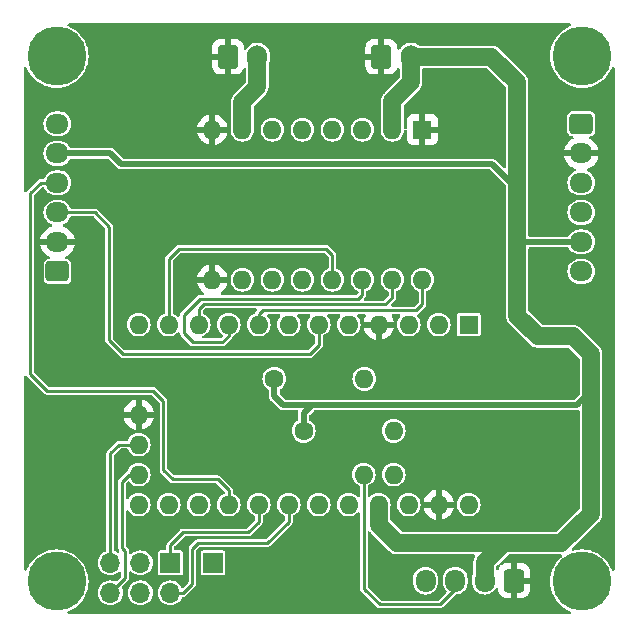
<source format=gbr>
%TF.GenerationSoftware,KiCad,Pcbnew,7.0.3*%
%TF.CreationDate,2023-08-28T19:15:27+05:00*%
%TF.ProjectId,MotorDriver3,4d6f746f-7244-4726-9976-6572332e6b69,rev?*%
%TF.SameCoordinates,Original*%
%TF.FileFunction,Copper,L1,Top*%
%TF.FilePolarity,Positive*%
%FSLAX46Y46*%
G04 Gerber Fmt 4.6, Leading zero omitted, Abs format (unit mm)*
G04 Created by KiCad (PCBNEW 7.0.3) date 2023-08-28 19:15:27*
%MOMM*%
%LPD*%
G01*
G04 APERTURE LIST*
G04 Aperture macros list*
%AMRoundRect*
0 Rectangle with rounded corners*
0 $1 Rounding radius*
0 $2 $3 $4 $5 $6 $7 $8 $9 X,Y pos of 4 corners*
0 Add a 4 corners polygon primitive as box body*
4,1,4,$2,$3,$4,$5,$6,$7,$8,$9,$2,$3,0*
0 Add four circle primitives for the rounded corners*
1,1,$1+$1,$2,$3*
1,1,$1+$1,$4,$5*
1,1,$1+$1,$6,$7*
1,1,$1+$1,$8,$9*
0 Add four rect primitives between the rounded corners*
20,1,$1+$1,$2,$3,$4,$5,0*
20,1,$1+$1,$4,$5,$6,$7,0*
20,1,$1+$1,$6,$7,$8,$9,0*
20,1,$1+$1,$8,$9,$2,$3,0*%
G04 Aperture macros list end*
%TA.AperFunction,ComponentPad*%
%ADD10R,1.700000X1.700000*%
%TD*%
%TA.AperFunction,ComponentPad*%
%ADD11O,1.600000X1.600000*%
%TD*%
%TA.AperFunction,ComponentPad*%
%ADD12R,1.600000X1.600000*%
%TD*%
%TA.AperFunction,ComponentPad*%
%ADD13C,5.000000*%
%TD*%
%TA.AperFunction,ComponentPad*%
%ADD14RoundRect,0.250000X-0.725000X0.600000X-0.725000X-0.600000X0.725000X-0.600000X0.725000X0.600000X0*%
%TD*%
%TA.AperFunction,ComponentPad*%
%ADD15O,1.950000X1.700000*%
%TD*%
%TA.AperFunction,ComponentPad*%
%ADD16RoundRect,0.250000X-0.600000X-0.750000X0.600000X-0.750000X0.600000X0.750000X-0.600000X0.750000X0*%
%TD*%
%TA.AperFunction,ComponentPad*%
%ADD17O,1.700000X2.000000*%
%TD*%
%TA.AperFunction,ComponentPad*%
%ADD18RoundRect,0.250000X0.600000X0.725000X-0.600000X0.725000X-0.600000X-0.725000X0.600000X-0.725000X0*%
%TD*%
%TA.AperFunction,ComponentPad*%
%ADD19O,1.700000X1.950000*%
%TD*%
%TA.AperFunction,ComponentPad*%
%ADD20RoundRect,0.250000X0.725000X-0.600000X0.725000X0.600000X-0.725000X0.600000X-0.725000X-0.600000X0*%
%TD*%
%TA.AperFunction,ComponentPad*%
%ADD21O,1.700000X1.700000*%
%TD*%
%TA.AperFunction,ComponentPad*%
%ADD22C,1.600000*%
%TD*%
%TA.AperFunction,Conductor*%
%ADD23C,0.250000*%
%TD*%
%TA.AperFunction,Conductor*%
%ADD24C,1.500000*%
%TD*%
%TA.AperFunction,Conductor*%
%ADD25C,0.500000*%
%TD*%
G04 APERTURE END LIST*
D10*
%TO.P,J7,1,Pin_1*%
%TO.N,D4*%
X100250000Y-110425000D03*
%TD*%
D11*
%TO.P,A2,29,VRAW*%
%TO.N,unconnected-(A2-VRAW-Pad29)*%
X121900000Y-105490000D03*
%TO.P,A2,28,GND*%
%TO.N,GND*%
X119360000Y-105490000D03*
%TO.P,A2,27,~{RESET}*%
%TO.N,unconnected-(A2-~{RESET}-Pad27)*%
X116820000Y-105490000D03*
%TO.P,A2,26,VCC*%
%TO.N,+3V3*%
X114280000Y-105490000D03*
%TO.P,A2,25,A5*%
%TO.N,SCL*%
X115550000Y-102950000D03*
%TO.P,A2,24,A4*%
%TO.N,SDA*%
X113010000Y-102950000D03*
%TO.P,A2,23,A3*%
%TO.N,A3*%
X111740000Y-105490000D03*
%TO.P,A2,22,A2*%
%TO.N,A2*%
X109200000Y-105490000D03*
%TO.P,A2,21,A1*%
%TO.N,A1*%
X106660000Y-105490000D03*
%TO.P,A2,20,A0*%
%TO.N,A0*%
X104120000Y-105490000D03*
%TO.P,A2,19,D13*%
%TO.N,BINT2*%
X101580000Y-105490000D03*
%TO.P,A2,18,D12*%
%TO.N,AINT2*%
X99040000Y-105490000D03*
%TO.P,A2,17,D11*%
%TO.N,PWMB*%
X96500000Y-105490000D03*
%TO.P,A2,16,D10*%
%TO.N,BIN2*%
X93960000Y-105490000D03*
%TO.P,A2,15,A7*%
%TO.N,A7*%
X93960000Y-102950000D03*
%TO.P,A2,14,A6*%
%TO.N,A6*%
X93960000Y-100410000D03*
%TO.P,A2,13,GND*%
%TO.N,GND*%
X93960000Y-97870000D03*
%TO.P,A2,12,D9*%
%TO.N,BIN1*%
X93960000Y-90250000D03*
%TO.P,A2,11,D8*%
%TO.N,STBY*%
X96500000Y-90250000D03*
%TO.P,A2,10,D7*%
%TO.N,AIN1*%
X99040000Y-90250000D03*
%TO.P,A2,9,D6*%
%TO.N,AIN2*%
X101580000Y-90250000D03*
%TO.P,A2,8,D5*%
%TO.N,PWMA*%
X104120000Y-90250000D03*
%TO.P,A2,7,D4*%
%TO.N,D4*%
X106660000Y-90250000D03*
%TO.P,A2,6,D3*%
%TO.N,BINT1*%
X109200000Y-90250000D03*
%TO.P,A2,5,D2*%
%TO.N,AINT1*%
X111740000Y-90250000D03*
%TO.P,A2,4,GND*%
%TO.N,GND*%
X114280000Y-90250000D03*
%TO.P,A2,3,~{RESET}*%
%TO.N,unconnected-(A2-~{RESET}-Pad3)*%
X116820000Y-90250000D03*
%TO.P,A2,2,RX1*%
%TO.N,unconnected-(A2-RX1-Pad2)*%
X119360000Y-90250000D03*
D12*
%TO.P,A2,1,TX0*%
%TO.N,unconnected-(A2-TX0-Pad1)*%
X121900000Y-90250000D03*
%TD*%
D13*
%TO.P,H1,1,1*%
%TO.N,unconnected-(H1-Pad1)*%
X87000000Y-67500000D03*
%TD*%
D11*
%TO.P,U1,16,PWMA*%
%TO.N,PWMA*%
X117975000Y-86450000D03*
%TO.P,U1,15,AIN2*%
%TO.N,AIN1*%
X115435000Y-86450000D03*
%TO.P,U1,14,AIN1*%
%TO.N,AIN2*%
X112895000Y-86450000D03*
%TO.P,U1,13,STBY*%
%TO.N,STBY*%
X110355000Y-86450000D03*
%TO.P,U1,12,BIN1*%
%TO.N,BIN1*%
X107815000Y-86450000D03*
%TO.P,U1,11,BIN2*%
%TO.N,BIN2*%
X105275000Y-86450000D03*
%TO.P,U1,10,PWMB*%
%TO.N,PWMB*%
X102735000Y-86450000D03*
%TO.P,U1,9,GND*%
%TO.N,GND*%
X100195000Y-86450000D03*
%TO.P,U1,8,GND*%
X100195000Y-73750000D03*
%TO.P,U1,7,VMOT*%
%TO.N,VMOT*%
X102735000Y-73750000D03*
%TO.P,U1,6,BO1*%
%TO.N,BO1*%
X105275000Y-73750000D03*
%TO.P,U1,5,BO2*%
%TO.N,BO2*%
X107815000Y-73750000D03*
%TO.P,U1,4,AO2*%
%TO.N,AO2*%
X110355000Y-73750000D03*
%TO.P,U1,3,AO1*%
%TO.N,AO1*%
X112895000Y-73750000D03*
%TO.P,U1,2,VCC*%
%TO.N,+3V3*%
X115435000Y-73750000D03*
D12*
%TO.P,U1,1,GND*%
%TO.N,GND*%
X117975000Y-73750000D03*
%TD*%
D14*
%TO.P,J1,1,Pin_1*%
%TO.N,AO1*%
X131425000Y-73250000D03*
D15*
%TO.P,J1,2,Pin_2*%
%TO.N,GND*%
X131425000Y-75750000D03*
%TO.P,J1,3,Pin_3*%
%TO.N,AINT1*%
X131425000Y-78250000D03*
%TO.P,J1,4,Pin_4*%
%TO.N,AINT2*%
X131425000Y-80750000D03*
%TO.P,J1,5,Pin_5*%
%TO.N,+3V3*%
X131425000Y-83250000D03*
%TO.P,J1,6,Pin_6*%
%TO.N,AO2*%
X131425000Y-85750000D03*
%TD*%
D16*
%TO.P,J5,1,Pin_1*%
%TO.N,GND*%
X101500000Y-67575000D03*
D17*
%TO.P,J5,2,Pin_2*%
%TO.N,VMOT*%
X104000000Y-67575000D03*
%TD*%
D16*
%TO.P,J6,1,Pin_1*%
%TO.N,GND*%
X114500000Y-67575000D03*
D17*
%TO.P,J6,2,Pin_2*%
%TO.N,+3V3*%
X117000000Y-67575000D03*
%TD*%
D18*
%TO.P,J3,1,Pin_1*%
%TO.N,GND*%
X125750000Y-111925000D03*
D19*
%TO.P,J3,2,Pin_2*%
%TO.N,+3V3*%
X123250000Y-111925000D03*
%TO.P,J3,3,Pin_3*%
%TO.N,SDA*%
X120750000Y-111925000D03*
%TO.P,J3,4,Pin_4*%
%TO.N,SCL*%
X118250000Y-111925000D03*
%TD*%
D13*
%TO.P,H2,1,1*%
%TO.N,unconnected-(H2-Pad1)*%
X131500000Y-67500000D03*
%TD*%
%TO.P,H3,1,1*%
%TO.N,unconnected-(H3-Pad1)*%
X131500000Y-112000000D03*
%TD*%
%TO.P,H4,1,1*%
%TO.N,unconnected-(H4-Pad1)*%
X87000000Y-112000000D03*
%TD*%
D20*
%TO.P,J2,1,Pin_1*%
%TO.N,BO1*%
X87075000Y-85750000D03*
D15*
%TO.P,J2,2,Pin_2*%
%TO.N,GND*%
X87075000Y-83250000D03*
%TO.P,J2,3,Pin_3*%
%TO.N,BINT1*%
X87075000Y-80750000D03*
%TO.P,J2,4,Pin_4*%
%TO.N,BINT2*%
X87075000Y-78250000D03*
%TO.P,J2,5,Pin_5*%
%TO.N,+3V3*%
X87075000Y-75750000D03*
%TO.P,J2,6,Pin_6*%
%TO.N,BO2*%
X87075000Y-73250000D03*
%TD*%
D10*
%TO.P,J4,1,Pin_1*%
%TO.N,A0*%
X96630000Y-110425000D03*
D21*
%TO.P,J4,2,Pin_2*%
%TO.N,A1*%
X96630000Y-112965000D03*
%TO.P,J4,3,Pin_3*%
%TO.N,A2*%
X94090000Y-110425000D03*
%TO.P,J4,4,Pin_4*%
%TO.N,A3*%
X94090000Y-112965000D03*
%TO.P,J4,5,Pin_5*%
%TO.N,A6*%
X91550000Y-110425000D03*
%TO.P,J4,6,Pin_6*%
%TO.N,A7*%
X91550000Y-112965000D03*
%TD*%
D22*
%TO.P,R2,1*%
%TO.N,+3V3*%
X105430000Y-94850000D03*
D11*
%TO.P,R2,2*%
%TO.N,SDA*%
X113050000Y-94850000D03*
%TD*%
%TO.P,R1,2*%
%TO.N,SCL*%
X115550000Y-99250000D03*
D22*
%TO.P,R1,1*%
%TO.N,+3V3*%
X107930000Y-99250000D03*
%TD*%
D23*
%TO.N,A1*%
X106660000Y-105490000D02*
X106660000Y-106940000D01*
X104850000Y-108750000D02*
X99000000Y-108750000D01*
X106660000Y-106940000D02*
X104850000Y-108750000D01*
X98500000Y-112200000D02*
X97735000Y-112965000D01*
X99000000Y-108750000D02*
X98500000Y-109250000D01*
X98500000Y-109250000D02*
X98500000Y-112200000D01*
X97735000Y-112965000D02*
X96630000Y-112965000D01*
D24*
%TO.N,+3V3*%
X126000000Y-78750000D02*
X126000000Y-83050000D01*
X126000000Y-83050000D02*
X126000000Y-89500000D01*
D25*
X131425000Y-83250000D02*
X126200000Y-83250000D01*
X126200000Y-83250000D02*
X126000000Y-83050000D01*
D23*
%TO.N,BINT2*%
X101580000Y-105490000D02*
X101580000Y-104280000D01*
X84750000Y-94450000D02*
X84750000Y-79150000D01*
X101580000Y-104280000D02*
X100650000Y-103350000D01*
X100650000Y-103350000D02*
X96850000Y-103350000D01*
X96850000Y-103350000D02*
X96050000Y-102550000D01*
X96050000Y-102550000D02*
X96050000Y-96750000D01*
X95150000Y-95850000D02*
X86150000Y-95850000D01*
X96050000Y-96750000D02*
X95150000Y-95850000D01*
X86150000Y-95850000D02*
X84750000Y-94450000D01*
X84750000Y-79150000D02*
X85650000Y-78250000D01*
X85650000Y-78250000D02*
X87075000Y-78250000D01*
%TO.N,A0*%
X104120000Y-105490000D02*
X104120000Y-106980000D01*
X104120000Y-106980000D02*
X103250000Y-107850000D01*
X103250000Y-107850000D02*
X97700000Y-107850000D01*
X97700000Y-107850000D02*
X96630000Y-108920000D01*
X96630000Y-108920000D02*
X96630000Y-110425000D01*
%TO.N,SDA*%
X113010000Y-102950000D02*
X113010000Y-112610000D01*
X113010000Y-112610000D02*
X114350000Y-113950000D01*
X114350000Y-113950000D02*
X119450000Y-113950000D01*
X119450000Y-113950000D02*
X120750000Y-112650000D01*
X120750000Y-112650000D02*
X120750000Y-111925000D01*
D25*
%TO.N,+3V3*%
X105430000Y-94850000D02*
X105430000Y-96330000D01*
X105430000Y-96330000D02*
X106150000Y-97050000D01*
X106150000Y-97050000D02*
X108610000Y-97050000D01*
X107930000Y-99250000D02*
X107930000Y-97730000D01*
X107930000Y-97730000D02*
X108610000Y-97050000D01*
X108610000Y-97050000D02*
X131050000Y-97050000D01*
X131050000Y-97050000D02*
X131850000Y-96250000D01*
X131850000Y-96250000D02*
X132250000Y-96250000D01*
D24*
X132250000Y-92750000D02*
X132250000Y-96250000D01*
X132250000Y-96250000D02*
X132250000Y-106250000D01*
X124850000Y-108750000D02*
X115850000Y-108750000D01*
X115850000Y-108750000D02*
X114280000Y-107180000D01*
X114280000Y-107180000D02*
X114280000Y-105490000D01*
X130750000Y-91250000D02*
X132250000Y-92750000D01*
X126000000Y-89500000D02*
X127750000Y-91250000D01*
X127750000Y-91250000D02*
X130750000Y-91250000D01*
X132250000Y-106250000D02*
X129750000Y-108750000D01*
X129750000Y-108750000D02*
X124850000Y-108750000D01*
X124850000Y-108750000D02*
X123250000Y-110350000D01*
X123250000Y-110350000D02*
X123250000Y-111925000D01*
X126000000Y-69750000D02*
X126000000Y-78750000D01*
D25*
X87075000Y-75750000D02*
X91550000Y-75750000D01*
X91550000Y-75750000D02*
X92450000Y-76650000D01*
X92450000Y-76650000D02*
X123850000Y-76650000D01*
X123850000Y-76650000D02*
X125950000Y-78750000D01*
X125950000Y-78750000D02*
X126000000Y-78750000D01*
D23*
%TO.N,A7*%
X93960000Y-102950000D02*
X93150000Y-102950000D01*
X93150000Y-102950000D02*
X92550000Y-103550000D01*
X92550000Y-103550000D02*
X92550000Y-109150000D01*
X92550000Y-109150000D02*
X92800000Y-109400000D01*
X92800000Y-109400000D02*
X92800000Y-111715000D01*
X92800000Y-111715000D02*
X91550000Y-112965000D01*
%TO.N,A6*%
X93960000Y-100410000D02*
X92290000Y-100410000D01*
X92290000Y-100410000D02*
X91550000Y-101150000D01*
X91550000Y-101150000D02*
X91550000Y-110425000D01*
%TO.N,BINT1*%
X109200000Y-90250000D02*
X109200000Y-92000000D01*
X109200000Y-92000000D02*
X108450000Y-92750000D01*
X91450000Y-81950000D02*
X90250000Y-80750000D01*
X108450000Y-92750000D02*
X92650000Y-92750000D01*
X92650000Y-92750000D02*
X91450000Y-91550000D01*
X91450000Y-91550000D02*
X91450000Y-81950000D01*
X90250000Y-80750000D02*
X87075000Y-80750000D01*
%TO.N,STBY*%
X110355000Y-86450000D02*
X110355000Y-84355000D01*
X109850000Y-83850000D02*
X97350000Y-83850000D01*
X110355000Y-84355000D02*
X109850000Y-83850000D01*
X97350000Y-83850000D02*
X96500000Y-84700000D01*
X96500000Y-84700000D02*
X96500000Y-90250000D01*
%TO.N,AIN2*%
X112895000Y-86450000D02*
X112895000Y-87705000D01*
X112895000Y-87705000D02*
X112550000Y-88050000D01*
X112550000Y-88050000D02*
X99150000Y-88050000D01*
X99150000Y-88050000D02*
X97750000Y-89450000D01*
X97750000Y-89450000D02*
X97750000Y-90950000D01*
X97750000Y-90950000D02*
X98550000Y-91750000D01*
X98550000Y-91750000D02*
X101050000Y-91750000D01*
X101050000Y-91750000D02*
X101580000Y-91220000D01*
X101580000Y-91220000D02*
X101580000Y-90250000D01*
%TO.N,AIN1*%
X115435000Y-86450000D02*
X115435000Y-87965000D01*
X115435000Y-87965000D02*
X114850000Y-88550000D01*
X114850000Y-88550000D02*
X99450000Y-88550000D01*
X99450000Y-88550000D02*
X99040000Y-88960000D01*
X99040000Y-88960000D02*
X99040000Y-90250000D01*
%TO.N,PWMA*%
X104120000Y-90250000D02*
X104120000Y-89380000D01*
X104120000Y-89380000D02*
X104450000Y-89050000D01*
X104450000Y-89050000D02*
X117450000Y-89050000D01*
X117450000Y-89050000D02*
X117975000Y-88525000D01*
X117975000Y-88525000D02*
X117975000Y-86450000D01*
D24*
%TO.N,+3V3*%
X117000000Y-67575000D02*
X123825000Y-67575000D01*
X123825000Y-67575000D02*
X126000000Y-69750000D01*
X117000000Y-67575000D02*
X117000000Y-69750000D01*
X115435000Y-71315000D02*
X115435000Y-73750000D01*
X117000000Y-69750000D02*
X115435000Y-71315000D01*
%TO.N,VMOT*%
X104000000Y-67575000D02*
X104000000Y-70100000D01*
X104000000Y-70100000D02*
X102735000Y-71365000D01*
X102735000Y-71365000D02*
X102735000Y-73750000D01*
%TD*%
%TA.AperFunction,Conductor*%
%TO.N,GND*%
G36*
X130518565Y-64770185D02*
G01*
X130564320Y-64822989D01*
X130574264Y-64892147D01*
X130545239Y-64955703D01*
X130502419Y-64987574D01*
X130302012Y-65077770D01*
X130242725Y-65104453D01*
X130242723Y-65104454D01*
X129963131Y-65273473D01*
X129705960Y-65474954D01*
X129474954Y-65705960D01*
X129273473Y-65963131D01*
X129104454Y-66242723D01*
X129104453Y-66242725D01*
X128970372Y-66540642D01*
X128970366Y-66540657D01*
X128873178Y-66852547D01*
X128814289Y-67173900D01*
X128794564Y-67500000D01*
X128814289Y-67826099D01*
X128873178Y-68147452D01*
X128970366Y-68459342D01*
X128970370Y-68459354D01*
X128970373Y-68459361D01*
X129104455Y-68757279D01*
X129256841Y-69009356D01*
X129273473Y-69036868D01*
X129474954Y-69294039D01*
X129705960Y-69525045D01*
X129963131Y-69726526D01*
X129963134Y-69726528D01*
X129963137Y-69726530D01*
X130242721Y-69895545D01*
X130540639Y-70029627D01*
X130540652Y-70029631D01*
X130540657Y-70029633D01*
X130688804Y-70075797D01*
X130852547Y-70126821D01*
X131173896Y-70185710D01*
X131500000Y-70205436D01*
X131826104Y-70185710D01*
X132147453Y-70126821D01*
X132459361Y-70029627D01*
X132757279Y-69895545D01*
X133036863Y-69726530D01*
X133294036Y-69525048D01*
X133525048Y-69294036D01*
X133726530Y-69036863D01*
X133895545Y-68757279D01*
X134012426Y-68497579D01*
X134057888Y-68444528D01*
X134124819Y-68424475D01*
X134191965Y-68443791D01*
X134238010Y-68496342D01*
X134249500Y-68548473D01*
X134249500Y-110951526D01*
X134229815Y-111018565D01*
X134177011Y-111064320D01*
X134107853Y-111074264D01*
X134044297Y-111045239D01*
X134012425Y-111002419D01*
X133895545Y-110742721D01*
X133726530Y-110463137D01*
X133726528Y-110463134D01*
X133726526Y-110463131D01*
X133525045Y-110205960D01*
X133294039Y-109974954D01*
X133036868Y-109773473D01*
X132944517Y-109717645D01*
X132757279Y-109604455D01*
X132459361Y-109470373D01*
X132459354Y-109470370D01*
X132459342Y-109470366D01*
X132147452Y-109373178D01*
X131826099Y-109314289D01*
X131500000Y-109294564D01*
X131173900Y-109314289D01*
X130852555Y-109373176D01*
X130815170Y-109384826D01*
X130778634Y-109396211D01*
X130708774Y-109397361D01*
X130649382Y-109360560D01*
X130619314Y-109297491D01*
X130628118Y-109228178D01*
X130654061Y-109190147D01*
X132913096Y-106931112D01*
X132914109Y-106930125D01*
X132974919Y-106872323D01*
X133008161Y-106824562D01*
X133010962Y-106820846D01*
X133047734Y-106775751D01*
X133062758Y-106746986D01*
X133066819Y-106740283D01*
X133085353Y-106713658D01*
X133108304Y-106660173D01*
X133110295Y-106655981D01*
X133137237Y-106604406D01*
X133146163Y-106573209D01*
X133148788Y-106565834D01*
X133161587Y-106536012D01*
X133173299Y-106479012D01*
X133174412Y-106474484D01*
X133190417Y-106418552D01*
X133192880Y-106386195D01*
X133193967Y-106378437D01*
X133200500Y-106346656D01*
X133200500Y-106288496D01*
X133200679Y-106283787D01*
X133205095Y-106225800D01*
X133205095Y-106225797D01*
X133200996Y-106193612D01*
X133200500Y-106185799D01*
X133200500Y-96201794D01*
X133200500Y-96201793D01*
X133200500Y-92762821D01*
X133200520Y-92761251D01*
X133202644Y-92677457D01*
X133202643Y-92677456D01*
X133202644Y-92677453D01*
X133192382Y-92620204D01*
X133191729Y-92615537D01*
X133185845Y-92557680D01*
X133185844Y-92557674D01*
X133176132Y-92526723D01*
X133174262Y-92519105D01*
X133168539Y-92487172D01*
X133146963Y-92433157D01*
X133145382Y-92428716D01*
X133127975Y-92373234D01*
X133127974Y-92373233D01*
X133127974Y-92373232D01*
X133112233Y-92344873D01*
X133108863Y-92337775D01*
X133096830Y-92307652D01*
X133096830Y-92307651D01*
X133064822Y-92259085D01*
X133062382Y-92255056D01*
X133034159Y-92204209D01*
X133013030Y-92179597D01*
X133008304Y-92173330D01*
X132990451Y-92146241D01*
X132990450Y-92146239D01*
X132962309Y-92118099D01*
X132949319Y-92105109D01*
X132946128Y-92101666D01*
X132908240Y-92057532D01*
X132882590Y-92037677D01*
X132876696Y-92032486D01*
X132177255Y-91333045D01*
X131431149Y-90586939D01*
X131430091Y-90585853D01*
X131372324Y-90525082D01*
X131372320Y-90525079D01*
X131360836Y-90517086D01*
X131324567Y-90491841D01*
X131320833Y-90489025D01*
X131275751Y-90452266D01*
X131275747Y-90452264D01*
X131275746Y-90452263D01*
X131275745Y-90452262D01*
X131246997Y-90437246D01*
X131240277Y-90433174D01*
X131213659Y-90414647D01*
X131160209Y-90391710D01*
X131155952Y-90389688D01*
X131104409Y-90362764D01*
X131104407Y-90362763D01*
X131104406Y-90362763D01*
X131087689Y-90357979D01*
X131073221Y-90353839D01*
X131065822Y-90351205D01*
X131036011Y-90338412D01*
X131036012Y-90338412D01*
X130979038Y-90326703D01*
X130974463Y-90325580D01*
X130918556Y-90309583D01*
X130918545Y-90309582D01*
X130886208Y-90307120D01*
X130878428Y-90306029D01*
X130846657Y-90299500D01*
X130846656Y-90299500D01*
X130788497Y-90299500D01*
X130783790Y-90299321D01*
X130778850Y-90298944D01*
X130725798Y-90294904D01*
X130708176Y-90297149D01*
X130693614Y-90299003D01*
X130685785Y-90299500D01*
X128195072Y-90299500D01*
X128128033Y-90279815D01*
X128107391Y-90263181D01*
X126986819Y-89142609D01*
X126953334Y-89081286D01*
X126950500Y-89054928D01*
X126950500Y-85750000D01*
X130244417Y-85750000D01*
X130264699Y-85955932D01*
X130264700Y-85955934D01*
X130324768Y-86153954D01*
X130422315Y-86336450D01*
X130422317Y-86336452D01*
X130553589Y-86496410D01*
X130584636Y-86521889D01*
X130713550Y-86627685D01*
X130896046Y-86725232D01*
X131094066Y-86785300D01*
X131094065Y-86785300D01*
X131132647Y-86789100D01*
X131248392Y-86800500D01*
X131248395Y-86800500D01*
X131601605Y-86800500D01*
X131601608Y-86800500D01*
X131755934Y-86785300D01*
X131953954Y-86725232D01*
X132136450Y-86627685D01*
X132296410Y-86496410D01*
X132427685Y-86336450D01*
X132525232Y-86153954D01*
X132585300Y-85955934D01*
X132605583Y-85750000D01*
X132585300Y-85544066D01*
X132525232Y-85346046D01*
X132427685Y-85163550D01*
X132347052Y-85065298D01*
X132296410Y-85003589D01*
X132136452Y-84872317D01*
X132136453Y-84872317D01*
X132136450Y-84872315D01*
X131953954Y-84774768D01*
X131755934Y-84714700D01*
X131755932Y-84714699D01*
X131755934Y-84714699D01*
X131636805Y-84702966D01*
X131601608Y-84699500D01*
X131248392Y-84699500D01*
X131210298Y-84703251D01*
X131094067Y-84714699D01*
X130896043Y-84774769D01*
X130796737Y-84827850D01*
X130713550Y-84872315D01*
X130713548Y-84872316D01*
X130713547Y-84872317D01*
X130553589Y-85003589D01*
X130422317Y-85163547D01*
X130324769Y-85346043D01*
X130264699Y-85544067D01*
X130244417Y-85750000D01*
X126950500Y-85750000D01*
X126950500Y-83824500D01*
X126970185Y-83757461D01*
X127022989Y-83711706D01*
X127074500Y-83700500D01*
X130275325Y-83700500D01*
X130342364Y-83720185D01*
X130384683Y-83766047D01*
X130422311Y-83836444D01*
X130422315Y-83836450D01*
X130553589Y-83996410D01*
X130650209Y-84075702D01*
X130713550Y-84127685D01*
X130896046Y-84225232D01*
X131094066Y-84285300D01*
X131094065Y-84285300D01*
X131122626Y-84288113D01*
X131248392Y-84300500D01*
X131248395Y-84300500D01*
X131601605Y-84300500D01*
X131601608Y-84300500D01*
X131755934Y-84285300D01*
X131953954Y-84225232D01*
X132136450Y-84127685D01*
X132296410Y-83996410D01*
X132427685Y-83836450D01*
X132525232Y-83653954D01*
X132585300Y-83455934D01*
X132605583Y-83250000D01*
X132585300Y-83044066D01*
X132525232Y-82846046D01*
X132427685Y-82663550D01*
X132352897Y-82572420D01*
X132296410Y-82503589D01*
X132178677Y-82406969D01*
X132136450Y-82372315D01*
X131953954Y-82274768D01*
X131755934Y-82214700D01*
X131755932Y-82214699D01*
X131755934Y-82214699D01*
X131636805Y-82202966D01*
X131601608Y-82199500D01*
X131248392Y-82199500D01*
X131210298Y-82203251D01*
X131094067Y-82214699D01*
X130896043Y-82274769D01*
X130785897Y-82333643D01*
X130713550Y-82372315D01*
X130713548Y-82372316D01*
X130713547Y-82372317D01*
X130553589Y-82503589D01*
X130422315Y-82663549D01*
X130422311Y-82663555D01*
X130384683Y-82733953D01*
X130335721Y-82783797D01*
X130275325Y-82799500D01*
X127074500Y-82799500D01*
X127007461Y-82779815D01*
X126961706Y-82727011D01*
X126950500Y-82675500D01*
X126950500Y-80749999D01*
X130244417Y-80749999D01*
X130264699Y-80955932D01*
X130264700Y-80955934D01*
X130324768Y-81153954D01*
X130422315Y-81336450D01*
X130422317Y-81336452D01*
X130553589Y-81496410D01*
X130650209Y-81575702D01*
X130713550Y-81627685D01*
X130896046Y-81725232D01*
X131094066Y-81785300D01*
X131094065Y-81785300D01*
X131132647Y-81789100D01*
X131248392Y-81800500D01*
X131248395Y-81800500D01*
X131601605Y-81800500D01*
X131601608Y-81800500D01*
X131755934Y-81785300D01*
X131953954Y-81725232D01*
X132136450Y-81627685D01*
X132296410Y-81496410D01*
X132427685Y-81336450D01*
X132525232Y-81153954D01*
X132585300Y-80955934D01*
X132605583Y-80750000D01*
X132585300Y-80544066D01*
X132525232Y-80346046D01*
X132427685Y-80163550D01*
X132375702Y-80100209D01*
X132296410Y-80003589D01*
X132136452Y-79872317D01*
X132136453Y-79872317D01*
X132136450Y-79872315D01*
X131953954Y-79774768D01*
X131755934Y-79714700D01*
X131755932Y-79714699D01*
X131755934Y-79714699D01*
X131636805Y-79702966D01*
X131601608Y-79699500D01*
X131248392Y-79699500D01*
X131210298Y-79703251D01*
X131094067Y-79714699D01*
X130896043Y-79774769D01*
X130785897Y-79833643D01*
X130713550Y-79872315D01*
X130713548Y-79872316D01*
X130713547Y-79872317D01*
X130553589Y-80003589D01*
X130422317Y-80163547D01*
X130324769Y-80346043D01*
X130264699Y-80544067D01*
X130244417Y-80749999D01*
X126950500Y-80749999D01*
X126950500Y-76000000D01*
X129969364Y-76000000D01*
X130026567Y-76213486D01*
X130026570Y-76213492D01*
X130126399Y-76427577D01*
X130126400Y-76427579D01*
X130261886Y-76621073D01*
X130261891Y-76621079D01*
X130428920Y-76788108D01*
X130428926Y-76788113D01*
X130622420Y-76923599D01*
X130622422Y-76923600D01*
X130836507Y-77023429D01*
X130836518Y-77023434D01*
X130888631Y-77037397D01*
X130948292Y-77073761D01*
X130978822Y-77136608D01*
X130970528Y-77205983D01*
X130926043Y-77259862D01*
X130901339Y-77271641D01*
X130901670Y-77272438D01*
X130896051Y-77274765D01*
X130896044Y-77274769D01*
X130713550Y-77372315D01*
X130713548Y-77372316D01*
X130713547Y-77372317D01*
X130553589Y-77503589D01*
X130422317Y-77663547D01*
X130324769Y-77846043D01*
X130264699Y-78044067D01*
X130244417Y-78250000D01*
X130264699Y-78455932D01*
X130294733Y-78554944D01*
X130324768Y-78653954D01*
X130422315Y-78836450D01*
X130422317Y-78836452D01*
X130553589Y-78996410D01*
X130650209Y-79075702D01*
X130713550Y-79127685D01*
X130896046Y-79225232D01*
X131094066Y-79285300D01*
X131094065Y-79285300D01*
X131132647Y-79289100D01*
X131248392Y-79300500D01*
X131248395Y-79300500D01*
X131601605Y-79300500D01*
X131601608Y-79300500D01*
X131755934Y-79285300D01*
X131953954Y-79225232D01*
X132136450Y-79127685D01*
X132296410Y-78996410D01*
X132427685Y-78836450D01*
X132525232Y-78653954D01*
X132585300Y-78455934D01*
X132605583Y-78250000D01*
X132585300Y-78044066D01*
X132525232Y-77846046D01*
X132427685Y-77663550D01*
X132375702Y-77600209D01*
X132296410Y-77503589D01*
X132136452Y-77372317D01*
X132136453Y-77372317D01*
X132136450Y-77372315D01*
X131953954Y-77274768D01*
X131953953Y-77274767D01*
X131953948Y-77274765D01*
X131948330Y-77272438D01*
X131949172Y-77270404D01*
X131899009Y-77237515D01*
X131870566Y-77173697D01*
X131881141Y-77104632D01*
X131927377Y-77052248D01*
X131961368Y-77037397D01*
X132013481Y-77023434D01*
X132013492Y-77023429D01*
X132227577Y-76923600D01*
X132227579Y-76923599D01*
X132421073Y-76788113D01*
X132421079Y-76788108D01*
X132588105Y-76621082D01*
X132723600Y-76427578D01*
X132823429Y-76213492D01*
X132823432Y-76213486D01*
X132880636Y-76000000D01*
X131828969Y-76000000D01*
X131861519Y-75949351D01*
X131900000Y-75818295D01*
X131900000Y-75681705D01*
X131861519Y-75550649D01*
X131828969Y-75500000D01*
X132880636Y-75500000D01*
X132880635Y-75499999D01*
X132823432Y-75286513D01*
X132823429Y-75286507D01*
X132723600Y-75072422D01*
X132723599Y-75072420D01*
X132588113Y-74878926D01*
X132588108Y-74878920D01*
X132421079Y-74711891D01*
X132421073Y-74711886D01*
X132227579Y-74576400D01*
X132227577Y-74576399D01*
X132142832Y-74536882D01*
X132090393Y-74490710D01*
X132071241Y-74423516D01*
X132091457Y-74356635D01*
X132144622Y-74311300D01*
X132195237Y-74300500D01*
X132204270Y-74300500D01*
X132234699Y-74297646D01*
X132234701Y-74297646D01*
X132298790Y-74275219D01*
X132362882Y-74252793D01*
X132472150Y-74172150D01*
X132552793Y-74062882D01*
X132576052Y-73996410D01*
X132597646Y-73934701D01*
X132597646Y-73934699D01*
X132600500Y-73904269D01*
X132600500Y-72595730D01*
X132597646Y-72565300D01*
X132597646Y-72565298D01*
X132559540Y-72456401D01*
X132552793Y-72437118D01*
X132472150Y-72327850D01*
X132362882Y-72247207D01*
X132362880Y-72247206D01*
X132234700Y-72202353D01*
X132204270Y-72199500D01*
X132204266Y-72199500D01*
X130645734Y-72199500D01*
X130645730Y-72199500D01*
X130615300Y-72202353D01*
X130615298Y-72202353D01*
X130487119Y-72247206D01*
X130487117Y-72247207D01*
X130377850Y-72327850D01*
X130297207Y-72437117D01*
X130297206Y-72437119D01*
X130252353Y-72565298D01*
X130252353Y-72565300D01*
X130249499Y-72595730D01*
X130249499Y-73904269D01*
X130252353Y-73934699D01*
X130252353Y-73934701D01*
X130297206Y-74062880D01*
X130297207Y-74062882D01*
X130377850Y-74172150D01*
X130487118Y-74252793D01*
X130529845Y-74267744D01*
X130615299Y-74297646D01*
X130645730Y-74300500D01*
X130654763Y-74300500D01*
X130721802Y-74320185D01*
X130767557Y-74372989D01*
X130777501Y-74442147D01*
X130748476Y-74505703D01*
X130707168Y-74536882D01*
X130622422Y-74576399D01*
X130622420Y-74576400D01*
X130428926Y-74711886D01*
X130428920Y-74711891D01*
X130261894Y-74878917D01*
X130126399Y-75072421D01*
X130026570Y-75286507D01*
X130026567Y-75286513D01*
X129969364Y-75499999D01*
X129969364Y-75500000D01*
X131021031Y-75500000D01*
X130988481Y-75550649D01*
X130950000Y-75681705D01*
X130950000Y-75818295D01*
X130988481Y-75949351D01*
X131021031Y-76000000D01*
X129969364Y-76000000D01*
X126950500Y-76000000D01*
X126950500Y-69762822D01*
X126950520Y-69761251D01*
X126952644Y-69677457D01*
X126952643Y-69677456D01*
X126952644Y-69677453D01*
X126942382Y-69620204D01*
X126941729Y-69615537D01*
X126935845Y-69557680D01*
X126935844Y-69557674D01*
X126926132Y-69526723D01*
X126924262Y-69519105D01*
X126918539Y-69487172D01*
X126896963Y-69433157D01*
X126895382Y-69428716D01*
X126877975Y-69373234D01*
X126877974Y-69373233D01*
X126877974Y-69373232D01*
X126862233Y-69344873D01*
X126858863Y-69337775D01*
X126846830Y-69307652D01*
X126846830Y-69307651D01*
X126814822Y-69259085D01*
X126812382Y-69255056D01*
X126784159Y-69204209D01*
X126763030Y-69179597D01*
X126758304Y-69173330D01*
X126740451Y-69146241D01*
X126740450Y-69146239D01*
X126719891Y-69125680D01*
X126699319Y-69105109D01*
X126696128Y-69101666D01*
X126658240Y-69057532D01*
X126632590Y-69037677D01*
X126626696Y-69032486D01*
X125594162Y-67999952D01*
X124506149Y-66911939D01*
X124505091Y-66910853D01*
X124447324Y-66850082D01*
X124447320Y-66850079D01*
X124430756Y-66838550D01*
X124399567Y-66816841D01*
X124395833Y-66814025D01*
X124350751Y-66777266D01*
X124350747Y-66777264D01*
X124350746Y-66777263D01*
X124350745Y-66777262D01*
X124321997Y-66762246D01*
X124315277Y-66758174D01*
X124288659Y-66739647D01*
X124235209Y-66716710D01*
X124230952Y-66714688D01*
X124179409Y-66687764D01*
X124179407Y-66687763D01*
X124179406Y-66687763D01*
X124162689Y-66682979D01*
X124148221Y-66678839D01*
X124140822Y-66676205D01*
X124111011Y-66663412D01*
X124111012Y-66663412D01*
X124054038Y-66651703D01*
X124049463Y-66650580D01*
X123993556Y-66634583D01*
X123993545Y-66634582D01*
X123961208Y-66632120D01*
X123953428Y-66631029D01*
X123921657Y-66624500D01*
X123921656Y-66624500D01*
X123863497Y-66624500D01*
X123858790Y-66624321D01*
X123853850Y-66623944D01*
X123800798Y-66619904D01*
X123783176Y-66622149D01*
X123768614Y-66624003D01*
X123760785Y-66624500D01*
X117724869Y-66624500D01*
X117657830Y-66604815D01*
X117646205Y-66596354D01*
X117586452Y-66547317D01*
X117586453Y-66547317D01*
X117586450Y-66547315D01*
X117403954Y-66449768D01*
X117205934Y-66389700D01*
X117205932Y-66389699D01*
X117205934Y-66389699D01*
X117000000Y-66369417D01*
X116794067Y-66389699D01*
X116618692Y-66442898D01*
X116609223Y-66445771D01*
X116596043Y-66449769D01*
X116491078Y-66505875D01*
X116413550Y-66547315D01*
X116413548Y-66547316D01*
X116413547Y-66547317D01*
X116253589Y-66678589D01*
X116140120Y-66816854D01*
X116122315Y-66838550D01*
X116083357Y-66911435D01*
X116034394Y-66961279D01*
X115966256Y-66976739D01*
X115900577Y-66952907D01*
X115858208Y-66897349D01*
X115849999Y-66852981D01*
X115849999Y-66775028D01*
X115849998Y-66775012D01*
X115839505Y-66672302D01*
X115784358Y-66505880D01*
X115784356Y-66505875D01*
X115692315Y-66356654D01*
X115568345Y-66232684D01*
X115419124Y-66140643D01*
X115419119Y-66140641D01*
X115252697Y-66085494D01*
X115252690Y-66085493D01*
X115149986Y-66075000D01*
X114750000Y-66075000D01*
X114750000Y-67139498D01*
X114642315Y-67090320D01*
X114535763Y-67075000D01*
X114464237Y-67075000D01*
X114357685Y-67090320D01*
X114250000Y-67139498D01*
X114250000Y-66075000D01*
X113850028Y-66075000D01*
X113850012Y-66075001D01*
X113747302Y-66085494D01*
X113580880Y-66140641D01*
X113580875Y-66140643D01*
X113431654Y-66232684D01*
X113307684Y-66356654D01*
X113215643Y-66505875D01*
X113215641Y-66505880D01*
X113160494Y-66672302D01*
X113160493Y-66672309D01*
X113150000Y-66775013D01*
X113150000Y-67325000D01*
X114066314Y-67325000D01*
X114040507Y-67365156D01*
X114000000Y-67503111D01*
X114000000Y-67646889D01*
X114040507Y-67784844D01*
X114066314Y-67825000D01*
X113150001Y-67825000D01*
X113150001Y-68374986D01*
X113160494Y-68477697D01*
X113215641Y-68644119D01*
X113215643Y-68644124D01*
X113307684Y-68793345D01*
X113431654Y-68917315D01*
X113580875Y-69009356D01*
X113580880Y-69009358D01*
X113747302Y-69064505D01*
X113747309Y-69064506D01*
X113850019Y-69074999D01*
X114249999Y-69074999D01*
X114250000Y-69074998D01*
X114250000Y-68010501D01*
X114357685Y-68059680D01*
X114464237Y-68075000D01*
X114535763Y-68075000D01*
X114642315Y-68059680D01*
X114750000Y-68010501D01*
X114750000Y-69074999D01*
X115149972Y-69074999D01*
X115149986Y-69074998D01*
X115252697Y-69064505D01*
X115419119Y-69009358D01*
X115419124Y-69009356D01*
X115568345Y-68917315D01*
X115692315Y-68793345D01*
X115784356Y-68644124D01*
X115784358Y-68644119D01*
X115807794Y-68573395D01*
X115847566Y-68515950D01*
X115912082Y-68489127D01*
X115980858Y-68501442D01*
X116032058Y-68548985D01*
X116049500Y-68612399D01*
X116049500Y-69304927D01*
X116029815Y-69371966D01*
X116013181Y-69392608D01*
X114771996Y-70633792D01*
X114770872Y-70634888D01*
X114710085Y-70692671D01*
X114710082Y-70692675D01*
X114676855Y-70740411D01*
X114674020Y-70744172D01*
X114637265Y-70789250D01*
X114622248Y-70817998D01*
X114618179Y-70824714D01*
X114599646Y-70851342D01*
X114599646Y-70851343D01*
X114592499Y-70867998D01*
X114578190Y-70901343D01*
X114576711Y-70904789D01*
X114574689Y-70909046D01*
X114547764Y-70960591D01*
X114547762Y-70960595D01*
X114538839Y-70991776D01*
X114536206Y-70999172D01*
X114523412Y-71028987D01*
X114523412Y-71028988D01*
X114511703Y-71085960D01*
X114510580Y-71090534D01*
X114494583Y-71146448D01*
X114494581Y-71146454D01*
X114492120Y-71178791D01*
X114491029Y-71186572D01*
X114484500Y-71218343D01*
X114484500Y-71276502D01*
X114484321Y-71281211D01*
X114479904Y-71339201D01*
X114481804Y-71354120D01*
X114484003Y-71371385D01*
X114484500Y-71379214D01*
X114484500Y-73418366D01*
X114479161Y-73454361D01*
X114448975Y-73553869D01*
X114429659Y-73750000D01*
X114448975Y-73946129D01*
X114506188Y-74134733D01*
X114599086Y-74308532D01*
X114599090Y-74308539D01*
X114724116Y-74460883D01*
X114876460Y-74585909D01*
X114876467Y-74585913D01*
X115050266Y-74678811D01*
X115050269Y-74678811D01*
X115050273Y-74678814D01*
X115238868Y-74736024D01*
X115435000Y-74755341D01*
X115631132Y-74736024D01*
X115819727Y-74678814D01*
X115993538Y-74585910D01*
X116145883Y-74460883D01*
X116270910Y-74308538D01*
X116363814Y-74134727D01*
X116421024Y-73946132D01*
X116427597Y-73879393D01*
X116453758Y-73814607D01*
X116510792Y-73774248D01*
X116580592Y-73771131D01*
X116640997Y-73806245D01*
X116672828Y-73868443D01*
X116675000Y-73891548D01*
X116675000Y-74597844D01*
X116681401Y-74657372D01*
X116681403Y-74657379D01*
X116731645Y-74792086D01*
X116731649Y-74792093D01*
X116817809Y-74907187D01*
X116817812Y-74907190D01*
X116932906Y-74993350D01*
X116932913Y-74993354D01*
X117067620Y-75043596D01*
X117067627Y-75043598D01*
X117127155Y-75049999D01*
X117127172Y-75050000D01*
X117724999Y-75050000D01*
X117724999Y-74185501D01*
X117832685Y-74234680D01*
X117939237Y-74250000D01*
X118010763Y-74250000D01*
X118117315Y-74234680D01*
X118224999Y-74185501D01*
X118224999Y-75049999D01*
X118225000Y-75050000D01*
X118822828Y-75050000D01*
X118822844Y-75049999D01*
X118882372Y-75043598D01*
X118882379Y-75043596D01*
X119017086Y-74993354D01*
X119017093Y-74993350D01*
X119132187Y-74907190D01*
X119132190Y-74907187D01*
X119218350Y-74792093D01*
X119218354Y-74792086D01*
X119268596Y-74657379D01*
X119268598Y-74657372D01*
X119274999Y-74597844D01*
X119275000Y-74597827D01*
X119275000Y-74000000D01*
X118408686Y-74000000D01*
X118434493Y-73959844D01*
X118475000Y-73821889D01*
X118475000Y-73678111D01*
X118434493Y-73540156D01*
X118408686Y-73500000D01*
X119275000Y-73500000D01*
X119275000Y-72902172D01*
X119274999Y-72902155D01*
X119268598Y-72842627D01*
X119268596Y-72842620D01*
X119218354Y-72707913D01*
X119218350Y-72707906D01*
X119132190Y-72592812D01*
X119132187Y-72592809D01*
X119017093Y-72506649D01*
X119017086Y-72506645D01*
X118882379Y-72456403D01*
X118882372Y-72456401D01*
X118822844Y-72450000D01*
X118225000Y-72450000D01*
X118224999Y-73314498D01*
X118117315Y-73265320D01*
X118010763Y-73250000D01*
X117939237Y-73250000D01*
X117832685Y-73265320D01*
X117724999Y-73314498D01*
X117725000Y-72450000D01*
X117127155Y-72450000D01*
X117067627Y-72456401D01*
X117067620Y-72456403D01*
X116932913Y-72506645D01*
X116932906Y-72506649D01*
X116817812Y-72592809D01*
X116817809Y-72592812D01*
X116731649Y-72707906D01*
X116731645Y-72707913D01*
X116681403Y-72842620D01*
X116681401Y-72842627D01*
X116675000Y-72902155D01*
X116675000Y-73608451D01*
X116655315Y-73675490D01*
X116602511Y-73721245D01*
X116533353Y-73731189D01*
X116469797Y-73702164D01*
X116432023Y-73643386D01*
X116427597Y-73620605D01*
X116421024Y-73553869D01*
X116416864Y-73540156D01*
X116391316Y-73455934D01*
X116390839Y-73454361D01*
X116385500Y-73418366D01*
X116385500Y-71760071D01*
X116405185Y-71693032D01*
X116421814Y-71672395D01*
X117663096Y-70431112D01*
X117664109Y-70430125D01*
X117724919Y-70372323D01*
X117758161Y-70324562D01*
X117760962Y-70320846D01*
X117797734Y-70275751D01*
X117812752Y-70246998D01*
X117816822Y-70240282D01*
X117825076Y-70228423D01*
X117835353Y-70213658D01*
X117858301Y-70160179D01*
X117860300Y-70155969D01*
X117887236Y-70104406D01*
X117896157Y-70073230D01*
X117898792Y-70065828D01*
X117908321Y-70043623D01*
X117911587Y-70036012D01*
X117923295Y-69979039D01*
X117924419Y-69974460D01*
X117927200Y-69964738D01*
X117940417Y-69918552D01*
X117942880Y-69886195D01*
X117943967Y-69878437D01*
X117950500Y-69846656D01*
X117950500Y-69788496D01*
X117950679Y-69783787D01*
X117955095Y-69725800D01*
X117952610Y-69706289D01*
X117950996Y-69693612D01*
X117950500Y-69685799D01*
X117950500Y-68649500D01*
X117970185Y-68582460D01*
X118022989Y-68536706D01*
X118074500Y-68525500D01*
X123379928Y-68525500D01*
X123446967Y-68545185D01*
X123467609Y-68561819D01*
X125013180Y-70107390D01*
X125046665Y-70168713D01*
X125049499Y-70195071D01*
X125049500Y-76913035D01*
X125029815Y-76980074D01*
X124977011Y-77025829D01*
X124907853Y-77035773D01*
X124844297Y-77006748D01*
X124837819Y-77000716D01*
X124188908Y-76351805D01*
X124184271Y-76346617D01*
X124176163Y-76336450D01*
X124159879Y-76316030D01*
X124159878Y-76316029D01*
X124159877Y-76316028D01*
X124136973Y-76300412D01*
X124111669Y-76283161D01*
X124109803Y-76281836D01*
X124062886Y-76247210D01*
X124062882Y-76247207D01*
X124062877Y-76247205D01*
X124055297Y-76243198D01*
X124047675Y-76239528D01*
X123991941Y-76222337D01*
X123989752Y-76221617D01*
X123966513Y-76213486D01*
X123934695Y-76202352D01*
X123926326Y-76200768D01*
X123917904Y-76199500D01*
X123917902Y-76199500D01*
X123859578Y-76199500D01*
X123857294Y-76199457D01*
X123833402Y-76198563D01*
X123798989Y-76197275D01*
X123789756Y-76198316D01*
X123789662Y-76197486D01*
X123774364Y-76199500D01*
X92687965Y-76199500D01*
X92620926Y-76179815D01*
X92600284Y-76163181D01*
X91888908Y-75451805D01*
X91884271Y-75446617D01*
X91859879Y-75416030D01*
X91859878Y-75416029D01*
X91859877Y-75416028D01*
X91836973Y-75400412D01*
X91811669Y-75383161D01*
X91809803Y-75381836D01*
X91762886Y-75347210D01*
X91762882Y-75347207D01*
X91762877Y-75347205D01*
X91755297Y-75343198D01*
X91747675Y-75339528D01*
X91691941Y-75322337D01*
X91689752Y-75321617D01*
X91671297Y-75315160D01*
X91634695Y-75302352D01*
X91626326Y-75300768D01*
X91617904Y-75299500D01*
X91617902Y-75299500D01*
X91559578Y-75299500D01*
X91557294Y-75299457D01*
X91533402Y-75298563D01*
X91498989Y-75297275D01*
X91489756Y-75298316D01*
X91489662Y-75297486D01*
X91474364Y-75299500D01*
X88224675Y-75299500D01*
X88157636Y-75279815D01*
X88115317Y-75233953D01*
X88077688Y-75163555D01*
X88077684Y-75163549D01*
X88077682Y-75163547D01*
X88002897Y-75072420D01*
X87946410Y-75003589D01*
X87828677Y-74906969D01*
X87786450Y-74872315D01*
X87603954Y-74774768D01*
X87405934Y-74714700D01*
X87405932Y-74714699D01*
X87405934Y-74714699D01*
X87286805Y-74702966D01*
X87251608Y-74699500D01*
X86898392Y-74699500D01*
X86860298Y-74703251D01*
X86744067Y-74714699D01*
X86546043Y-74774769D01*
X86513633Y-74792093D01*
X86363550Y-74872315D01*
X86363548Y-74872316D01*
X86363547Y-74872317D01*
X86203589Y-75003589D01*
X86072317Y-75163547D01*
X86072315Y-75163550D01*
X86034683Y-75233953D01*
X85974769Y-75346043D01*
X85974768Y-75346045D01*
X85974768Y-75346046D01*
X85974416Y-75347207D01*
X85914699Y-75544067D01*
X85894417Y-75750000D01*
X85914699Y-75955932D01*
X85914700Y-75955934D01*
X85974768Y-76153954D01*
X86072315Y-76336450D01*
X86106969Y-76378677D01*
X86203589Y-76496410D01*
X86300209Y-76575702D01*
X86363550Y-76627685D01*
X86546046Y-76725232D01*
X86744066Y-76785300D01*
X86744065Y-76785300D01*
X86772626Y-76788113D01*
X86898392Y-76800500D01*
X86898395Y-76800500D01*
X87251605Y-76800500D01*
X87251608Y-76800500D01*
X87405934Y-76785300D01*
X87603954Y-76725232D01*
X87786450Y-76627685D01*
X87946410Y-76496410D01*
X88077685Y-76336450D01*
X88088601Y-76316028D01*
X88115317Y-76266047D01*
X88164279Y-76216203D01*
X88224675Y-76200500D01*
X91312034Y-76200500D01*
X91379073Y-76220185D01*
X91399715Y-76236819D01*
X92111090Y-76948193D01*
X92115726Y-76953380D01*
X92140121Y-76983970D01*
X92140123Y-76983972D01*
X92188321Y-77016833D01*
X92190212Y-77018175D01*
X92237118Y-77052793D01*
X92244665Y-77056781D01*
X92252322Y-77060468D01*
X92252327Y-77060472D01*
X92308079Y-77077669D01*
X92310246Y-77078382D01*
X92322790Y-77082771D01*
X92365300Y-77097646D01*
X92365305Y-77097646D01*
X92373698Y-77099234D01*
X92382095Y-77100500D01*
X92382098Y-77100500D01*
X92440421Y-77100500D01*
X92442704Y-77100542D01*
X92501010Y-77102724D01*
X92510243Y-77101684D01*
X92510336Y-77102513D01*
X92525636Y-77100500D01*
X123612034Y-77100500D01*
X123679073Y-77120185D01*
X123699714Y-77136818D01*
X125013182Y-78450286D01*
X125046666Y-78511607D01*
X125049500Y-78537965D01*
X125049500Y-78653344D01*
X125049499Y-83004697D01*
X125049500Y-83004707D01*
X125049500Y-89487160D01*
X125049480Y-89488731D01*
X125047355Y-89572545D01*
X125047355Y-89572546D01*
X125057615Y-89629787D01*
X125058269Y-89634452D01*
X125064154Y-89692318D01*
X125064156Y-89692326D01*
X125073865Y-89723269D01*
X125075737Y-89730898D01*
X125081460Y-89762828D01*
X125081461Y-89762830D01*
X125103032Y-89816833D01*
X125104613Y-89821272D01*
X125122025Y-89876768D01*
X125137765Y-89905125D01*
X125141135Y-89912221D01*
X125143924Y-89919202D01*
X125153170Y-89942348D01*
X125153172Y-89942351D01*
X125153173Y-89942353D01*
X125185174Y-89990908D01*
X125187605Y-89994920D01*
X125212713Y-90040156D01*
X125215841Y-90045791D01*
X125236972Y-90070406D01*
X125241703Y-90076680D01*
X125259547Y-90103757D01*
X125300667Y-90144877D01*
X125303870Y-90148333D01*
X125323814Y-90171564D01*
X125341760Y-90192468D01*
X125341764Y-90192471D01*
X125341765Y-90192472D01*
X125367407Y-90212320D01*
X125373303Y-90217513D01*
X127068850Y-91913060D01*
X127069875Y-91914111D01*
X127127677Y-91974919D01*
X127175414Y-92008145D01*
X127179161Y-92010970D01*
X127198011Y-92026340D01*
X127224244Y-92047731D01*
X127224247Y-92047733D01*
X127252995Y-92062749D01*
X127259716Y-92066821D01*
X127272186Y-92075500D01*
X127286342Y-92085353D01*
X127339800Y-92108293D01*
X127344047Y-92110311D01*
X127395594Y-92137237D01*
X127426781Y-92146160D01*
X127434169Y-92148790D01*
X127463988Y-92161587D01*
X127520970Y-92173296D01*
X127525516Y-92174411D01*
X127581449Y-92190417D01*
X127613803Y-92192879D01*
X127621562Y-92193968D01*
X127653344Y-92200500D01*
X127711504Y-92200500D01*
X127716210Y-92200678D01*
X127739623Y-92202461D01*
X127774201Y-92205095D01*
X127774201Y-92205094D01*
X127774203Y-92205095D01*
X127806385Y-92200996D01*
X127814215Y-92200500D01*
X130304928Y-92200500D01*
X130371967Y-92220185D01*
X130392609Y-92236819D01*
X131263181Y-93107391D01*
X131296666Y-93168714D01*
X131299500Y-93195072D01*
X131299500Y-96112034D01*
X131279815Y-96179073D01*
X131263181Y-96199715D01*
X130899716Y-96563181D01*
X130838393Y-96596666D01*
X130812035Y-96599500D01*
X108638783Y-96599500D01*
X108631844Y-96599110D01*
X108618630Y-96597621D01*
X108592965Y-96594729D01*
X108581605Y-96596879D01*
X108579179Y-96597338D01*
X108556128Y-96599500D01*
X106387965Y-96599500D01*
X106320926Y-96579815D01*
X106300284Y-96563181D01*
X105916819Y-96179716D01*
X105883334Y-96118393D01*
X105880500Y-96092035D01*
X105880500Y-95817979D01*
X105900185Y-95750940D01*
X105946047Y-95708621D01*
X105988538Y-95685910D01*
X106140883Y-95560883D01*
X106265910Y-95408538D01*
X106358814Y-95234727D01*
X106416024Y-95046132D01*
X106435341Y-94850000D01*
X112044659Y-94850000D01*
X112063975Y-95046129D01*
X112121188Y-95234733D01*
X112214086Y-95408532D01*
X112214090Y-95408539D01*
X112339116Y-95560883D01*
X112491460Y-95685909D01*
X112491467Y-95685913D01*
X112665266Y-95778811D01*
X112665269Y-95778811D01*
X112665273Y-95778814D01*
X112853868Y-95836024D01*
X113050000Y-95855341D01*
X113246132Y-95836024D01*
X113434727Y-95778814D01*
X113608538Y-95685910D01*
X113760883Y-95560883D01*
X113885910Y-95408538D01*
X113978814Y-95234727D01*
X114036024Y-95046132D01*
X114055341Y-94850000D01*
X114036024Y-94653868D01*
X113978814Y-94465273D01*
X113978811Y-94465269D01*
X113978811Y-94465266D01*
X113885913Y-94291467D01*
X113885909Y-94291460D01*
X113760883Y-94139116D01*
X113608539Y-94014090D01*
X113608532Y-94014086D01*
X113434733Y-93921188D01*
X113434727Y-93921186D01*
X113246132Y-93863976D01*
X113246129Y-93863975D01*
X113050000Y-93844659D01*
X112853870Y-93863975D01*
X112665266Y-93921188D01*
X112491467Y-94014086D01*
X112491460Y-94014090D01*
X112339116Y-94139116D01*
X112214090Y-94291460D01*
X112214086Y-94291467D01*
X112121188Y-94465266D01*
X112063975Y-94653870D01*
X112044659Y-94850000D01*
X106435341Y-94850000D01*
X106416024Y-94653868D01*
X106358814Y-94465273D01*
X106358811Y-94465269D01*
X106358811Y-94465266D01*
X106265913Y-94291467D01*
X106265909Y-94291460D01*
X106140883Y-94139116D01*
X105988539Y-94014090D01*
X105988532Y-94014086D01*
X105814733Y-93921188D01*
X105814727Y-93921186D01*
X105626132Y-93863976D01*
X105626129Y-93863975D01*
X105430000Y-93844659D01*
X105233870Y-93863975D01*
X105045266Y-93921188D01*
X104871467Y-94014086D01*
X104871460Y-94014090D01*
X104719116Y-94139116D01*
X104594090Y-94291460D01*
X104594086Y-94291467D01*
X104501188Y-94465266D01*
X104443975Y-94653870D01*
X104424659Y-94850000D01*
X104443975Y-95046129D01*
X104501188Y-95234733D01*
X104594086Y-95408532D01*
X104594090Y-95408539D01*
X104719116Y-95560883D01*
X104871460Y-95685909D01*
X104871461Y-95685909D01*
X104871462Y-95685910D01*
X104913952Y-95708621D01*
X104963796Y-95757581D01*
X104979500Y-95817979D01*
X104979500Y-96301217D01*
X104979110Y-96308155D01*
X104977502Y-96322430D01*
X104974729Y-96347036D01*
X104985571Y-96404335D01*
X104985959Y-96406619D01*
X104994652Y-96464291D01*
X104997162Y-96472427D01*
X104999976Y-96480470D01*
X105027229Y-96532036D01*
X105028274Y-96534105D01*
X105053574Y-96586642D01*
X105058362Y-96593665D01*
X105063431Y-96600532D01*
X105063434Y-96600538D01*
X105063438Y-96600542D01*
X105104666Y-96641770D01*
X105106275Y-96643440D01*
X105145947Y-96686196D01*
X105153210Y-96691988D01*
X105152689Y-96692641D01*
X105164930Y-96702034D01*
X105811090Y-97348193D01*
X105815726Y-97353380D01*
X105840121Y-97383970D01*
X105840123Y-97383972D01*
X105888321Y-97416833D01*
X105890212Y-97418175D01*
X105937118Y-97452793D01*
X105944654Y-97456776D01*
X105952319Y-97460467D01*
X105952327Y-97460472D01*
X105979121Y-97468736D01*
X106008089Y-97477672D01*
X106010284Y-97478394D01*
X106065301Y-97497646D01*
X106065305Y-97497646D01*
X106073698Y-97499234D01*
X106082095Y-97500500D01*
X106082098Y-97500500D01*
X106140405Y-97500500D01*
X106142692Y-97500542D01*
X106197592Y-97502597D01*
X106201009Y-97502725D01*
X106201009Y-97502724D01*
X106201010Y-97502725D01*
X106201010Y-97502724D01*
X106210242Y-97501685D01*
X106210335Y-97502513D01*
X106225639Y-97500500D01*
X107360089Y-97500500D01*
X107427128Y-97520185D01*
X107472883Y-97572989D01*
X107481942Y-97635998D01*
X107482702Y-97636027D01*
X107482643Y-97637597D01*
X107482388Y-97639096D01*
X107482827Y-97642147D01*
X107481927Y-97647555D01*
X107480771Y-97653660D01*
X107479500Y-97662100D01*
X107479500Y-97720420D01*
X107479457Y-97722705D01*
X107478594Y-97745770D01*
X107477275Y-97781011D01*
X107478315Y-97790242D01*
X107477484Y-97790335D01*
X107479499Y-97805629D01*
X107479499Y-98282019D01*
X107459814Y-98349058D01*
X107413955Y-98391376D01*
X107371458Y-98414092D01*
X107219116Y-98539116D01*
X107094090Y-98691460D01*
X107094086Y-98691467D01*
X107001188Y-98865266D01*
X106943975Y-99053870D01*
X106924659Y-99250000D01*
X106943975Y-99446129D01*
X107001188Y-99634733D01*
X107094086Y-99808532D01*
X107094090Y-99808539D01*
X107219116Y-99960883D01*
X107371460Y-100085909D01*
X107371467Y-100085913D01*
X107545266Y-100178811D01*
X107545269Y-100178811D01*
X107545273Y-100178814D01*
X107733868Y-100236024D01*
X107930000Y-100255341D01*
X108126132Y-100236024D01*
X108314727Y-100178814D01*
X108488538Y-100085910D01*
X108640883Y-99960883D01*
X108765910Y-99808538D01*
X108858814Y-99634727D01*
X108916024Y-99446132D01*
X108935341Y-99250000D01*
X114544659Y-99250000D01*
X114563975Y-99446129D01*
X114621188Y-99634733D01*
X114714086Y-99808532D01*
X114714090Y-99808539D01*
X114839116Y-99960883D01*
X114991460Y-100085909D01*
X114991467Y-100085913D01*
X115165266Y-100178811D01*
X115165269Y-100178811D01*
X115165273Y-100178814D01*
X115353868Y-100236024D01*
X115550000Y-100255341D01*
X115746132Y-100236024D01*
X115934727Y-100178814D01*
X116108538Y-100085910D01*
X116260883Y-99960883D01*
X116385910Y-99808538D01*
X116478814Y-99634727D01*
X116536024Y-99446132D01*
X116555341Y-99250000D01*
X116536024Y-99053868D01*
X116478814Y-98865273D01*
X116478811Y-98865269D01*
X116478811Y-98865266D01*
X116385913Y-98691467D01*
X116385909Y-98691460D01*
X116260883Y-98539116D01*
X116108539Y-98414090D01*
X116108532Y-98414086D01*
X115934733Y-98321188D01*
X115934727Y-98321186D01*
X115746132Y-98263976D01*
X115746129Y-98263975D01*
X115550000Y-98244659D01*
X115353870Y-98263975D01*
X115165266Y-98321188D01*
X114991467Y-98414086D01*
X114991460Y-98414090D01*
X114839116Y-98539116D01*
X114714090Y-98691460D01*
X114714086Y-98691467D01*
X114621188Y-98865266D01*
X114563975Y-99053870D01*
X114544659Y-99250000D01*
X108935341Y-99250000D01*
X108916024Y-99053868D01*
X108858814Y-98865273D01*
X108858811Y-98865269D01*
X108858811Y-98865266D01*
X108765913Y-98691467D01*
X108765909Y-98691460D01*
X108640883Y-98539116D01*
X108488539Y-98414090D01*
X108446045Y-98391376D01*
X108396201Y-98342413D01*
X108380500Y-98282019D01*
X108380500Y-97967964D01*
X108400185Y-97900925D01*
X108416814Y-97880288D01*
X108760284Y-97536818D01*
X108821607Y-97503334D01*
X108847965Y-97500500D01*
X131021217Y-97500500D01*
X131028155Y-97500889D01*
X131060050Y-97504483D01*
X131067034Y-97505270D01*
X131067034Y-97505269D01*
X131067035Y-97505270D01*
X131124382Y-97494418D01*
X131126620Y-97494038D01*
X131157021Y-97489457D01*
X131226245Y-97498931D01*
X131279358Y-97544326D01*
X131299497Y-97611231D01*
X131299500Y-97612072D01*
X131299500Y-105804927D01*
X131279815Y-105871966D01*
X131263181Y-105892608D01*
X129392609Y-107763181D01*
X129331286Y-107796666D01*
X129304928Y-107799500D01*
X124862840Y-107799500D01*
X124861278Y-107799480D01*
X124853360Y-107799279D01*
X124777460Y-107797355D01*
X124777454Y-107797356D01*
X124776334Y-107797556D01*
X124754469Y-107799500D01*
X116295072Y-107799500D01*
X116228033Y-107779815D01*
X116207391Y-107763181D01*
X115266818Y-106822608D01*
X115233333Y-106761285D01*
X115230499Y-106734935D01*
X115230499Y-105821630D01*
X115235839Y-105785634D01*
X115266024Y-105686133D01*
X115267755Y-105668547D01*
X115285341Y-105490000D01*
X115814659Y-105490000D01*
X115833975Y-105686129D01*
X115850317Y-105740000D01*
X115890348Y-105871966D01*
X115891188Y-105874733D01*
X115984086Y-106048532D01*
X115984090Y-106048539D01*
X116109116Y-106200883D01*
X116261460Y-106325909D01*
X116261467Y-106325913D01*
X116435266Y-106418811D01*
X116435269Y-106418811D01*
X116435273Y-106418814D01*
X116623868Y-106476024D01*
X116820000Y-106495341D01*
X117016132Y-106476024D01*
X117204727Y-106418814D01*
X117205218Y-106418552D01*
X117339732Y-106346652D01*
X117378538Y-106325910D01*
X117530883Y-106200883D01*
X117655910Y-106048538D01*
X117727313Y-105914952D01*
X117748811Y-105874733D01*
X117748811Y-105874732D01*
X117748814Y-105874727D01*
X117806024Y-105686132D01*
X117825341Y-105490000D01*
X117806024Y-105293868D01*
X117789683Y-105239999D01*
X118081127Y-105239999D01*
X118081128Y-105240000D01*
X118926314Y-105240000D01*
X118900507Y-105280156D01*
X118860000Y-105418111D01*
X118860000Y-105561889D01*
X118900507Y-105699844D01*
X118926314Y-105740000D01*
X118081128Y-105740000D01*
X118133730Y-105936317D01*
X118133734Y-105936326D01*
X118229865Y-106142482D01*
X118360342Y-106328820D01*
X118521179Y-106489657D01*
X118707517Y-106620134D01*
X118913673Y-106716265D01*
X118913682Y-106716269D01*
X119109999Y-106768872D01*
X119110000Y-106768871D01*
X119110000Y-105925501D01*
X119217685Y-105974680D01*
X119324237Y-105990000D01*
X119395763Y-105990000D01*
X119502315Y-105974680D01*
X119610000Y-105925501D01*
X119610000Y-106768872D01*
X119806317Y-106716269D01*
X119806326Y-106716265D01*
X120012482Y-106620134D01*
X120198820Y-106489657D01*
X120359657Y-106328820D01*
X120490134Y-106142482D01*
X120586265Y-105936326D01*
X120586269Y-105936317D01*
X120638872Y-105740000D01*
X119793686Y-105740000D01*
X119819493Y-105699844D01*
X119860000Y-105561889D01*
X119860000Y-105490000D01*
X120894659Y-105490000D01*
X120913975Y-105686129D01*
X120930317Y-105740000D01*
X120970348Y-105871966D01*
X120971188Y-105874733D01*
X121064086Y-106048532D01*
X121064090Y-106048539D01*
X121189116Y-106200883D01*
X121341460Y-106325909D01*
X121341467Y-106325913D01*
X121515266Y-106418811D01*
X121515269Y-106418811D01*
X121515273Y-106418814D01*
X121703868Y-106476024D01*
X121900000Y-106495341D01*
X122096132Y-106476024D01*
X122284727Y-106418814D01*
X122285218Y-106418552D01*
X122419732Y-106346652D01*
X122458538Y-106325910D01*
X122610883Y-106200883D01*
X122735910Y-106048538D01*
X122807313Y-105914952D01*
X122828811Y-105874733D01*
X122828811Y-105874732D01*
X122828814Y-105874727D01*
X122886024Y-105686132D01*
X122905341Y-105490000D01*
X122886024Y-105293868D01*
X122828814Y-105105273D01*
X122828811Y-105105269D01*
X122828811Y-105105266D01*
X122735913Y-104931467D01*
X122735909Y-104931460D01*
X122610883Y-104779116D01*
X122458539Y-104654090D01*
X122458532Y-104654086D01*
X122284733Y-104561188D01*
X122284727Y-104561186D01*
X122096132Y-104503976D01*
X122096129Y-104503975D01*
X121900000Y-104484659D01*
X121703870Y-104503975D01*
X121515266Y-104561188D01*
X121341467Y-104654086D01*
X121341460Y-104654090D01*
X121189116Y-104779116D01*
X121064090Y-104931460D01*
X121064086Y-104931467D01*
X120971188Y-105105266D01*
X120913975Y-105293870D01*
X120894659Y-105490000D01*
X119860000Y-105490000D01*
X119860000Y-105418111D01*
X119819493Y-105280156D01*
X119793686Y-105240000D01*
X120638872Y-105240000D01*
X120638872Y-105239999D01*
X120586269Y-105043682D01*
X120586265Y-105043673D01*
X120490134Y-104837517D01*
X120359657Y-104651179D01*
X120198820Y-104490342D01*
X120012482Y-104359865D01*
X119806328Y-104263734D01*
X119610000Y-104211127D01*
X119610000Y-105054498D01*
X119502315Y-105005320D01*
X119395763Y-104990000D01*
X119324237Y-104990000D01*
X119217685Y-105005320D01*
X119109999Y-105054498D01*
X119109999Y-104211127D01*
X118913671Y-104263734D01*
X118707517Y-104359865D01*
X118521179Y-104490342D01*
X118360342Y-104651179D01*
X118229865Y-104837517D01*
X118133734Y-105043673D01*
X118133730Y-105043682D01*
X118081127Y-105239999D01*
X117789683Y-105239999D01*
X117748814Y-105105273D01*
X117748811Y-105105269D01*
X117748811Y-105105266D01*
X117655913Y-104931467D01*
X117655909Y-104931460D01*
X117530883Y-104779116D01*
X117378539Y-104654090D01*
X117378532Y-104654086D01*
X117204733Y-104561188D01*
X117204727Y-104561186D01*
X117016132Y-104503976D01*
X117016129Y-104503975D01*
X116820000Y-104484659D01*
X116623870Y-104503975D01*
X116435266Y-104561188D01*
X116261467Y-104654086D01*
X116261460Y-104654090D01*
X116109116Y-104779116D01*
X115984090Y-104931460D01*
X115984086Y-104931467D01*
X115891188Y-105105266D01*
X115833975Y-105293870D01*
X115814659Y-105490000D01*
X115285341Y-105490000D01*
X115266024Y-105293868D01*
X115208814Y-105105273D01*
X115208811Y-105105269D01*
X115208811Y-105105266D01*
X115115913Y-104931467D01*
X115115909Y-104931460D01*
X114990883Y-104779116D01*
X114838539Y-104654090D01*
X114838532Y-104654086D01*
X114664733Y-104561188D01*
X114664727Y-104561186D01*
X114476132Y-104503976D01*
X114476129Y-104503975D01*
X114280000Y-104484659D01*
X114083870Y-104503975D01*
X113895266Y-104561188D01*
X113721467Y-104654086D01*
X113721460Y-104654090D01*
X113569115Y-104779117D01*
X113555352Y-104795888D01*
X113497605Y-104835222D01*
X113427761Y-104837091D01*
X113367993Y-104800903D01*
X113337278Y-104738146D01*
X113335500Y-104717222D01*
X113335500Y-104359865D01*
X113335499Y-103984790D01*
X113355183Y-103917755D01*
X113401042Y-103875438D01*
X113568538Y-103785910D01*
X113720883Y-103660883D01*
X113845910Y-103508538D01*
X113938814Y-103334727D01*
X113996024Y-103146132D01*
X114015341Y-102950000D01*
X114544659Y-102950000D01*
X114563975Y-103146129D01*
X114621188Y-103334733D01*
X114714086Y-103508532D01*
X114714090Y-103508539D01*
X114839116Y-103660883D01*
X114991460Y-103785909D01*
X114991467Y-103785913D01*
X115165266Y-103878811D01*
X115165269Y-103878811D01*
X115165273Y-103878814D01*
X115353868Y-103936024D01*
X115550000Y-103955341D01*
X115746132Y-103936024D01*
X115934727Y-103878814D01*
X116108538Y-103785910D01*
X116260883Y-103660883D01*
X116385910Y-103508538D01*
X116478814Y-103334727D01*
X116536024Y-103146132D01*
X116555341Y-102950000D01*
X116536024Y-102753868D01*
X116478814Y-102565273D01*
X116478811Y-102565269D01*
X116478811Y-102565266D01*
X116385913Y-102391467D01*
X116385909Y-102391460D01*
X116260883Y-102239116D01*
X116108539Y-102114090D01*
X116108532Y-102114086D01*
X115934733Y-102021188D01*
X115934727Y-102021186D01*
X115746132Y-101963976D01*
X115746129Y-101963975D01*
X115550000Y-101944659D01*
X115353870Y-101963975D01*
X115165266Y-102021188D01*
X114991467Y-102114086D01*
X114991460Y-102114090D01*
X114839116Y-102239116D01*
X114714090Y-102391460D01*
X114714086Y-102391467D01*
X114621188Y-102565266D01*
X114563975Y-102753870D01*
X114544659Y-102950000D01*
X114015341Y-102950000D01*
X113996024Y-102753868D01*
X113938814Y-102565273D01*
X113938811Y-102565269D01*
X113938811Y-102565266D01*
X113845913Y-102391467D01*
X113845909Y-102391460D01*
X113720883Y-102239116D01*
X113568539Y-102114090D01*
X113568532Y-102114086D01*
X113394733Y-102021188D01*
X113394727Y-102021186D01*
X113206132Y-101963976D01*
X113206129Y-101963975D01*
X113010000Y-101944659D01*
X112813870Y-101963975D01*
X112625266Y-102021188D01*
X112451467Y-102114086D01*
X112451460Y-102114090D01*
X112299116Y-102239116D01*
X112174090Y-102391460D01*
X112174086Y-102391467D01*
X112081188Y-102565266D01*
X112023975Y-102753870D01*
X112004659Y-102950000D01*
X112023975Y-103146129D01*
X112081188Y-103334733D01*
X112174086Y-103508532D01*
X112174090Y-103508539D01*
X112299116Y-103660883D01*
X112451460Y-103785909D01*
X112451467Y-103785913D01*
X112618953Y-103875436D01*
X112668797Y-103924398D01*
X112684500Y-103984794D01*
X112684500Y-104717222D01*
X112664815Y-104784261D01*
X112612011Y-104830016D01*
X112542853Y-104839960D01*
X112479297Y-104810935D01*
X112464648Y-104795888D01*
X112450884Y-104779117D01*
X112298539Y-104654090D01*
X112298532Y-104654086D01*
X112124733Y-104561188D01*
X112124727Y-104561186D01*
X111936132Y-104503976D01*
X111936129Y-104503975D01*
X111740000Y-104484659D01*
X111543870Y-104503975D01*
X111355266Y-104561188D01*
X111181467Y-104654086D01*
X111181460Y-104654090D01*
X111029116Y-104779116D01*
X110904090Y-104931460D01*
X110904086Y-104931467D01*
X110811188Y-105105266D01*
X110753975Y-105293870D01*
X110734659Y-105490000D01*
X110753975Y-105686129D01*
X110770317Y-105740000D01*
X110810348Y-105871966D01*
X110811188Y-105874733D01*
X110904086Y-106048532D01*
X110904090Y-106048539D01*
X111029116Y-106200883D01*
X111181460Y-106325909D01*
X111181467Y-106325913D01*
X111355266Y-106418811D01*
X111355269Y-106418811D01*
X111355273Y-106418814D01*
X111543868Y-106476024D01*
X111740000Y-106495341D01*
X111936132Y-106476024D01*
X112124727Y-106418814D01*
X112125218Y-106418552D01*
X112259732Y-106346652D01*
X112298538Y-106325910D01*
X112450883Y-106200883D01*
X112462947Y-106186182D01*
X112464646Y-106184113D01*
X112522392Y-106144778D01*
X112592236Y-106142907D01*
X112652005Y-106179094D01*
X112682721Y-106241850D01*
X112684500Y-106262777D01*
X112684500Y-112593078D01*
X112684264Y-112598485D01*
X112680735Y-112638808D01*
X112691212Y-112677910D01*
X112692383Y-112683190D01*
X112699411Y-112723043D01*
X112701235Y-112728055D01*
X112708197Y-112744861D01*
X112710445Y-112749681D01*
X112710446Y-112749684D01*
X112717016Y-112759067D01*
X112733655Y-112782831D01*
X112736561Y-112787392D01*
X112756806Y-112822455D01*
X112787815Y-112848475D01*
X112791805Y-112852131D01*
X114107868Y-114168195D01*
X114111523Y-114172184D01*
X114137541Y-114203190D01*
X114137543Y-114203191D01*
X114137545Y-114203194D01*
X114172599Y-114223432D01*
X114177159Y-114226337D01*
X114210316Y-114249554D01*
X114210319Y-114249554D01*
X114215176Y-114251820D01*
X114231933Y-114258760D01*
X114236953Y-114260587D01*
X114236955Y-114260588D01*
X114276830Y-114267618D01*
X114282087Y-114268784D01*
X114321193Y-114279263D01*
X114361510Y-114275735D01*
X114366912Y-114275500D01*
X119433078Y-114275500D01*
X119438481Y-114275735D01*
X119478807Y-114279264D01*
X119517940Y-114268777D01*
X119523162Y-114267619D01*
X119563045Y-114260588D01*
X119563050Y-114260584D01*
X119568099Y-114258747D01*
X119584824Y-114251819D01*
X119589681Y-114249554D01*
X119589684Y-114249554D01*
X119622841Y-114226335D01*
X119627390Y-114223438D01*
X119662455Y-114203194D01*
X119662459Y-114203190D01*
X119673537Y-114189986D01*
X119688481Y-114172176D01*
X119692122Y-114168202D01*
X120723889Y-113136435D01*
X120785210Y-113102952D01*
X120799409Y-113100715D01*
X120955934Y-113085300D01*
X121153954Y-113025232D01*
X121336450Y-112927685D01*
X121496410Y-112796410D01*
X121627685Y-112636450D01*
X121725232Y-112453954D01*
X121785300Y-112255934D01*
X121800500Y-112101608D01*
X121800500Y-111748392D01*
X121785300Y-111594066D01*
X121725232Y-111396046D01*
X121627685Y-111213550D01*
X121513377Y-111074264D01*
X121496410Y-111053589D01*
X121372044Y-110951526D01*
X121336450Y-110922315D01*
X121153954Y-110824768D01*
X120955934Y-110764700D01*
X120955932Y-110764699D01*
X120955934Y-110764699D01*
X120750000Y-110744417D01*
X120544067Y-110764699D01*
X120346043Y-110824769D01*
X120241086Y-110880871D01*
X120163550Y-110922315D01*
X120163548Y-110922316D01*
X120163547Y-110922317D01*
X120003589Y-111053589D01*
X119872317Y-111213547D01*
X119774769Y-111396043D01*
X119714699Y-111594067D01*
X119699500Y-111748395D01*
X119699500Y-112101604D01*
X119714699Y-112255932D01*
X119738631Y-112334824D01*
X119774768Y-112453954D01*
X119859150Y-112611821D01*
X119872317Y-112636453D01*
X119995250Y-112786248D01*
X120022563Y-112850558D01*
X120010772Y-112919426D01*
X119987078Y-112952594D01*
X119351493Y-113588181D01*
X119290170Y-113621666D01*
X119263812Y-113624500D01*
X114536189Y-113624500D01*
X114469150Y-113604815D01*
X114448508Y-113588181D01*
X113371819Y-112511492D01*
X113338334Y-112450169D01*
X113335500Y-112423811D01*
X113335500Y-112101604D01*
X117199500Y-112101604D01*
X117214699Y-112255932D01*
X117238631Y-112334824D01*
X117274768Y-112453954D01*
X117372315Y-112636450D01*
X117374250Y-112638808D01*
X117503589Y-112796410D01*
X117580305Y-112859368D01*
X117663550Y-112927685D01*
X117846046Y-113025232D01*
X118044066Y-113085300D01*
X118044065Y-113085300D01*
X118062529Y-113087118D01*
X118250000Y-113105583D01*
X118455934Y-113085300D01*
X118653954Y-113025232D01*
X118836450Y-112927685D01*
X118996410Y-112796410D01*
X119127685Y-112636450D01*
X119225232Y-112453954D01*
X119285300Y-112255934D01*
X119300500Y-112101608D01*
X119300500Y-111748392D01*
X119285300Y-111594066D01*
X119225232Y-111396046D01*
X119127685Y-111213550D01*
X119013377Y-111074264D01*
X118996410Y-111053589D01*
X118872044Y-110951526D01*
X118836450Y-110922315D01*
X118653954Y-110824768D01*
X118455934Y-110764700D01*
X118455932Y-110764699D01*
X118455934Y-110764699D01*
X118268463Y-110746235D01*
X118250000Y-110744417D01*
X118249999Y-110744417D01*
X118044067Y-110764699D01*
X117846043Y-110824769D01*
X117741086Y-110880871D01*
X117663550Y-110922315D01*
X117663548Y-110922316D01*
X117663547Y-110922317D01*
X117503589Y-111053589D01*
X117372317Y-111213547D01*
X117274769Y-111396043D01*
X117214699Y-111594067D01*
X117199500Y-111748395D01*
X117199500Y-112101604D01*
X113335500Y-112101604D01*
X113335500Y-107879072D01*
X113355185Y-107812033D01*
X113407989Y-107766278D01*
X113477147Y-107756334D01*
X113540703Y-107785359D01*
X113547181Y-107791391D01*
X113580667Y-107824877D01*
X113583870Y-107828333D01*
X113603814Y-107851564D01*
X113621760Y-107872468D01*
X113621764Y-107872471D01*
X113621765Y-107872472D01*
X113647407Y-107892320D01*
X113653303Y-107897513D01*
X115168850Y-109413060D01*
X115169875Y-109414111D01*
X115190861Y-109436188D01*
X115227674Y-109474917D01*
X115227675Y-109474918D01*
X115275413Y-109508145D01*
X115279161Y-109510970D01*
X115324249Y-109547734D01*
X115352998Y-109562751D01*
X115359716Y-109566821D01*
X115386342Y-109585353D01*
X115439808Y-109608296D01*
X115444049Y-109610310D01*
X115495594Y-109637236D01*
X115526788Y-109646161D01*
X115534157Y-109648785D01*
X115563988Y-109661587D01*
X115620980Y-109673298D01*
X115625543Y-109674419D01*
X115665474Y-109685845D01*
X115681448Y-109690416D01*
X115713791Y-109692878D01*
X115721567Y-109693969D01*
X115753344Y-109700500D01*
X115811506Y-109700500D01*
X115816213Y-109700678D01*
X115840789Y-109702550D01*
X115874201Y-109705095D01*
X115874201Y-109705094D01*
X115874203Y-109705095D01*
X115906385Y-109700996D01*
X115914215Y-109700500D01*
X122307152Y-109700500D01*
X122374191Y-109720185D01*
X122419946Y-109772989D01*
X122429890Y-109842147D01*
X122416976Y-109880497D01*
X122417127Y-109880562D01*
X122416326Y-109882427D01*
X122415566Y-109884686D01*
X122414646Y-109886342D01*
X122391711Y-109939789D01*
X122389689Y-109944046D01*
X122362764Y-109995591D01*
X122362762Y-109995595D01*
X122353839Y-110026776D01*
X122351206Y-110034172D01*
X122338412Y-110063987D01*
X122338412Y-110063988D01*
X122326703Y-110120960D01*
X122325580Y-110125534D01*
X122309583Y-110181448D01*
X122309581Y-110181454D01*
X122307120Y-110213791D01*
X122306029Y-110221572D01*
X122299500Y-110253343D01*
X122299500Y-110311502D01*
X122299321Y-110316211D01*
X122294904Y-110374201D01*
X122296804Y-110389120D01*
X122299003Y-110406385D01*
X122299500Y-110414214D01*
X122299500Y-111318715D01*
X122284858Y-111377169D01*
X122274769Y-111396043D01*
X122214699Y-111594067D01*
X122199500Y-111748395D01*
X122199500Y-112101604D01*
X122214699Y-112255932D01*
X122238631Y-112334824D01*
X122274768Y-112453954D01*
X122372315Y-112636450D01*
X122374250Y-112638808D01*
X122503589Y-112796410D01*
X122580305Y-112859368D01*
X122663550Y-112927685D01*
X122846046Y-113025232D01*
X123044066Y-113085300D01*
X123044065Y-113085300D01*
X123064347Y-113087297D01*
X123250000Y-113105583D01*
X123455934Y-113085300D01*
X123653954Y-113025232D01*
X123836450Y-112927685D01*
X123996410Y-112796410D01*
X124127685Y-112636450D01*
X124166644Y-112563562D01*
X124215603Y-112513721D01*
X124283741Y-112498260D01*
X124349421Y-112522091D01*
X124391790Y-112577648D01*
X124400000Y-112622016D01*
X124400000Y-112699970D01*
X124400001Y-112699987D01*
X124410494Y-112802697D01*
X124465641Y-112969119D01*
X124465643Y-112969124D01*
X124557684Y-113118345D01*
X124681654Y-113242315D01*
X124830875Y-113334356D01*
X124830880Y-113334358D01*
X124997302Y-113389505D01*
X124997309Y-113389506D01*
X125100019Y-113399999D01*
X125499999Y-113399999D01*
X125500000Y-113399998D01*
X125500000Y-112333018D01*
X125614801Y-112385446D01*
X125716025Y-112400000D01*
X125783975Y-112400000D01*
X125885199Y-112385446D01*
X125999999Y-112333018D01*
X125999999Y-113399998D01*
X126000000Y-113399999D01*
X126399972Y-113399999D01*
X126399986Y-113399998D01*
X126502697Y-113389505D01*
X126669119Y-113334358D01*
X126669124Y-113334356D01*
X126818345Y-113242315D01*
X126942315Y-113118345D01*
X127034356Y-112969124D01*
X127034358Y-112969119D01*
X127089505Y-112802697D01*
X127089506Y-112802690D01*
X127099999Y-112699986D01*
X127100000Y-112699973D01*
X127100000Y-112175000D01*
X126153969Y-112175000D01*
X126186519Y-112124351D01*
X126225000Y-111993295D01*
X126225000Y-111856705D01*
X126186519Y-111725649D01*
X126153969Y-111675000D01*
X127099999Y-111675000D01*
X127099999Y-111150028D01*
X127099998Y-111150013D01*
X127089505Y-111047302D01*
X127034358Y-110880880D01*
X127034356Y-110880875D01*
X126942315Y-110731654D01*
X126818345Y-110607684D01*
X126669124Y-110515643D01*
X126669119Y-110515641D01*
X126502697Y-110460494D01*
X126502690Y-110460493D01*
X126399986Y-110450000D01*
X126000000Y-110450000D01*
X125999999Y-111516981D01*
X125885199Y-111464554D01*
X125783975Y-111450000D01*
X125716025Y-111450000D01*
X125614801Y-111464554D01*
X125500000Y-111516981D01*
X125500000Y-110450000D01*
X125100028Y-110450000D01*
X125100012Y-110450001D01*
X124997302Y-110460494D01*
X124830880Y-110515641D01*
X124830871Y-110515645D01*
X124683919Y-110606286D01*
X124616527Y-110624726D01*
X124553958Y-110605088D01*
X124574431Y-110659976D01*
X124559579Y-110728249D01*
X124556286Y-110733919D01*
X124465645Y-110880871D01*
X124465641Y-110880880D01*
X124442206Y-110951604D01*
X124402433Y-111009049D01*
X124337917Y-111035872D01*
X124269142Y-111023557D01*
X124217942Y-110976014D01*
X124200500Y-110912600D01*
X124200500Y-110795071D01*
X124220185Y-110728032D01*
X124236813Y-110707395D01*
X124363069Y-110581139D01*
X124424388Y-110547657D01*
X124494080Y-110552641D01*
X124528947Y-110578741D01*
X124505094Y-110550161D01*
X124496433Y-110480830D01*
X124526630Y-110417823D01*
X124531117Y-110413091D01*
X125207390Y-109736819D01*
X125268714Y-109703334D01*
X125295072Y-109700500D01*
X129696937Y-109700500D01*
X129763976Y-109720185D01*
X129809731Y-109772989D01*
X129819675Y-109842147D01*
X129790650Y-109905703D01*
X129773410Y-109922111D01*
X129705960Y-109974954D01*
X129474954Y-110205960D01*
X129273473Y-110463131D01*
X129202133Y-110581142D01*
X129125814Y-110707390D01*
X129104454Y-110742723D01*
X129104453Y-110742725D01*
X129094563Y-110764700D01*
X128972519Y-111035872D01*
X128970372Y-111040642D01*
X128970366Y-111040657D01*
X128873178Y-111352547D01*
X128814289Y-111673900D01*
X128794564Y-112000000D01*
X128814289Y-112326099D01*
X128873178Y-112647452D01*
X128970366Y-112959342D01*
X128970370Y-112959354D01*
X128970373Y-112959361D01*
X129104455Y-113257279D01*
X129190732Y-113399998D01*
X129273473Y-113536868D01*
X129474954Y-113794039D01*
X129705960Y-114025045D01*
X129963131Y-114226526D01*
X129963134Y-114226528D01*
X129963137Y-114226530D01*
X130242721Y-114395545D01*
X130502418Y-114512425D01*
X130555472Y-114557888D01*
X130575524Y-114624819D01*
X130556208Y-114691965D01*
X130503656Y-114738010D01*
X130451526Y-114749500D01*
X88048474Y-114749500D01*
X87981435Y-114729815D01*
X87935680Y-114677011D01*
X87925736Y-114607853D01*
X87954761Y-114544297D01*
X87997580Y-114512425D01*
X88257279Y-114395545D01*
X88536863Y-114226530D01*
X88794036Y-114025048D01*
X89025048Y-113794036D01*
X89226530Y-113536863D01*
X89395545Y-113257279D01*
X89527090Y-112964999D01*
X90494417Y-112964999D01*
X90514699Y-113170932D01*
X90529036Y-113218194D01*
X90574768Y-113368954D01*
X90672315Y-113551450D01*
X90672317Y-113551452D01*
X90803589Y-113711410D01*
X90900209Y-113790702D01*
X90963550Y-113842685D01*
X91146046Y-113940232D01*
X91344066Y-114000300D01*
X91344065Y-114000300D01*
X91362529Y-114002118D01*
X91550000Y-114020583D01*
X91755934Y-114000300D01*
X91953954Y-113940232D01*
X92136450Y-113842685D01*
X92296410Y-113711410D01*
X92427685Y-113551450D01*
X92525232Y-113368954D01*
X92585300Y-113170934D01*
X92605583Y-112965000D01*
X93034417Y-112965000D01*
X93054699Y-113170932D01*
X93069036Y-113218194D01*
X93114768Y-113368954D01*
X93212315Y-113551450D01*
X93212317Y-113551452D01*
X93343589Y-113711410D01*
X93440209Y-113790702D01*
X93503550Y-113842685D01*
X93686046Y-113940232D01*
X93884066Y-114000300D01*
X93884065Y-114000300D01*
X93902529Y-114002118D01*
X94090000Y-114020583D01*
X94295934Y-114000300D01*
X94493954Y-113940232D01*
X94676450Y-113842685D01*
X94836410Y-113711410D01*
X94967685Y-113551450D01*
X95065232Y-113368954D01*
X95125300Y-113170934D01*
X95145583Y-112965000D01*
X95574417Y-112965000D01*
X95594699Y-113170932D01*
X95609036Y-113218194D01*
X95654768Y-113368954D01*
X95752315Y-113551450D01*
X95752317Y-113551452D01*
X95883589Y-113711410D01*
X95980209Y-113790702D01*
X96043550Y-113842685D01*
X96226046Y-113940232D01*
X96424066Y-114000300D01*
X96424065Y-114000300D01*
X96444347Y-114002297D01*
X96630000Y-114020583D01*
X96835934Y-114000300D01*
X97033954Y-113940232D01*
X97216450Y-113842685D01*
X97376410Y-113711410D01*
X97507685Y-113551450D01*
X97605232Y-113368954D01*
X97605235Y-113368941D01*
X97605834Y-113367499D01*
X97606356Y-113366850D01*
X97608104Y-113363581D01*
X97608723Y-113363912D01*
X97649670Y-113313091D01*
X97715962Y-113291019D01*
X97731208Y-113291412D01*
X97737541Y-113291965D01*
X97763807Y-113294264D01*
X97802940Y-113283777D01*
X97808162Y-113282619D01*
X97848045Y-113275588D01*
X97848050Y-113275584D01*
X97853099Y-113273747D01*
X97869824Y-113266819D01*
X97874681Y-113264554D01*
X97874684Y-113264554D01*
X97907841Y-113241335D01*
X97912390Y-113238438D01*
X97947455Y-113218194D01*
X97973481Y-113187176D01*
X97977122Y-113183202D01*
X98718210Y-112442115D01*
X98722172Y-112438484D01*
X98753194Y-112412455D01*
X98773444Y-112377379D01*
X98776328Y-112372852D01*
X98799554Y-112339684D01*
X98799554Y-112339681D01*
X98801819Y-112334824D01*
X98808747Y-112318099D01*
X98810587Y-112313046D01*
X98810588Y-112313045D01*
X98817621Y-112273150D01*
X98818777Y-112267937D01*
X98829263Y-112228807D01*
X98825733Y-112188464D01*
X98825500Y-112183108D01*
X98825500Y-111294752D01*
X99199500Y-111294752D01*
X99211131Y-111353229D01*
X99211132Y-111353230D01*
X99255447Y-111419552D01*
X99321769Y-111463867D01*
X99321770Y-111463868D01*
X99380247Y-111475499D01*
X99380250Y-111475500D01*
X99380252Y-111475500D01*
X101119750Y-111475500D01*
X101119751Y-111475499D01*
X101134568Y-111472552D01*
X101178229Y-111463868D01*
X101178229Y-111463867D01*
X101178231Y-111463867D01*
X101244552Y-111419552D01*
X101288867Y-111353231D01*
X101288867Y-111353229D01*
X101288868Y-111353229D01*
X101300499Y-111294752D01*
X101300500Y-111294750D01*
X101300500Y-109555249D01*
X101300499Y-109555247D01*
X101288868Y-109496770D01*
X101288867Y-109496769D01*
X101244552Y-109430447D01*
X101178230Y-109386132D01*
X101178229Y-109386131D01*
X101119752Y-109374500D01*
X101119748Y-109374500D01*
X99380252Y-109374500D01*
X99380247Y-109374500D01*
X99321770Y-109386131D01*
X99321769Y-109386132D01*
X99255447Y-109430447D01*
X99211132Y-109496769D01*
X99211131Y-109496770D01*
X99199500Y-109555247D01*
X99199500Y-111294752D01*
X98825500Y-111294752D01*
X98825500Y-109436187D01*
X98845185Y-109369149D01*
X98861819Y-109348507D01*
X99098507Y-109111819D01*
X99159830Y-109078334D01*
X99186188Y-109075500D01*
X104833078Y-109075500D01*
X104838481Y-109075735D01*
X104878807Y-109079264D01*
X104917940Y-109068777D01*
X104923162Y-109067619D01*
X104963045Y-109060588D01*
X104963050Y-109060584D01*
X104968099Y-109058747D01*
X104984824Y-109051819D01*
X104989681Y-109049554D01*
X104989684Y-109049554D01*
X105022841Y-109026335D01*
X105027390Y-109023438D01*
X105062455Y-109003194D01*
X105088481Y-108972176D01*
X105092122Y-108968202D01*
X106878204Y-107182120D01*
X106882166Y-107178489D01*
X106913194Y-107152455D01*
X106933438Y-107117390D01*
X106936335Y-107112841D01*
X106959554Y-107079684D01*
X106959554Y-107079681D01*
X106961819Y-107074824D01*
X106968747Y-107058099D01*
X106970584Y-107053050D01*
X106970588Y-107053045D01*
X106977619Y-107013162D01*
X106978777Y-107007940D01*
X106989264Y-106968807D01*
X106985735Y-106928478D01*
X106985500Y-106923075D01*
X106985500Y-106524794D01*
X107005185Y-106457755D01*
X107051047Y-106415436D01*
X107179732Y-106346652D01*
X107218538Y-106325910D01*
X107370883Y-106200883D01*
X107495910Y-106048538D01*
X107567313Y-105914952D01*
X107588811Y-105874733D01*
X107588811Y-105874732D01*
X107588814Y-105874727D01*
X107646024Y-105686132D01*
X107665341Y-105490000D01*
X108194659Y-105490000D01*
X108213975Y-105686129D01*
X108230317Y-105740000D01*
X108270348Y-105871966D01*
X108271188Y-105874733D01*
X108364086Y-106048532D01*
X108364090Y-106048539D01*
X108489116Y-106200883D01*
X108641460Y-106325909D01*
X108641467Y-106325913D01*
X108815266Y-106418811D01*
X108815269Y-106418811D01*
X108815273Y-106418814D01*
X109003868Y-106476024D01*
X109200000Y-106495341D01*
X109396132Y-106476024D01*
X109584727Y-106418814D01*
X109585218Y-106418552D01*
X109719732Y-106346652D01*
X109758538Y-106325910D01*
X109910883Y-106200883D01*
X110035910Y-106048538D01*
X110107313Y-105914952D01*
X110128811Y-105874733D01*
X110128811Y-105874732D01*
X110128814Y-105874727D01*
X110186024Y-105686132D01*
X110205341Y-105490000D01*
X110186024Y-105293868D01*
X110128814Y-105105273D01*
X110128811Y-105105269D01*
X110128811Y-105105266D01*
X110035913Y-104931467D01*
X110035909Y-104931460D01*
X109910883Y-104779116D01*
X109758539Y-104654090D01*
X109758532Y-104654086D01*
X109584733Y-104561188D01*
X109584727Y-104561186D01*
X109396132Y-104503976D01*
X109396129Y-104503975D01*
X109200000Y-104484659D01*
X109003870Y-104503975D01*
X108815266Y-104561188D01*
X108641467Y-104654086D01*
X108641460Y-104654090D01*
X108489116Y-104779116D01*
X108364090Y-104931460D01*
X108364086Y-104931467D01*
X108271188Y-105105266D01*
X108213975Y-105293870D01*
X108194659Y-105490000D01*
X107665341Y-105490000D01*
X107646024Y-105293868D01*
X107588814Y-105105273D01*
X107588811Y-105105269D01*
X107588811Y-105105266D01*
X107495913Y-104931467D01*
X107495909Y-104931460D01*
X107370883Y-104779116D01*
X107218539Y-104654090D01*
X107218532Y-104654086D01*
X107044733Y-104561188D01*
X107044727Y-104561186D01*
X106856132Y-104503976D01*
X106856129Y-104503975D01*
X106660000Y-104484659D01*
X106463870Y-104503975D01*
X106275266Y-104561188D01*
X106101467Y-104654086D01*
X106101460Y-104654090D01*
X105949116Y-104779116D01*
X105824090Y-104931460D01*
X105824086Y-104931467D01*
X105731188Y-105105266D01*
X105673975Y-105293870D01*
X105654659Y-105490000D01*
X105673975Y-105686129D01*
X105690317Y-105740000D01*
X105730348Y-105871966D01*
X105731188Y-105874733D01*
X105824086Y-106048532D01*
X105824090Y-106048539D01*
X105949116Y-106200883D01*
X106101460Y-106325909D01*
X106101467Y-106325913D01*
X106268953Y-106415436D01*
X106318797Y-106464398D01*
X106334500Y-106524794D01*
X106334500Y-106753811D01*
X106314815Y-106820850D01*
X106298181Y-106841492D01*
X104751493Y-108388181D01*
X104690170Y-108421666D01*
X104663812Y-108424500D01*
X103305446Y-108424500D01*
X103277319Y-108416241D01*
X103266232Y-108422069D01*
X103241801Y-108424500D01*
X99016922Y-108424500D01*
X99011518Y-108424264D01*
X99003861Y-108423594D01*
X98997391Y-108423028D01*
X98981859Y-108416952D01*
X98979488Y-108418477D01*
X98976644Y-108419276D01*
X98971193Y-108420736D01*
X98962639Y-108423028D01*
X98932091Y-108431212D01*
X98926811Y-108432383D01*
X98886959Y-108439410D01*
X98881961Y-108441229D01*
X98865117Y-108448206D01*
X98860313Y-108450446D01*
X98827166Y-108473656D01*
X98822606Y-108476562D01*
X98787548Y-108496804D01*
X98787540Y-108496810D01*
X98761523Y-108527815D01*
X98757869Y-108531804D01*
X98281803Y-109007870D01*
X98277814Y-109011525D01*
X98246805Y-109037545D01*
X98226562Y-109072606D01*
X98223656Y-109077166D01*
X98200446Y-109110313D01*
X98198206Y-109115117D01*
X98191229Y-109131961D01*
X98189410Y-109136959D01*
X98182383Y-109176811D01*
X98181212Y-109182091D01*
X98170735Y-109221191D01*
X98171347Y-109228178D01*
X98174159Y-109260319D01*
X98174264Y-109261513D01*
X98174500Y-109266920D01*
X98174500Y-112013811D01*
X98154815Y-112080850D01*
X98138181Y-112101492D01*
X97749021Y-112490651D01*
X97687698Y-112524136D01*
X97618006Y-112519152D01*
X97562073Y-112477280D01*
X97551982Y-112461424D01*
X97507685Y-112378550D01*
X97416877Y-112267899D01*
X97376410Y-112218589D01*
X97216452Y-112087317D01*
X97216453Y-112087317D01*
X97216450Y-112087315D01*
X97046554Y-111996502D01*
X97033956Y-111989769D01*
X97033955Y-111989768D01*
X97033954Y-111989768D01*
X96835934Y-111929700D01*
X96835932Y-111929699D01*
X96835934Y-111929699D01*
X96630000Y-111909417D01*
X96424067Y-111929699D01*
X96226043Y-111989769D01*
X96153743Y-112028415D01*
X96043550Y-112087315D01*
X96043548Y-112087316D01*
X96043547Y-112087317D01*
X95883589Y-112218589D01*
X95753252Y-112377408D01*
X95752315Y-112378550D01*
X95734192Y-112412455D01*
X95654769Y-112561043D01*
X95594699Y-112759067D01*
X95574417Y-112965000D01*
X95145583Y-112965000D01*
X95125300Y-112759066D01*
X95065232Y-112561046D01*
X94967685Y-112378550D01*
X94876877Y-112267899D01*
X94836410Y-112218589D01*
X94676452Y-112087317D01*
X94676453Y-112087317D01*
X94676450Y-112087315D01*
X94506554Y-111996502D01*
X94493956Y-111989769D01*
X94493955Y-111989768D01*
X94493954Y-111989768D01*
X94295934Y-111929700D01*
X94295932Y-111929699D01*
X94295934Y-111929699D01*
X94108463Y-111911235D01*
X94090000Y-111909417D01*
X94089999Y-111909417D01*
X93884067Y-111929699D01*
X93686043Y-111989769D01*
X93613743Y-112028415D01*
X93503550Y-112087315D01*
X93503548Y-112087316D01*
X93503547Y-112087317D01*
X93343589Y-112218589D01*
X93213252Y-112377408D01*
X93212315Y-112378550D01*
X93194192Y-112412455D01*
X93114769Y-112561043D01*
X93054699Y-112759067D01*
X93034417Y-112965000D01*
X92605583Y-112965000D01*
X92585300Y-112759066D01*
X92525232Y-112561046D01*
X92525227Y-112561038D01*
X92524439Y-112559132D01*
X92524322Y-112558051D01*
X92523463Y-112555217D01*
X92524000Y-112555053D01*
X92516973Y-112489663D01*
X92548250Y-112427185D01*
X92551293Y-112424031D01*
X93018204Y-111957120D01*
X93022166Y-111953489D01*
X93053194Y-111927455D01*
X93073438Y-111892390D01*
X93076335Y-111887841D01*
X93099554Y-111854684D01*
X93099554Y-111854681D01*
X93101819Y-111849824D01*
X93108747Y-111833099D01*
X93110584Y-111828050D01*
X93110588Y-111828045D01*
X93117619Y-111788162D01*
X93118777Y-111782940D01*
X93129264Y-111743807D01*
X93125735Y-111703481D01*
X93125500Y-111698078D01*
X93125500Y-111252223D01*
X93145185Y-111185184D01*
X93197989Y-111139429D01*
X93267147Y-111129485D01*
X93330703Y-111158510D01*
X93339173Y-111167211D01*
X93339282Y-111167103D01*
X93343586Y-111171407D01*
X93343590Y-111171410D01*
X93503550Y-111302685D01*
X93686046Y-111400232D01*
X93884066Y-111460300D01*
X93884065Y-111460300D01*
X93904347Y-111462297D01*
X94090000Y-111480583D01*
X94295934Y-111460300D01*
X94493954Y-111400232D01*
X94676450Y-111302685D01*
X94686116Y-111294752D01*
X95579500Y-111294752D01*
X95591131Y-111353229D01*
X95591132Y-111353230D01*
X95635447Y-111419552D01*
X95701769Y-111463867D01*
X95701770Y-111463868D01*
X95760247Y-111475499D01*
X95760250Y-111475500D01*
X95760252Y-111475500D01*
X97499750Y-111475500D01*
X97499751Y-111475499D01*
X97514568Y-111472552D01*
X97558229Y-111463868D01*
X97558229Y-111463867D01*
X97558231Y-111463867D01*
X97624552Y-111419552D01*
X97668867Y-111353231D01*
X97668867Y-111353229D01*
X97668868Y-111353229D01*
X97680499Y-111294752D01*
X97680500Y-111294750D01*
X97680500Y-109555249D01*
X97680499Y-109555247D01*
X97668868Y-109496770D01*
X97668867Y-109496769D01*
X97624552Y-109430447D01*
X97558230Y-109386132D01*
X97558229Y-109386131D01*
X97499752Y-109374500D01*
X97499748Y-109374500D01*
X97079500Y-109374500D01*
X97012461Y-109354815D01*
X96966706Y-109302011D01*
X96955500Y-109250500D01*
X96955500Y-109106187D01*
X96975185Y-109039148D01*
X96991819Y-109018506D01*
X97798507Y-108211819D01*
X97859830Y-108178334D01*
X97886188Y-108175500D01*
X98944553Y-108175500D01*
X98972679Y-108183759D01*
X98983768Y-108177931D01*
X99008199Y-108175500D01*
X103233078Y-108175500D01*
X103238481Y-108175735D01*
X103246138Y-108176405D01*
X103252609Y-108176972D01*
X103268139Y-108183047D01*
X103270511Y-108181523D01*
X103273349Y-108180726D01*
X103278805Y-108179263D01*
X103278807Y-108179264D01*
X103317940Y-108168777D01*
X103323158Y-108167620D01*
X103363045Y-108160588D01*
X103363050Y-108160584D01*
X103368099Y-108158747D01*
X103384824Y-108151819D01*
X103389681Y-108149554D01*
X103389684Y-108149554D01*
X103422841Y-108126335D01*
X103427390Y-108123438D01*
X103462455Y-108103194D01*
X103488481Y-108072176D01*
X103492122Y-108068202D01*
X104338204Y-107222120D01*
X104342166Y-107218489D01*
X104373194Y-107192455D01*
X104393438Y-107157390D01*
X104396335Y-107152841D01*
X104419554Y-107119684D01*
X104419554Y-107119681D01*
X104421819Y-107114824D01*
X104428747Y-107098099D01*
X104430584Y-107093050D01*
X104430588Y-107093045D01*
X104437619Y-107053162D01*
X104438777Y-107047940D01*
X104449264Y-107008807D01*
X104445735Y-106968478D01*
X104445500Y-106963075D01*
X104445500Y-106524794D01*
X104465185Y-106457755D01*
X104511047Y-106415436D01*
X104639732Y-106346652D01*
X104678538Y-106325910D01*
X104830883Y-106200883D01*
X104955910Y-106048538D01*
X105027313Y-105914952D01*
X105048811Y-105874733D01*
X105048811Y-105874732D01*
X105048814Y-105874727D01*
X105106024Y-105686132D01*
X105125341Y-105490000D01*
X105106024Y-105293868D01*
X105048814Y-105105273D01*
X105048811Y-105105269D01*
X105048811Y-105105266D01*
X104955913Y-104931467D01*
X104955909Y-104931460D01*
X104830883Y-104779116D01*
X104678539Y-104654090D01*
X104678532Y-104654086D01*
X104504733Y-104561188D01*
X104504727Y-104561186D01*
X104316132Y-104503976D01*
X104316129Y-104503975D01*
X104120000Y-104484659D01*
X103923870Y-104503975D01*
X103735266Y-104561188D01*
X103561467Y-104654086D01*
X103561460Y-104654090D01*
X103409116Y-104779116D01*
X103284090Y-104931460D01*
X103284086Y-104931467D01*
X103191188Y-105105266D01*
X103133975Y-105293870D01*
X103114659Y-105490000D01*
X103133975Y-105686129D01*
X103150317Y-105740000D01*
X103190348Y-105871966D01*
X103191188Y-105874733D01*
X103284086Y-106048532D01*
X103284090Y-106048539D01*
X103409116Y-106200883D01*
X103561460Y-106325909D01*
X103561467Y-106325913D01*
X103728953Y-106415436D01*
X103778797Y-106464398D01*
X103794500Y-106524794D01*
X103794500Y-106793811D01*
X103774815Y-106860850D01*
X103758181Y-106881492D01*
X103151493Y-107488181D01*
X103090170Y-107521666D01*
X103063812Y-107524500D01*
X97716923Y-107524500D01*
X97711519Y-107524264D01*
X97705618Y-107523747D01*
X97671192Y-107520735D01*
X97632090Y-107531213D01*
X97626809Y-107532384D01*
X97586955Y-107539412D01*
X97581962Y-107541229D01*
X97565117Y-107548206D01*
X97560313Y-107550446D01*
X97527166Y-107573656D01*
X97522606Y-107576562D01*
X97487548Y-107596804D01*
X97487540Y-107596810D01*
X97461523Y-107627815D01*
X97457869Y-107631804D01*
X96411803Y-108677870D01*
X96407814Y-108681525D01*
X96376805Y-108707545D01*
X96356562Y-108742606D01*
X96353656Y-108747166D01*
X96330446Y-108780313D01*
X96328206Y-108785117D01*
X96321229Y-108801961D01*
X96319410Y-108806959D01*
X96312383Y-108846811D01*
X96311212Y-108852092D01*
X96300735Y-108891192D01*
X96304263Y-108931510D01*
X96304499Y-108936916D01*
X96304499Y-109138485D01*
X96304500Y-109250500D01*
X96284816Y-109317539D01*
X96232012Y-109363294D01*
X96180500Y-109374500D01*
X95760247Y-109374500D01*
X95701770Y-109386131D01*
X95701769Y-109386132D01*
X95635447Y-109430447D01*
X95591132Y-109496769D01*
X95591131Y-109496770D01*
X95579500Y-109555247D01*
X95579500Y-111294752D01*
X94686116Y-111294752D01*
X94836410Y-111171410D01*
X94967685Y-111011450D01*
X95065232Y-110828954D01*
X95125300Y-110630934D01*
X95145583Y-110425000D01*
X95125300Y-110219066D01*
X95065232Y-110021046D01*
X94967685Y-109838550D01*
X94884197Y-109736819D01*
X94836410Y-109678589D01*
X94697480Y-109564574D01*
X94676450Y-109547315D01*
X94493954Y-109449768D01*
X94295934Y-109389700D01*
X94295932Y-109389699D01*
X94295934Y-109389699D01*
X94090000Y-109369417D01*
X93884067Y-109389699D01*
X93749736Y-109430448D01*
X93694476Y-109447211D01*
X93686043Y-109449769D01*
X93638992Y-109474919D01*
X93503550Y-109547315D01*
X93503548Y-109547316D01*
X93503547Y-109547317D01*
X93343586Y-109678592D01*
X93339282Y-109682897D01*
X93337901Y-109681516D01*
X93287606Y-109715776D01*
X93217761Y-109717645D01*
X93157993Y-109681457D01*
X93127278Y-109618701D01*
X93125500Y-109597776D01*
X93125500Y-109416909D01*
X93125736Y-109411502D01*
X93126022Y-109408240D01*
X93129263Y-109371193D01*
X93129262Y-109371192D01*
X93129263Y-109371191D01*
X93118786Y-109332092D01*
X93117617Y-109326824D01*
X93110588Y-109286955D01*
X93110587Y-109286954D01*
X93110587Y-109286951D01*
X93108765Y-109281947D01*
X93101815Y-109265168D01*
X93099554Y-109260319D01*
X93099553Y-109260318D01*
X93099553Y-109260316D01*
X93076333Y-109227154D01*
X93073434Y-109222603D01*
X93072234Y-109220525D01*
X93054695Y-109190144D01*
X93053194Y-109187544D01*
X93053193Y-109187543D01*
X93022193Y-109161532D01*
X93018202Y-109157876D01*
X92911818Y-109051491D01*
X92878334Y-108990168D01*
X92875500Y-108963810D01*
X92875500Y-106078495D01*
X92895185Y-106011456D01*
X92947989Y-105965701D01*
X93017147Y-105955757D01*
X93080703Y-105984782D01*
X93108859Y-106020043D01*
X93124088Y-106048536D01*
X93124090Y-106048539D01*
X93249116Y-106200883D01*
X93401460Y-106325909D01*
X93401467Y-106325913D01*
X93575266Y-106418811D01*
X93575269Y-106418811D01*
X93575273Y-106418814D01*
X93763868Y-106476024D01*
X93960000Y-106495341D01*
X94156132Y-106476024D01*
X94344727Y-106418814D01*
X94345218Y-106418552D01*
X94479732Y-106346652D01*
X94518538Y-106325910D01*
X94670883Y-106200883D01*
X94795910Y-106048538D01*
X94867313Y-105914952D01*
X94888811Y-105874733D01*
X94888811Y-105874732D01*
X94888814Y-105874727D01*
X94946024Y-105686132D01*
X94965341Y-105490000D01*
X95494659Y-105490000D01*
X95513975Y-105686129D01*
X95530317Y-105740000D01*
X95570348Y-105871966D01*
X95571188Y-105874733D01*
X95664086Y-106048532D01*
X95664090Y-106048539D01*
X95789116Y-106200883D01*
X95941460Y-106325909D01*
X95941467Y-106325913D01*
X96115266Y-106418811D01*
X96115269Y-106418811D01*
X96115273Y-106418814D01*
X96303868Y-106476024D01*
X96500000Y-106495341D01*
X96696132Y-106476024D01*
X96884727Y-106418814D01*
X96885218Y-106418552D01*
X97019732Y-106346652D01*
X97058538Y-106325910D01*
X97210883Y-106200883D01*
X97335910Y-106048538D01*
X97407313Y-105914952D01*
X97428811Y-105874733D01*
X97428811Y-105874732D01*
X97428814Y-105874727D01*
X97486024Y-105686132D01*
X97505341Y-105490000D01*
X98034659Y-105490000D01*
X98053975Y-105686129D01*
X98070317Y-105740000D01*
X98110348Y-105871966D01*
X98111188Y-105874733D01*
X98204086Y-106048532D01*
X98204090Y-106048539D01*
X98329116Y-106200883D01*
X98481460Y-106325909D01*
X98481467Y-106325913D01*
X98655266Y-106418811D01*
X98655269Y-106418811D01*
X98655273Y-106418814D01*
X98843868Y-106476024D01*
X99040000Y-106495341D01*
X99236132Y-106476024D01*
X99424727Y-106418814D01*
X99425218Y-106418552D01*
X99559732Y-106346652D01*
X99598538Y-106325910D01*
X99750883Y-106200883D01*
X99875910Y-106048538D01*
X99947313Y-105914952D01*
X99968811Y-105874733D01*
X99968811Y-105874732D01*
X99968814Y-105874727D01*
X100026024Y-105686132D01*
X100045341Y-105490000D01*
X100026024Y-105293868D01*
X99968814Y-105105273D01*
X99968811Y-105105269D01*
X99968811Y-105105266D01*
X99875913Y-104931467D01*
X99875909Y-104931460D01*
X99750883Y-104779116D01*
X99598539Y-104654090D01*
X99598532Y-104654086D01*
X99424733Y-104561188D01*
X99424727Y-104561186D01*
X99236132Y-104503976D01*
X99236129Y-104503975D01*
X99040000Y-104484659D01*
X98843870Y-104503975D01*
X98655266Y-104561188D01*
X98481467Y-104654086D01*
X98481460Y-104654090D01*
X98329116Y-104779116D01*
X98204090Y-104931460D01*
X98204086Y-104931467D01*
X98111188Y-105105266D01*
X98053975Y-105293870D01*
X98034659Y-105490000D01*
X97505341Y-105490000D01*
X97486024Y-105293868D01*
X97428814Y-105105273D01*
X97428811Y-105105269D01*
X97428811Y-105105266D01*
X97335913Y-104931467D01*
X97335909Y-104931460D01*
X97210883Y-104779116D01*
X97058539Y-104654090D01*
X97058532Y-104654086D01*
X96884733Y-104561188D01*
X96884727Y-104561186D01*
X96696132Y-104503976D01*
X96696129Y-104503975D01*
X96500000Y-104484659D01*
X96303870Y-104503975D01*
X96115266Y-104561188D01*
X95941467Y-104654086D01*
X95941460Y-104654090D01*
X95789116Y-104779116D01*
X95664090Y-104931460D01*
X95664086Y-104931467D01*
X95571188Y-105105266D01*
X95513975Y-105293870D01*
X95494659Y-105490000D01*
X94965341Y-105490000D01*
X94946024Y-105293868D01*
X94888814Y-105105273D01*
X94888811Y-105105269D01*
X94888811Y-105105266D01*
X94795913Y-104931467D01*
X94795909Y-104931460D01*
X94670883Y-104779116D01*
X94518539Y-104654090D01*
X94518532Y-104654086D01*
X94344733Y-104561188D01*
X94344727Y-104561186D01*
X94156132Y-104503976D01*
X94156129Y-104503975D01*
X93960000Y-104484659D01*
X93763870Y-104503975D01*
X93575266Y-104561188D01*
X93401467Y-104654086D01*
X93401460Y-104654090D01*
X93249116Y-104779116D01*
X93124090Y-104931460D01*
X93124088Y-104931463D01*
X93108858Y-104959958D01*
X93059895Y-105009802D01*
X92991758Y-105025262D01*
X92926078Y-105001430D01*
X92883709Y-104945872D01*
X92875500Y-104901504D01*
X92875500Y-103736187D01*
X92895185Y-103669148D01*
X92911810Y-103648515D01*
X92994761Y-103565564D01*
X93056079Y-103532082D01*
X93125771Y-103537066D01*
X93178291Y-103574583D01*
X93249116Y-103660883D01*
X93401460Y-103785909D01*
X93401467Y-103785913D01*
X93575266Y-103878811D01*
X93575269Y-103878811D01*
X93575273Y-103878814D01*
X93763868Y-103936024D01*
X93960000Y-103955341D01*
X94156132Y-103936024D01*
X94344727Y-103878814D01*
X94518538Y-103785910D01*
X94670883Y-103660883D01*
X94795910Y-103508538D01*
X94888814Y-103334727D01*
X94946024Y-103146132D01*
X94965341Y-102950000D01*
X94946024Y-102753868D01*
X94888814Y-102565273D01*
X94888811Y-102565269D01*
X94888811Y-102565266D01*
X94795913Y-102391467D01*
X94795909Y-102391460D01*
X94670883Y-102239116D01*
X94518539Y-102114090D01*
X94518532Y-102114086D01*
X94344733Y-102021188D01*
X94344727Y-102021186D01*
X94156132Y-101963976D01*
X94156129Y-101963975D01*
X93960000Y-101944659D01*
X93763870Y-101963975D01*
X93575266Y-102021188D01*
X93401467Y-102114086D01*
X93401460Y-102114090D01*
X93249116Y-102239116D01*
X93124090Y-102391460D01*
X93124086Y-102391467D01*
X93031186Y-102565270D01*
X93016920Y-102612300D01*
X92978622Y-102670738D01*
X92960264Y-102683688D01*
X92937548Y-102696804D01*
X92937540Y-102696810D01*
X92911523Y-102727815D01*
X92907869Y-102731804D01*
X92331803Y-103307870D01*
X92327814Y-103311525D01*
X92296805Y-103337545D01*
X92276562Y-103372606D01*
X92273656Y-103377166D01*
X92250446Y-103410313D01*
X92248206Y-103415117D01*
X92241229Y-103431961D01*
X92239410Y-103436959D01*
X92232383Y-103476811D01*
X92231212Y-103482091D01*
X92220735Y-103521191D01*
X92224264Y-103561513D01*
X92224500Y-103566920D01*
X92224500Y-109133078D01*
X92224264Y-109138485D01*
X92220735Y-109178808D01*
X92231212Y-109217910D01*
X92232383Y-109223190D01*
X92239411Y-109263043D01*
X92241235Y-109268055D01*
X92248197Y-109284861D01*
X92250445Y-109289681D01*
X92250446Y-109289684D01*
X92269950Y-109317539D01*
X92273655Y-109322830D01*
X92276557Y-109327383D01*
X92280618Y-109334417D01*
X92302230Y-109371851D01*
X92300960Y-109372584D01*
X92324239Y-109425763D01*
X92313205Y-109494756D01*
X92266623Y-109546832D01*
X92199281Y-109565456D01*
X92143010Y-109547963D01*
X92141822Y-109550187D01*
X92136451Y-109547316D01*
X92136450Y-109547315D01*
X91953954Y-109449768D01*
X91952049Y-109448979D01*
X91951203Y-109448298D01*
X91948581Y-109446896D01*
X91948846Y-109446398D01*
X91897645Y-109405138D01*
X91875579Y-109338844D01*
X91875500Y-109334417D01*
X91875500Y-101336187D01*
X91895185Y-101269148D01*
X91911819Y-101248506D01*
X92388507Y-100771819D01*
X92449830Y-100738334D01*
X92476188Y-100735500D01*
X92925205Y-100735500D01*
X92992244Y-100755185D01*
X93034563Y-100801047D01*
X93124085Y-100968532D01*
X93124090Y-100968539D01*
X93249116Y-101120883D01*
X93401460Y-101245909D01*
X93401467Y-101245913D01*
X93575266Y-101338811D01*
X93575269Y-101338811D01*
X93575273Y-101338814D01*
X93763868Y-101396024D01*
X93960000Y-101415341D01*
X94156132Y-101396024D01*
X94344727Y-101338814D01*
X94518538Y-101245910D01*
X94670883Y-101120883D01*
X94795910Y-100968538D01*
X94888814Y-100794727D01*
X94946024Y-100606132D01*
X94965341Y-100410000D01*
X94946024Y-100213868D01*
X94888814Y-100025273D01*
X94888811Y-100025269D01*
X94888811Y-100025266D01*
X94795913Y-99851467D01*
X94795909Y-99851460D01*
X94670883Y-99699116D01*
X94518539Y-99574090D01*
X94518532Y-99574086D01*
X94344733Y-99481188D01*
X94344727Y-99481186D01*
X94156132Y-99423976D01*
X94156129Y-99423975D01*
X93960000Y-99404659D01*
X93763870Y-99423975D01*
X93575266Y-99481188D01*
X93401467Y-99574086D01*
X93401460Y-99574090D01*
X93249116Y-99699116D01*
X93124090Y-99851460D01*
X93124085Y-99851467D01*
X93034563Y-100018953D01*
X92985601Y-100068798D01*
X92925205Y-100084500D01*
X92306922Y-100084500D01*
X92301518Y-100084264D01*
X92296107Y-100083790D01*
X92261192Y-100080735D01*
X92261191Y-100080735D01*
X92222091Y-100091212D01*
X92216811Y-100092383D01*
X92176959Y-100099410D01*
X92171961Y-100101229D01*
X92155117Y-100108206D01*
X92150313Y-100110446D01*
X92117166Y-100133656D01*
X92112606Y-100136562D01*
X92077548Y-100156804D01*
X92077540Y-100156810D01*
X92051523Y-100187815D01*
X92047869Y-100191804D01*
X91331803Y-100907870D01*
X91327814Y-100911525D01*
X91296805Y-100937545D01*
X91276562Y-100972606D01*
X91273656Y-100977166D01*
X91250446Y-101010313D01*
X91248206Y-101015117D01*
X91241229Y-101031961D01*
X91239410Y-101036959D01*
X91232383Y-101076811D01*
X91231212Y-101082091D01*
X91220735Y-101121191D01*
X91220735Y-101121194D01*
X91224263Y-101161515D01*
X91224499Y-101166920D01*
X91224499Y-109334417D01*
X91204814Y-109401456D01*
X91152010Y-109447211D01*
X91147956Y-109448976D01*
X91146052Y-109449764D01*
X91069934Y-109490451D01*
X90963550Y-109547315D01*
X90963548Y-109547316D01*
X90963547Y-109547317D01*
X90803589Y-109678589D01*
X90684051Y-109824249D01*
X90672315Y-109838550D01*
X90636421Y-109905703D01*
X90574769Y-110021043D01*
X90514699Y-110219067D01*
X90494417Y-110424999D01*
X90514699Y-110630932D01*
X90537892Y-110707390D01*
X90574768Y-110828954D01*
X90672315Y-111011450D01*
X90700045Y-111045239D01*
X90803589Y-111171410D01*
X90854934Y-111213547D01*
X90963550Y-111302685D01*
X91146046Y-111400232D01*
X91344066Y-111460300D01*
X91344065Y-111460300D01*
X91362529Y-111462118D01*
X91550000Y-111480583D01*
X91755934Y-111460300D01*
X91953954Y-111400232D01*
X92136450Y-111302685D01*
X92271835Y-111191577D01*
X92336145Y-111164265D01*
X92405013Y-111176056D01*
X92456573Y-111223208D01*
X92474500Y-111287431D01*
X92474500Y-111528811D01*
X92454815Y-111595850D01*
X92438181Y-111616492D01*
X92090994Y-111963678D01*
X92029671Y-111997163D01*
X91959979Y-111992179D01*
X91955862Y-111990559D01*
X91953962Y-111989772D01*
X91953954Y-111989768D01*
X91755934Y-111929700D01*
X91755932Y-111929699D01*
X91755934Y-111929699D01*
X91550000Y-111909417D01*
X91344067Y-111929699D01*
X91146043Y-111989769D01*
X91073743Y-112028415D01*
X90963550Y-112087315D01*
X90963548Y-112087316D01*
X90963547Y-112087317D01*
X90803589Y-112218589D01*
X90673252Y-112377408D01*
X90672315Y-112378550D01*
X90654192Y-112412455D01*
X90574769Y-112561043D01*
X90514699Y-112759067D01*
X90494417Y-112964999D01*
X89527090Y-112964999D01*
X89529627Y-112959361D01*
X89626821Y-112647453D01*
X89685710Y-112326104D01*
X89705436Y-112000000D01*
X89685710Y-111673896D01*
X89626821Y-111352547D01*
X89616279Y-111318715D01*
X89529633Y-111040657D01*
X89529631Y-111040652D01*
X89529627Y-111040639D01*
X89395545Y-110742721D01*
X89226530Y-110463137D01*
X89226528Y-110463134D01*
X89226526Y-110463131D01*
X89025045Y-110205960D01*
X88794039Y-109974954D01*
X88536868Y-109773473D01*
X88444517Y-109717645D01*
X88257279Y-109604455D01*
X87959361Y-109470373D01*
X87959354Y-109470370D01*
X87959342Y-109470366D01*
X87647452Y-109373178D01*
X87326099Y-109314289D01*
X87000000Y-109294564D01*
X86673900Y-109314289D01*
X86352547Y-109373178D01*
X86040657Y-109470366D01*
X86040641Y-109470372D01*
X86040639Y-109470373D01*
X85742721Y-109604455D01*
X85688495Y-109637236D01*
X85463131Y-109773473D01*
X85205960Y-109974954D01*
X84974954Y-110205960D01*
X84773473Y-110463131D01*
X84702133Y-110581142D01*
X84625814Y-110707390D01*
X84604454Y-110742723D01*
X84604453Y-110742725D01*
X84594563Y-110764700D01*
X84487574Y-111002418D01*
X84442112Y-111055472D01*
X84375181Y-111075524D01*
X84308035Y-111056208D01*
X84261990Y-111003656D01*
X84250500Y-110951526D01*
X84250500Y-97619999D01*
X92681127Y-97619999D01*
X92681128Y-97620000D01*
X93526314Y-97620000D01*
X93500507Y-97660156D01*
X93460000Y-97798111D01*
X93460000Y-97941889D01*
X93500507Y-98079844D01*
X93526314Y-98120000D01*
X92681128Y-98120000D01*
X92733730Y-98316317D01*
X92733734Y-98316326D01*
X92829865Y-98522482D01*
X92960342Y-98708820D01*
X93121179Y-98869657D01*
X93307517Y-99000134D01*
X93513673Y-99096265D01*
X93513682Y-99096269D01*
X93709999Y-99148872D01*
X93710000Y-99148871D01*
X93710000Y-98305501D01*
X93817685Y-98354680D01*
X93924237Y-98370000D01*
X93995763Y-98370000D01*
X94102315Y-98354680D01*
X94209999Y-98305501D01*
X94209999Y-99148871D01*
X94210000Y-99148872D01*
X94406317Y-99096269D01*
X94406326Y-99096265D01*
X94612482Y-99000134D01*
X94798820Y-98869657D01*
X94959657Y-98708820D01*
X95090134Y-98522482D01*
X95186265Y-98316326D01*
X95186269Y-98316317D01*
X95238872Y-98120000D01*
X94393686Y-98120000D01*
X94419493Y-98079844D01*
X94460000Y-97941889D01*
X94460000Y-97798111D01*
X94419493Y-97660156D01*
X94393686Y-97620000D01*
X95238872Y-97620000D01*
X95238872Y-97619999D01*
X95186269Y-97423682D01*
X95186265Y-97423673D01*
X95090134Y-97217517D01*
X94959657Y-97031179D01*
X94798820Y-96870342D01*
X94612482Y-96739865D01*
X94406328Y-96643734D01*
X94210000Y-96591127D01*
X94210000Y-97434498D01*
X94102315Y-97385320D01*
X93995763Y-97370000D01*
X93924237Y-97370000D01*
X93817685Y-97385320D01*
X93710000Y-97434498D01*
X93710000Y-96591127D01*
X93513671Y-96643734D01*
X93307517Y-96739865D01*
X93121179Y-96870342D01*
X92960342Y-97031179D01*
X92829865Y-97217517D01*
X92733734Y-97423673D01*
X92733730Y-97423682D01*
X92681127Y-97619999D01*
X84250500Y-97619999D01*
X84250500Y-94698615D01*
X84270185Y-94631576D01*
X84322989Y-94585821D01*
X84392147Y-94575877D01*
X84455703Y-94604902D01*
X84481884Y-94636611D01*
X84496806Y-94662455D01*
X84496807Y-94662456D01*
X84527815Y-94688475D01*
X84531805Y-94692131D01*
X85907863Y-96068189D01*
X85911518Y-96072178D01*
X85937541Y-96103190D01*
X85937543Y-96103191D01*
X85937545Y-96103194D01*
X85937547Y-96103195D01*
X85937548Y-96103196D01*
X85972599Y-96123433D01*
X85977162Y-96126339D01*
X86010316Y-96149554D01*
X86010319Y-96149554D01*
X86015176Y-96151820D01*
X86031933Y-96158760D01*
X86036950Y-96160586D01*
X86036952Y-96160586D01*
X86036955Y-96160588D01*
X86076818Y-96167616D01*
X86082076Y-96168782D01*
X86121193Y-96179264D01*
X86161518Y-96175735D01*
X86166922Y-96175500D01*
X94963812Y-96175500D01*
X95030851Y-96195185D01*
X95051493Y-96211819D01*
X95688182Y-96848508D01*
X95721666Y-96909829D01*
X95724500Y-96936187D01*
X95724500Y-102533078D01*
X95724264Y-102538485D01*
X95720735Y-102578808D01*
X95731212Y-102617910D01*
X95732383Y-102623190D01*
X95739411Y-102663043D01*
X95741235Y-102668055D01*
X95748197Y-102684861D01*
X95750445Y-102689681D01*
X95750446Y-102689684D01*
X95755433Y-102696806D01*
X95773655Y-102722831D01*
X95776561Y-102727392D01*
X95796806Y-102762455D01*
X95827815Y-102788475D01*
X95831805Y-102792131D01*
X96607863Y-103568189D01*
X96611518Y-103572178D01*
X96637541Y-103603190D01*
X96637543Y-103603191D01*
X96637545Y-103603194D01*
X96637547Y-103603195D01*
X96637548Y-103603196D01*
X96672599Y-103623433D01*
X96677162Y-103626339D01*
X96710316Y-103649554D01*
X96710319Y-103649554D01*
X96715176Y-103651820D01*
X96731933Y-103658760D01*
X96736953Y-103660587D01*
X96736955Y-103660588D01*
X96772806Y-103666909D01*
X96776808Y-103667615D01*
X96782080Y-103668783D01*
X96821193Y-103679264D01*
X96861522Y-103675735D01*
X96866924Y-103675500D01*
X100463812Y-103675500D01*
X100530851Y-103695185D01*
X100551493Y-103711819D01*
X101211023Y-104371349D01*
X101244508Y-104432672D01*
X101239524Y-104502364D01*
X101197652Y-104558297D01*
X101181796Y-104568388D01*
X101021464Y-104654088D01*
X101021460Y-104654090D01*
X100869116Y-104779116D01*
X100744090Y-104931460D01*
X100744086Y-104931467D01*
X100651188Y-105105266D01*
X100593975Y-105293870D01*
X100574659Y-105490000D01*
X100593975Y-105686129D01*
X100610317Y-105740000D01*
X100650348Y-105871966D01*
X100651188Y-105874733D01*
X100744086Y-106048532D01*
X100744090Y-106048539D01*
X100869116Y-106200883D01*
X101021460Y-106325909D01*
X101021467Y-106325913D01*
X101195266Y-106418811D01*
X101195269Y-106418811D01*
X101195273Y-106418814D01*
X101383868Y-106476024D01*
X101580000Y-106495341D01*
X101776132Y-106476024D01*
X101964727Y-106418814D01*
X101965218Y-106418552D01*
X102099732Y-106346652D01*
X102138538Y-106325910D01*
X102290883Y-106200883D01*
X102415910Y-106048538D01*
X102487313Y-105914952D01*
X102508811Y-105874733D01*
X102508811Y-105874732D01*
X102508814Y-105874727D01*
X102566024Y-105686132D01*
X102585341Y-105490000D01*
X102566024Y-105293868D01*
X102508814Y-105105273D01*
X102508811Y-105105269D01*
X102508811Y-105105266D01*
X102415913Y-104931467D01*
X102415909Y-104931460D01*
X102290883Y-104779116D01*
X102138539Y-104654090D01*
X102138532Y-104654085D01*
X101971047Y-104564563D01*
X101921202Y-104515601D01*
X101905500Y-104455205D01*
X101905500Y-104296920D01*
X101905736Y-104291513D01*
X101909264Y-104251193D01*
X101898782Y-104212076D01*
X101897616Y-104206818D01*
X101890588Y-104166955D01*
X101890586Y-104166952D01*
X101890586Y-104166950D01*
X101888760Y-104161933D01*
X101881820Y-104145176D01*
X101879554Y-104140319D01*
X101879554Y-104140316D01*
X101856339Y-104107162D01*
X101853433Y-104102599D01*
X101833196Y-104067548D01*
X101833195Y-104067547D01*
X101833194Y-104067545D01*
X101802177Y-104041518D01*
X101798193Y-104037867D01*
X101363516Y-103603190D01*
X100892119Y-103131793D01*
X100888474Y-103127814D01*
X100862456Y-103096807D01*
X100862455Y-103096806D01*
X100851058Y-103090226D01*
X100827392Y-103076561D01*
X100822831Y-103073655D01*
X100809687Y-103064452D01*
X100789684Y-103050446D01*
X100789681Y-103050445D01*
X100784861Y-103048197D01*
X100768055Y-103041235D01*
X100763043Y-103039411D01*
X100723190Y-103032383D01*
X100717910Y-103031212D01*
X100678808Y-103020735D01*
X100643892Y-103023790D01*
X100638481Y-103024264D01*
X100633078Y-103024500D01*
X97036188Y-103024500D01*
X96969149Y-103004815D01*
X96948507Y-102988181D01*
X96411819Y-102451493D01*
X96378334Y-102390170D01*
X96375500Y-102363812D01*
X96375500Y-96766912D01*
X96375736Y-96761506D01*
X96379263Y-96721191D01*
X96368785Y-96682090D01*
X96367618Y-96676830D01*
X96360588Y-96636955D01*
X96360587Y-96636953D01*
X96358760Y-96631933D01*
X96351820Y-96615176D01*
X96349554Y-96610319D01*
X96349554Y-96610316D01*
X96326337Y-96577159D01*
X96323435Y-96572605D01*
X96303194Y-96537545D01*
X96272182Y-96511522D01*
X96268210Y-96507883D01*
X95392119Y-95631793D01*
X95388474Y-95627814D01*
X95362456Y-95596807D01*
X95362455Y-95596806D01*
X95351058Y-95590226D01*
X95327392Y-95576561D01*
X95322831Y-95573655D01*
X95304590Y-95560883D01*
X95289684Y-95550446D01*
X95289681Y-95550445D01*
X95284861Y-95548197D01*
X95268055Y-95541235D01*
X95263043Y-95539411D01*
X95223190Y-95532383D01*
X95217910Y-95531212D01*
X95178808Y-95520735D01*
X95143892Y-95523790D01*
X95138481Y-95524264D01*
X95133078Y-95524500D01*
X86336188Y-95524500D01*
X86269149Y-95504815D01*
X86248507Y-95488181D01*
X85111819Y-94351492D01*
X85078334Y-94290169D01*
X85075500Y-94263811D01*
X85075500Y-83500000D01*
X85619364Y-83500000D01*
X85676567Y-83713486D01*
X85676570Y-83713492D01*
X85776399Y-83927577D01*
X85776400Y-83927579D01*
X85911886Y-84121073D01*
X85911891Y-84121079D01*
X86078920Y-84288108D01*
X86078926Y-84288113D01*
X86272420Y-84423599D01*
X86272422Y-84423600D01*
X86357168Y-84463118D01*
X86409607Y-84509290D01*
X86428759Y-84576484D01*
X86408543Y-84643365D01*
X86355378Y-84688700D01*
X86304763Y-84699500D01*
X86295730Y-84699500D01*
X86265300Y-84702353D01*
X86265298Y-84702353D01*
X86137119Y-84747206D01*
X86137117Y-84747207D01*
X86027850Y-84827850D01*
X85947207Y-84937117D01*
X85947206Y-84937119D01*
X85902353Y-85065298D01*
X85902353Y-85065300D01*
X85899500Y-85095730D01*
X85899500Y-86404269D01*
X85902353Y-86434699D01*
X85902353Y-86434701D01*
X85947206Y-86562880D01*
X85947207Y-86562882D01*
X86027850Y-86672150D01*
X86137118Y-86752793D01*
X86179845Y-86767744D01*
X86265299Y-86797646D01*
X86295730Y-86800500D01*
X86295734Y-86800500D01*
X87854270Y-86800500D01*
X87884699Y-86797646D01*
X87884701Y-86797646D01*
X87948790Y-86775219D01*
X88012882Y-86752793D01*
X88122150Y-86672150D01*
X88202793Y-86562882D01*
X88226052Y-86496410D01*
X88247646Y-86434701D01*
X88247646Y-86434699D01*
X88250500Y-86404269D01*
X88250500Y-85095730D01*
X88247646Y-85065300D01*
X88247646Y-85065298D01*
X88202793Y-84937119D01*
X88202792Y-84937117D01*
X88165205Y-84886188D01*
X88122150Y-84827850D01*
X88012882Y-84747207D01*
X88012880Y-84747206D01*
X87884700Y-84702353D01*
X87854270Y-84699500D01*
X87854266Y-84699500D01*
X87845237Y-84699500D01*
X87778198Y-84679815D01*
X87732443Y-84627011D01*
X87722499Y-84557853D01*
X87751524Y-84494297D01*
X87792832Y-84463118D01*
X87877577Y-84423600D01*
X87877579Y-84423599D01*
X88071073Y-84288113D01*
X88071079Y-84288108D01*
X88238105Y-84121082D01*
X88373600Y-83927578D01*
X88473429Y-83713492D01*
X88473432Y-83713486D01*
X88530636Y-83500000D01*
X87478969Y-83500000D01*
X87511519Y-83449351D01*
X87550000Y-83318295D01*
X87550000Y-83181705D01*
X87511519Y-83050649D01*
X87478969Y-83000000D01*
X88530636Y-83000000D01*
X88530635Y-82999999D01*
X88473432Y-82786513D01*
X88473429Y-82786507D01*
X88373600Y-82572422D01*
X88373599Y-82572420D01*
X88238113Y-82378926D01*
X88238108Y-82378920D01*
X88071079Y-82211891D01*
X88071073Y-82211886D01*
X87877579Y-82076400D01*
X87877577Y-82076399D01*
X87663492Y-81976570D01*
X87663486Y-81976567D01*
X87611366Y-81962602D01*
X87551706Y-81926237D01*
X87521177Y-81863390D01*
X87529472Y-81794014D01*
X87573957Y-81740136D01*
X87598662Y-81728364D01*
X87598330Y-81727562D01*
X87603948Y-81725234D01*
X87603948Y-81725233D01*
X87603954Y-81725232D01*
X87786450Y-81627685D01*
X87946410Y-81496410D01*
X88077685Y-81336450D01*
X88175232Y-81153954D01*
X88175234Y-81153945D01*
X88176021Y-81152049D01*
X88176701Y-81151203D01*
X88178104Y-81148581D01*
X88178601Y-81148846D01*
X88219862Y-81097645D01*
X88286156Y-81075579D01*
X88290583Y-81075500D01*
X90063812Y-81075500D01*
X90130851Y-81095185D01*
X90151493Y-81111819D01*
X91088181Y-82048507D01*
X91121666Y-82109830D01*
X91124500Y-82136188D01*
X91124500Y-91533078D01*
X91124264Y-91538485D01*
X91120735Y-91578808D01*
X91131212Y-91617910D01*
X91132383Y-91623190D01*
X91139411Y-91663043D01*
X91141235Y-91668055D01*
X91148197Y-91684861D01*
X91150445Y-91689681D01*
X91150446Y-91689684D01*
X91164452Y-91709687D01*
X91173655Y-91722831D01*
X91176561Y-91727392D01*
X91196806Y-91762455D01*
X91227815Y-91788475D01*
X91231805Y-91792131D01*
X92407868Y-92968195D01*
X92411523Y-92972184D01*
X92437541Y-93003190D01*
X92437543Y-93003191D01*
X92437545Y-93003194D01*
X92472599Y-93023432D01*
X92477159Y-93026337D01*
X92510316Y-93049554D01*
X92510319Y-93049554D01*
X92515176Y-93051820D01*
X92531933Y-93058760D01*
X92536953Y-93060587D01*
X92536955Y-93060588D01*
X92576830Y-93067618D01*
X92582087Y-93068784D01*
X92621193Y-93079263D01*
X92661510Y-93075735D01*
X92666912Y-93075500D01*
X108433078Y-93075500D01*
X108438481Y-93075735D01*
X108478807Y-93079264D01*
X108517940Y-93068777D01*
X108523162Y-93067619D01*
X108563045Y-93060588D01*
X108563050Y-93060584D01*
X108568099Y-93058747D01*
X108584824Y-93051819D01*
X108589681Y-93049554D01*
X108589684Y-93049554D01*
X108622841Y-93026335D01*
X108627390Y-93023438D01*
X108662455Y-93003194D01*
X108662459Y-93003190D01*
X108673537Y-92989986D01*
X108688481Y-92972176D01*
X108692122Y-92968202D01*
X109418210Y-92242115D01*
X109422172Y-92238484D01*
X109453194Y-92212455D01*
X109473444Y-92177379D01*
X109476328Y-92172852D01*
X109499554Y-92139684D01*
X109499554Y-92139681D01*
X109501819Y-92134824D01*
X109508747Y-92118099D01*
X109510587Y-92113046D01*
X109510588Y-92113045D01*
X109517621Y-92073150D01*
X109518777Y-92067937D01*
X109529263Y-92028807D01*
X109525735Y-91988489D01*
X109525500Y-91983086D01*
X109525500Y-91284794D01*
X109545185Y-91217755D01*
X109591047Y-91175436D01*
X109751479Y-91089683D01*
X109758538Y-91085910D01*
X109910883Y-90960883D01*
X110035910Y-90808538D01*
X110107313Y-90674952D01*
X110128811Y-90634733D01*
X110128811Y-90634732D01*
X110128814Y-90634727D01*
X110186024Y-90446132D01*
X110205341Y-90250000D01*
X110186024Y-90053868D01*
X110128814Y-89865273D01*
X110128811Y-89865269D01*
X110128811Y-89865266D01*
X110035913Y-89691467D01*
X110035909Y-89691460D01*
X109942930Y-89578165D01*
X109915617Y-89513855D01*
X109927408Y-89444987D01*
X109974560Y-89393427D01*
X110038783Y-89375500D01*
X110901217Y-89375500D01*
X110968256Y-89395185D01*
X111014011Y-89447989D01*
X111023955Y-89517147D01*
X110997070Y-89578165D01*
X110904090Y-89691460D01*
X110904086Y-89691467D01*
X110811188Y-89865266D01*
X110753975Y-90053870D01*
X110734659Y-90250000D01*
X110753975Y-90446129D01*
X110766985Y-90489016D01*
X110796701Y-90586978D01*
X110811188Y-90634733D01*
X110904086Y-90808532D01*
X110904090Y-90808539D01*
X111029116Y-90960883D01*
X111181460Y-91085909D01*
X111181467Y-91085913D01*
X111355266Y-91178811D01*
X111355269Y-91178811D01*
X111355273Y-91178814D01*
X111543868Y-91236024D01*
X111740000Y-91255341D01*
X111936132Y-91236024D01*
X112124727Y-91178814D01*
X112129289Y-91176376D01*
X112291479Y-91089683D01*
X112298538Y-91085910D01*
X112450883Y-90960883D01*
X112575910Y-90808538D01*
X112647313Y-90674952D01*
X112668811Y-90634733D01*
X112668811Y-90634732D01*
X112668814Y-90634727D01*
X112726024Y-90446132D01*
X112745341Y-90250000D01*
X112726024Y-90053868D01*
X112668814Y-89865273D01*
X112668811Y-89865269D01*
X112668811Y-89865266D01*
X112575913Y-89691467D01*
X112575909Y-89691460D01*
X112482930Y-89578165D01*
X112455617Y-89513855D01*
X112467408Y-89444987D01*
X112514560Y-89393427D01*
X112578783Y-89375500D01*
X113067122Y-89375500D01*
X113134161Y-89395185D01*
X113179916Y-89447989D01*
X113189860Y-89517147D01*
X113168697Y-89570623D01*
X113149868Y-89597512D01*
X113149866Y-89597516D01*
X113053734Y-89803673D01*
X113053730Y-89803682D01*
X113001127Y-89999999D01*
X113001128Y-90000000D01*
X113846314Y-90000000D01*
X113820507Y-90040156D01*
X113780000Y-90178111D01*
X113780000Y-90321889D01*
X113820507Y-90459844D01*
X113846314Y-90500000D01*
X113001128Y-90500000D01*
X113053730Y-90696317D01*
X113053734Y-90696326D01*
X113149865Y-90902482D01*
X113280342Y-91088820D01*
X113441179Y-91249657D01*
X113627517Y-91380134D01*
X113833673Y-91476265D01*
X113833682Y-91476269D01*
X114029999Y-91528872D01*
X114030000Y-91528871D01*
X114030000Y-90685501D01*
X114137685Y-90734680D01*
X114244237Y-90750000D01*
X114315763Y-90750000D01*
X114422315Y-90734680D01*
X114529999Y-90685501D01*
X114529999Y-91528871D01*
X114530000Y-91528872D01*
X114726317Y-91476269D01*
X114726326Y-91476265D01*
X114932482Y-91380134D01*
X115118820Y-91249657D01*
X115279657Y-91088820D01*
X115410134Y-90902482D01*
X115506265Y-90696326D01*
X115506269Y-90696317D01*
X115558872Y-90500000D01*
X114713686Y-90500000D01*
X114739493Y-90459844D01*
X114780000Y-90321889D01*
X114780000Y-90178111D01*
X114739493Y-90040156D01*
X114713686Y-90000000D01*
X115558872Y-90000000D01*
X115558872Y-89999999D01*
X115506269Y-89803682D01*
X115506265Y-89803673D01*
X115410133Y-89597516D01*
X115410131Y-89597512D01*
X115391303Y-89570623D01*
X115368976Y-89504417D01*
X115385986Y-89436650D01*
X115436934Y-89388837D01*
X115492878Y-89375500D01*
X115981217Y-89375500D01*
X116048256Y-89395185D01*
X116094011Y-89447989D01*
X116103955Y-89517147D01*
X116077070Y-89578165D01*
X115984090Y-89691460D01*
X115984086Y-89691467D01*
X115891188Y-89865266D01*
X115833975Y-90053870D01*
X115814659Y-90250000D01*
X115833975Y-90446129D01*
X115846985Y-90489016D01*
X115876701Y-90586978D01*
X115891188Y-90634733D01*
X115984086Y-90808532D01*
X115984090Y-90808539D01*
X116109116Y-90960883D01*
X116261460Y-91085909D01*
X116261467Y-91085913D01*
X116435266Y-91178811D01*
X116435269Y-91178811D01*
X116435273Y-91178814D01*
X116623868Y-91236024D01*
X116820000Y-91255341D01*
X117016132Y-91236024D01*
X117204727Y-91178814D01*
X117209289Y-91176376D01*
X117371479Y-91089683D01*
X117378538Y-91085910D01*
X117530883Y-90960883D01*
X117655910Y-90808538D01*
X117727313Y-90674952D01*
X117748811Y-90634733D01*
X117748811Y-90634732D01*
X117748814Y-90634727D01*
X117806024Y-90446132D01*
X117825341Y-90250000D01*
X118354659Y-90250000D01*
X118373975Y-90446129D01*
X118386985Y-90489016D01*
X118416701Y-90586978D01*
X118431188Y-90634733D01*
X118524086Y-90808532D01*
X118524090Y-90808539D01*
X118649116Y-90960883D01*
X118801460Y-91085909D01*
X118801467Y-91085913D01*
X118975266Y-91178811D01*
X118975269Y-91178811D01*
X118975273Y-91178814D01*
X119163868Y-91236024D01*
X119360000Y-91255341D01*
X119556132Y-91236024D01*
X119744727Y-91178814D01*
X119749289Y-91176376D01*
X119911479Y-91089683D01*
X119918538Y-91085910D01*
X119938226Y-91069752D01*
X120899500Y-91069752D01*
X120911131Y-91128229D01*
X120911132Y-91128230D01*
X120955447Y-91194552D01*
X121021769Y-91238867D01*
X121021770Y-91238868D01*
X121080247Y-91250499D01*
X121080250Y-91250500D01*
X121080252Y-91250500D01*
X122719750Y-91250500D01*
X122719751Y-91250499D01*
X122734568Y-91247552D01*
X122778229Y-91238868D01*
X122778229Y-91238867D01*
X122778231Y-91238867D01*
X122844552Y-91194552D01*
X122888867Y-91128231D01*
X122888867Y-91128229D01*
X122888868Y-91128229D01*
X122897552Y-91084568D01*
X122900500Y-91069748D01*
X122900500Y-89430252D01*
X122900500Y-89430251D01*
X122900500Y-89430249D01*
X122900499Y-89430247D01*
X122888868Y-89371770D01*
X122888867Y-89371769D01*
X122844552Y-89305447D01*
X122778230Y-89261132D01*
X122778229Y-89261131D01*
X122719752Y-89249500D01*
X122719748Y-89249500D01*
X121080252Y-89249500D01*
X121080247Y-89249500D01*
X121021770Y-89261131D01*
X121021769Y-89261132D01*
X120955447Y-89305447D01*
X120911132Y-89371769D01*
X120911131Y-89371770D01*
X120899500Y-89430247D01*
X120899500Y-91069752D01*
X119938226Y-91069752D01*
X120070883Y-90960883D01*
X120195910Y-90808538D01*
X120267313Y-90674952D01*
X120288811Y-90634733D01*
X120288811Y-90634732D01*
X120288814Y-90634727D01*
X120346024Y-90446132D01*
X120365341Y-90250000D01*
X120346024Y-90053868D01*
X120288814Y-89865273D01*
X120288811Y-89865269D01*
X120288811Y-89865266D01*
X120195913Y-89691467D01*
X120195909Y-89691460D01*
X120070883Y-89539116D01*
X119918539Y-89414090D01*
X119918532Y-89414086D01*
X119744733Y-89321188D01*
X119744727Y-89321186D01*
X119584581Y-89272606D01*
X119556129Y-89263975D01*
X119360000Y-89244659D01*
X119163870Y-89263975D01*
X118975266Y-89321188D01*
X118801467Y-89414086D01*
X118801460Y-89414090D01*
X118649116Y-89539116D01*
X118524090Y-89691460D01*
X118524086Y-89691467D01*
X118431188Y-89865266D01*
X118373975Y-90053870D01*
X118354659Y-90250000D01*
X117825341Y-90250000D01*
X117806024Y-90053868D01*
X117748814Y-89865273D01*
X117748811Y-89865269D01*
X117748811Y-89865266D01*
X117655913Y-89691467D01*
X117655909Y-89691460D01*
X117535962Y-89545305D01*
X117508649Y-89480995D01*
X117520440Y-89412128D01*
X117567592Y-89360567D01*
X117580316Y-89355142D01*
X117579849Y-89354140D01*
X117589681Y-89349554D01*
X117589684Y-89349554D01*
X117622841Y-89326335D01*
X117627390Y-89323438D01*
X117662455Y-89303194D01*
X117688481Y-89272176D01*
X117692122Y-89268202D01*
X118193204Y-88767120D01*
X118197166Y-88763489D01*
X118228194Y-88737455D01*
X118248438Y-88702390D01*
X118251335Y-88697841D01*
X118274554Y-88664684D01*
X118274554Y-88664681D01*
X118276819Y-88659824D01*
X118283747Y-88643099D01*
X118285587Y-88638046D01*
X118285588Y-88638045D01*
X118292621Y-88598150D01*
X118293777Y-88592937D01*
X118304263Y-88553807D01*
X118300735Y-88513489D01*
X118300500Y-88508086D01*
X118300500Y-87484794D01*
X118320185Y-87417755D01*
X118366047Y-87375436D01*
X118425335Y-87343745D01*
X118533538Y-87285910D01*
X118685883Y-87160883D01*
X118810910Y-87008538D01*
X118903814Y-86834727D01*
X118961024Y-86646132D01*
X118980341Y-86450000D01*
X118961024Y-86253868D01*
X118903814Y-86065273D01*
X118903811Y-86065269D01*
X118903811Y-86065266D01*
X118810913Y-85891467D01*
X118810909Y-85891460D01*
X118685883Y-85739116D01*
X118533539Y-85614090D01*
X118533532Y-85614086D01*
X118359733Y-85521188D01*
X118359727Y-85521186D01*
X118171132Y-85463976D01*
X118171129Y-85463975D01*
X117975000Y-85444659D01*
X117778870Y-85463975D01*
X117590266Y-85521188D01*
X117416467Y-85614086D01*
X117416460Y-85614090D01*
X117264116Y-85739116D01*
X117139090Y-85891460D01*
X117139086Y-85891467D01*
X117046188Y-86065266D01*
X116988975Y-86253870D01*
X116969659Y-86450000D01*
X116988975Y-86646129D01*
X117005317Y-86700000D01*
X117031192Y-86785300D01*
X117046188Y-86834733D01*
X117139086Y-87008532D01*
X117139090Y-87008539D01*
X117264116Y-87160883D01*
X117416460Y-87285909D01*
X117416467Y-87285913D01*
X117583953Y-87375436D01*
X117633797Y-87424398D01*
X117649500Y-87484794D01*
X117649500Y-88338811D01*
X117629815Y-88405850D01*
X117613181Y-88426492D01*
X117351493Y-88688181D01*
X117290170Y-88721666D01*
X117263812Y-88724500D01*
X115435188Y-88724500D01*
X115368149Y-88704815D01*
X115322394Y-88652011D01*
X115312450Y-88582853D01*
X115341475Y-88519297D01*
X115347498Y-88512827D01*
X115653215Y-88207109D01*
X115657166Y-88203489D01*
X115688194Y-88177455D01*
X115708438Y-88142390D01*
X115711335Y-88137841D01*
X115734554Y-88104684D01*
X115734554Y-88104681D01*
X115736819Y-88099824D01*
X115743747Y-88083099D01*
X115745584Y-88078050D01*
X115745588Y-88078045D01*
X115752619Y-88038162D01*
X115753777Y-88032940D01*
X115764264Y-87993807D01*
X115760735Y-87953481D01*
X115760500Y-87948078D01*
X115760500Y-87720735D01*
X115760500Y-87484790D01*
X115780183Y-87417755D01*
X115826042Y-87375438D01*
X115993538Y-87285910D01*
X116145883Y-87160883D01*
X116270910Y-87008538D01*
X116363814Y-86834727D01*
X116421024Y-86646132D01*
X116440341Y-86450000D01*
X116421024Y-86253868D01*
X116363814Y-86065273D01*
X116363811Y-86065269D01*
X116363811Y-86065266D01*
X116270913Y-85891467D01*
X116270909Y-85891460D01*
X116145883Y-85739116D01*
X115993539Y-85614090D01*
X115993532Y-85614086D01*
X115819733Y-85521188D01*
X115819727Y-85521186D01*
X115631132Y-85463976D01*
X115631129Y-85463975D01*
X115435000Y-85444659D01*
X115238870Y-85463975D01*
X115050266Y-85521188D01*
X114876467Y-85614086D01*
X114876460Y-85614090D01*
X114724116Y-85739116D01*
X114599090Y-85891460D01*
X114599086Y-85891467D01*
X114506188Y-86065266D01*
X114448975Y-86253870D01*
X114429659Y-86450000D01*
X114448975Y-86646129D01*
X114465317Y-86700000D01*
X114491192Y-86785300D01*
X114506188Y-86834733D01*
X114599086Y-87008532D01*
X114599090Y-87008539D01*
X114724116Y-87160883D01*
X114876460Y-87285909D01*
X114876467Y-87285913D01*
X115043953Y-87375436D01*
X115093797Y-87424398D01*
X115109500Y-87484794D01*
X115109500Y-87778812D01*
X115089815Y-87845851D01*
X115073181Y-87866493D01*
X114751493Y-88188181D01*
X114690170Y-88221666D01*
X114663812Y-88224500D01*
X113135187Y-88224500D01*
X113068148Y-88204815D01*
X113022393Y-88152011D01*
X113012449Y-88082853D01*
X113041474Y-88019297D01*
X113047488Y-88012837D01*
X113113215Y-87947109D01*
X113117166Y-87943489D01*
X113148194Y-87917455D01*
X113168438Y-87882390D01*
X113171335Y-87877841D01*
X113194554Y-87844684D01*
X113194554Y-87844681D01*
X113196819Y-87839824D01*
X113203747Y-87823099D01*
X113205584Y-87818050D01*
X113205588Y-87818045D01*
X113212619Y-87778162D01*
X113213777Y-87772940D01*
X113224264Y-87733807D01*
X113220735Y-87693478D01*
X113220500Y-87688075D01*
X113220500Y-87484794D01*
X113240185Y-87417755D01*
X113286047Y-87375436D01*
X113345335Y-87343745D01*
X113453538Y-87285910D01*
X113605883Y-87160883D01*
X113730910Y-87008538D01*
X113823814Y-86834727D01*
X113881024Y-86646132D01*
X113900341Y-86450000D01*
X113881024Y-86253868D01*
X113823814Y-86065273D01*
X113823811Y-86065269D01*
X113823811Y-86065266D01*
X113730913Y-85891467D01*
X113730909Y-85891460D01*
X113605883Y-85739116D01*
X113453539Y-85614090D01*
X113453532Y-85614086D01*
X113279733Y-85521188D01*
X113279727Y-85521186D01*
X113091132Y-85463976D01*
X113091129Y-85463975D01*
X112895000Y-85444659D01*
X112698870Y-85463975D01*
X112510266Y-85521188D01*
X112336467Y-85614086D01*
X112336460Y-85614090D01*
X112184116Y-85739116D01*
X112059090Y-85891460D01*
X112059086Y-85891467D01*
X111966188Y-86065266D01*
X111908975Y-86253870D01*
X111889659Y-86450000D01*
X111908975Y-86646129D01*
X111925317Y-86700000D01*
X111951192Y-86785300D01*
X111966188Y-86834733D01*
X112059086Y-87008532D01*
X112059090Y-87008539D01*
X112184116Y-87160883D01*
X112336460Y-87285909D01*
X112336467Y-87285913D01*
X112503953Y-87375436D01*
X112553797Y-87424398D01*
X112569500Y-87484798D01*
X112569499Y-87518816D01*
X112549812Y-87585855D01*
X112533180Y-87606493D01*
X112451491Y-87688182D01*
X112390171Y-87721666D01*
X112363812Y-87724500D01*
X101034584Y-87724500D01*
X100967545Y-87704815D01*
X100921790Y-87652011D01*
X100911846Y-87582853D01*
X100940871Y-87519297D01*
X100963460Y-87498925D01*
X101033820Y-87449657D01*
X101194657Y-87288820D01*
X101325134Y-87102482D01*
X101421265Y-86896326D01*
X101421269Y-86896317D01*
X101473872Y-86700000D01*
X100628686Y-86700000D01*
X100654493Y-86659844D01*
X100695000Y-86521889D01*
X100695000Y-86450000D01*
X101729659Y-86450000D01*
X101748975Y-86646129D01*
X101765317Y-86700000D01*
X101791192Y-86785300D01*
X101806188Y-86834733D01*
X101899086Y-87008532D01*
X101899090Y-87008539D01*
X102024116Y-87160883D01*
X102176460Y-87285909D01*
X102176467Y-87285913D01*
X102350266Y-87378811D01*
X102350269Y-87378811D01*
X102350273Y-87378814D01*
X102538868Y-87436024D01*
X102735000Y-87455341D01*
X102931132Y-87436024D01*
X103119727Y-87378814D01*
X103293538Y-87285910D01*
X103445883Y-87160883D01*
X103570910Y-87008538D01*
X103663814Y-86834727D01*
X103721024Y-86646132D01*
X103740341Y-86450000D01*
X104269659Y-86450000D01*
X104288975Y-86646129D01*
X104305317Y-86700000D01*
X104331192Y-86785300D01*
X104346188Y-86834733D01*
X104439086Y-87008532D01*
X104439090Y-87008539D01*
X104564116Y-87160883D01*
X104716460Y-87285909D01*
X104716467Y-87285913D01*
X104890266Y-87378811D01*
X104890269Y-87378811D01*
X104890273Y-87378814D01*
X105078868Y-87436024D01*
X105275000Y-87455341D01*
X105471132Y-87436024D01*
X105659727Y-87378814D01*
X105833538Y-87285910D01*
X105985883Y-87160883D01*
X106110910Y-87008538D01*
X106203814Y-86834727D01*
X106261024Y-86646132D01*
X106280341Y-86450000D01*
X106809659Y-86450000D01*
X106828975Y-86646129D01*
X106845317Y-86700000D01*
X106871192Y-86785300D01*
X106886188Y-86834733D01*
X106979086Y-87008532D01*
X106979090Y-87008539D01*
X107104116Y-87160883D01*
X107256460Y-87285909D01*
X107256467Y-87285913D01*
X107430266Y-87378811D01*
X107430269Y-87378811D01*
X107430273Y-87378814D01*
X107618868Y-87436024D01*
X107815000Y-87455341D01*
X108011132Y-87436024D01*
X108199727Y-87378814D01*
X108373538Y-87285910D01*
X108525883Y-87160883D01*
X108650910Y-87008538D01*
X108743814Y-86834727D01*
X108801024Y-86646132D01*
X108820341Y-86450000D01*
X108801024Y-86253868D01*
X108743814Y-86065273D01*
X108743811Y-86065269D01*
X108743811Y-86065266D01*
X108650913Y-85891467D01*
X108650909Y-85891460D01*
X108525883Y-85739116D01*
X108373539Y-85614090D01*
X108373532Y-85614086D01*
X108199733Y-85521188D01*
X108199727Y-85521186D01*
X108011132Y-85463976D01*
X108011129Y-85463975D01*
X107815000Y-85444659D01*
X107618870Y-85463975D01*
X107430266Y-85521188D01*
X107256467Y-85614086D01*
X107256460Y-85614090D01*
X107104116Y-85739116D01*
X106979090Y-85891460D01*
X106979086Y-85891467D01*
X106886188Y-86065266D01*
X106828975Y-86253870D01*
X106809659Y-86450000D01*
X106280341Y-86450000D01*
X106261024Y-86253868D01*
X106203814Y-86065273D01*
X106203811Y-86065269D01*
X106203811Y-86065266D01*
X106110913Y-85891467D01*
X106110909Y-85891460D01*
X105985883Y-85739116D01*
X105833539Y-85614090D01*
X105833532Y-85614086D01*
X105659733Y-85521188D01*
X105659727Y-85521186D01*
X105471132Y-85463976D01*
X105471129Y-85463975D01*
X105275000Y-85444659D01*
X105078870Y-85463975D01*
X104890266Y-85521188D01*
X104716467Y-85614086D01*
X104716460Y-85614090D01*
X104564116Y-85739116D01*
X104439090Y-85891460D01*
X104439086Y-85891467D01*
X104346188Y-86065266D01*
X104288975Y-86253870D01*
X104269659Y-86450000D01*
X103740341Y-86450000D01*
X103721024Y-86253868D01*
X103663814Y-86065273D01*
X103663811Y-86065269D01*
X103663811Y-86065266D01*
X103570913Y-85891467D01*
X103570909Y-85891460D01*
X103445883Y-85739116D01*
X103293539Y-85614090D01*
X103293532Y-85614086D01*
X103119733Y-85521188D01*
X103119727Y-85521186D01*
X102931132Y-85463976D01*
X102931129Y-85463975D01*
X102735000Y-85444659D01*
X102538870Y-85463975D01*
X102350266Y-85521188D01*
X102176467Y-85614086D01*
X102176460Y-85614090D01*
X102024116Y-85739116D01*
X101899090Y-85891460D01*
X101899086Y-85891467D01*
X101806188Y-86065266D01*
X101748975Y-86253870D01*
X101729659Y-86450000D01*
X100695000Y-86450000D01*
X100695000Y-86378111D01*
X100654493Y-86240156D01*
X100628686Y-86200000D01*
X101473872Y-86200000D01*
X101473872Y-86199999D01*
X101421269Y-86003682D01*
X101421265Y-86003673D01*
X101325134Y-85797517D01*
X101194657Y-85611179D01*
X101033820Y-85450342D01*
X100847482Y-85319865D01*
X100641328Y-85223734D01*
X100445000Y-85171127D01*
X100445000Y-86014498D01*
X100337315Y-85965320D01*
X100230763Y-85950000D01*
X100159237Y-85950000D01*
X100052685Y-85965320D01*
X99945000Y-86014498D01*
X99945000Y-85171127D01*
X99748671Y-85223734D01*
X99542517Y-85319865D01*
X99356179Y-85450342D01*
X99195342Y-85611179D01*
X99064865Y-85797517D01*
X98968734Y-86003673D01*
X98968730Y-86003682D01*
X98916127Y-86199999D01*
X98916128Y-86200000D01*
X99761314Y-86200000D01*
X99735507Y-86240156D01*
X99695000Y-86378111D01*
X99695000Y-86521889D01*
X99735507Y-86659844D01*
X99761314Y-86700000D01*
X98916128Y-86700000D01*
X98968730Y-86896317D01*
X98968734Y-86896326D01*
X99064865Y-87102482D01*
X99195342Y-87288820D01*
X99356179Y-87449657D01*
X99426540Y-87498925D01*
X99470165Y-87553503D01*
X99477357Y-87623001D01*
X99445835Y-87685356D01*
X99385605Y-87720769D01*
X99355416Y-87724500D01*
X99166922Y-87724500D01*
X99161518Y-87724264D01*
X99156107Y-87723790D01*
X99121192Y-87720735D01*
X99121191Y-87720735D01*
X99082091Y-87731212D01*
X99076811Y-87732383D01*
X99036959Y-87739410D01*
X99031961Y-87741229D01*
X99015117Y-87748206D01*
X99010313Y-87750446D01*
X98977166Y-87773656D01*
X98972606Y-87776562D01*
X98937548Y-87796804D01*
X98937540Y-87796810D01*
X98911523Y-87827815D01*
X98907869Y-87831804D01*
X97531803Y-89207870D01*
X97527814Y-89211525D01*
X97496805Y-89237545D01*
X97476562Y-89272606D01*
X97473656Y-89277166D01*
X97450446Y-89310313D01*
X97448206Y-89315117D01*
X97441229Y-89331961D01*
X97439410Y-89336959D01*
X97432383Y-89376811D01*
X97431212Y-89382091D01*
X97420735Y-89421191D01*
X97420735Y-89421193D01*
X97422469Y-89441004D01*
X97408703Y-89509504D01*
X97360088Y-89559687D01*
X97292060Y-89575621D01*
X97226216Y-89552246D01*
X97211260Y-89539493D01*
X97210885Y-89539118D01*
X97058539Y-89414090D01*
X97058532Y-89414085D01*
X96891047Y-89324563D01*
X96841202Y-89275601D01*
X96825500Y-89215205D01*
X96825500Y-84886188D01*
X96845185Y-84819149D01*
X96861819Y-84798507D01*
X97448507Y-84211819D01*
X97509830Y-84178334D01*
X97536188Y-84175500D01*
X109663812Y-84175500D01*
X109730851Y-84195185D01*
X109751493Y-84211819D01*
X109993180Y-84453506D01*
X110026665Y-84514829D01*
X110029499Y-84541187D01*
X110029499Y-85415205D01*
X110009814Y-85482244D01*
X109963953Y-85524563D01*
X109796463Y-85614088D01*
X109796460Y-85614090D01*
X109644116Y-85739116D01*
X109519090Y-85891460D01*
X109519086Y-85891467D01*
X109426188Y-86065266D01*
X109368975Y-86253870D01*
X109349659Y-86450000D01*
X109368975Y-86646129D01*
X109385317Y-86700000D01*
X109411192Y-86785300D01*
X109426188Y-86834733D01*
X109519086Y-87008532D01*
X109519090Y-87008539D01*
X109644116Y-87160883D01*
X109796460Y-87285909D01*
X109796467Y-87285913D01*
X109970266Y-87378811D01*
X109970269Y-87378811D01*
X109970273Y-87378814D01*
X110158868Y-87436024D01*
X110355000Y-87455341D01*
X110551132Y-87436024D01*
X110739727Y-87378814D01*
X110913538Y-87285910D01*
X111065883Y-87160883D01*
X111190910Y-87008538D01*
X111283814Y-86834727D01*
X111341024Y-86646132D01*
X111360341Y-86450000D01*
X111341024Y-86253868D01*
X111283814Y-86065273D01*
X111283811Y-86065269D01*
X111283811Y-86065266D01*
X111190913Y-85891467D01*
X111190909Y-85891460D01*
X111065883Y-85739116D01*
X110913539Y-85614090D01*
X110913532Y-85614086D01*
X110746046Y-85524563D01*
X110696202Y-85475601D01*
X110680499Y-85415208D01*
X110680499Y-84371922D01*
X110680735Y-84366515D01*
X110684264Y-84326193D01*
X110673782Y-84287076D01*
X110672616Y-84281818D01*
X110665588Y-84241955D01*
X110665586Y-84241952D01*
X110665586Y-84241950D01*
X110663760Y-84236933D01*
X110656820Y-84220176D01*
X110654554Y-84215319D01*
X110654554Y-84215316D01*
X110631339Y-84182162D01*
X110628433Y-84177599D01*
X110608196Y-84142548D01*
X110608195Y-84142547D01*
X110608194Y-84142545D01*
X110577177Y-84116518D01*
X110573193Y-84112867D01*
X110387903Y-83927577D01*
X110092119Y-83631793D01*
X110088474Y-83627814D01*
X110062456Y-83596807D01*
X110062455Y-83596806D01*
X110051058Y-83590226D01*
X110027392Y-83576561D01*
X110022831Y-83573655D01*
X110009410Y-83564258D01*
X109989684Y-83550446D01*
X109989681Y-83550445D01*
X109984861Y-83548197D01*
X109968055Y-83541235D01*
X109963043Y-83539411D01*
X109923190Y-83532383D01*
X109917910Y-83531212D01*
X109878808Y-83520735D01*
X109843892Y-83523790D01*
X109838481Y-83524264D01*
X109833078Y-83524500D01*
X97366923Y-83524500D01*
X97361519Y-83524264D01*
X97355618Y-83523747D01*
X97321192Y-83520735D01*
X97282090Y-83531213D01*
X97276809Y-83532384D01*
X97236955Y-83539412D01*
X97231962Y-83541229D01*
X97215117Y-83548206D01*
X97210313Y-83550446D01*
X97177166Y-83573656D01*
X97172606Y-83576562D01*
X97137548Y-83596804D01*
X97137540Y-83596810D01*
X97111523Y-83627815D01*
X97107869Y-83631804D01*
X96281803Y-84457870D01*
X96277814Y-84461525D01*
X96246805Y-84487545D01*
X96226562Y-84522606D01*
X96223656Y-84527166D01*
X96200446Y-84560313D01*
X96198206Y-84565117D01*
X96191229Y-84581961D01*
X96189410Y-84586959D01*
X96182383Y-84626811D01*
X96181212Y-84632091D01*
X96170735Y-84671191D01*
X96174264Y-84711513D01*
X96174500Y-84716920D01*
X96174500Y-89215205D01*
X96154815Y-89282244D01*
X96108953Y-89324563D01*
X95941467Y-89414085D01*
X95941460Y-89414090D01*
X95789116Y-89539116D01*
X95664090Y-89691460D01*
X95664086Y-89691467D01*
X95571188Y-89865266D01*
X95513975Y-90053870D01*
X95494659Y-90250000D01*
X95513975Y-90446129D01*
X95526985Y-90489016D01*
X95556701Y-90586978D01*
X95571188Y-90634733D01*
X95664086Y-90808532D01*
X95664090Y-90808539D01*
X95789116Y-90960883D01*
X95941460Y-91085909D01*
X95941467Y-91085913D01*
X96115266Y-91178811D01*
X96115269Y-91178811D01*
X96115273Y-91178814D01*
X96303868Y-91236024D01*
X96500000Y-91255341D01*
X96696132Y-91236024D01*
X96884727Y-91178814D01*
X96889289Y-91176376D01*
X97051479Y-91089683D01*
X97058538Y-91085910D01*
X97210883Y-90960883D01*
X97212311Y-90959142D01*
X97213293Y-90958473D01*
X97215191Y-90956576D01*
X97215550Y-90956935D01*
X97270056Y-90919804D01*
X97339901Y-90917931D01*
X97399671Y-90954115D01*
X97427946Y-91005718D01*
X97431214Y-91017915D01*
X97432383Y-91023191D01*
X97439411Y-91063043D01*
X97441235Y-91068055D01*
X97448197Y-91084861D01*
X97450445Y-91089681D01*
X97450446Y-91089684D01*
X97464452Y-91109687D01*
X97473655Y-91122831D01*
X97476561Y-91127392D01*
X97496806Y-91162455D01*
X97527815Y-91188475D01*
X97531805Y-91192131D01*
X98307863Y-91968189D01*
X98311518Y-91972178D01*
X98337541Y-92003190D01*
X98337543Y-92003191D01*
X98337545Y-92003194D01*
X98337547Y-92003195D01*
X98337548Y-92003196D01*
X98372599Y-92023433D01*
X98377162Y-92026339D01*
X98410316Y-92049554D01*
X98410319Y-92049554D01*
X98415176Y-92051820D01*
X98431933Y-92058760D01*
X98436953Y-92060587D01*
X98436955Y-92060588D01*
X98472305Y-92066821D01*
X98476808Y-92067615D01*
X98482080Y-92068783D01*
X98521193Y-92079264D01*
X98561522Y-92075735D01*
X98566924Y-92075500D01*
X101033078Y-92075500D01*
X101038481Y-92075735D01*
X101078807Y-92079264D01*
X101117940Y-92068777D01*
X101123162Y-92067619D01*
X101163045Y-92060588D01*
X101163050Y-92060584D01*
X101168099Y-92058747D01*
X101184824Y-92051819D01*
X101189681Y-92049554D01*
X101189684Y-92049554D01*
X101222841Y-92026335D01*
X101227390Y-92023438D01*
X101262455Y-92003194D01*
X101262459Y-92003190D01*
X101286180Y-91974919D01*
X101288481Y-91972176D01*
X101292122Y-91968202D01*
X101798210Y-91462115D01*
X101802172Y-91458484D01*
X101833194Y-91432455D01*
X101853444Y-91397379D01*
X101856328Y-91392852D01*
X101879554Y-91359684D01*
X101879554Y-91359681D01*
X101881819Y-91354824D01*
X101888747Y-91338099D01*
X101890587Y-91333046D01*
X101890588Y-91333045D01*
X101897621Y-91293150D01*
X101898777Y-91287937D01*
X101907969Y-91253633D01*
X101944335Y-91193977D01*
X101969289Y-91176376D01*
X102131479Y-91089683D01*
X102138538Y-91085910D01*
X102290883Y-90960883D01*
X102415910Y-90808538D01*
X102487313Y-90674952D01*
X102508811Y-90634733D01*
X102508811Y-90634732D01*
X102508814Y-90634727D01*
X102566024Y-90446132D01*
X102585341Y-90250000D01*
X102566024Y-90053868D01*
X102508814Y-89865273D01*
X102508811Y-89865269D01*
X102508811Y-89865266D01*
X102415913Y-89691467D01*
X102415909Y-89691460D01*
X102290883Y-89539116D01*
X102138539Y-89414090D01*
X102138532Y-89414086D01*
X101964733Y-89321188D01*
X101964727Y-89321186D01*
X101804581Y-89272606D01*
X101776129Y-89263975D01*
X101580000Y-89244659D01*
X101383870Y-89263975D01*
X101195266Y-89321188D01*
X101021467Y-89414086D01*
X101021460Y-89414090D01*
X100869116Y-89539116D01*
X100744090Y-89691460D01*
X100744086Y-89691467D01*
X100651188Y-89865266D01*
X100593975Y-90053870D01*
X100574659Y-90250000D01*
X100593975Y-90446129D01*
X100606985Y-90489016D01*
X100636701Y-90586978D01*
X100651188Y-90634733D01*
X100744086Y-90808532D01*
X100744090Y-90808539D01*
X100869116Y-90960883D01*
X101021460Y-91085909D01*
X101021462Y-91085910D01*
X101025387Y-91088008D01*
X101075234Y-91136968D01*
X101090697Y-91205105D01*
X101066869Y-91270786D01*
X101054622Y-91285049D01*
X100951494Y-91388180D01*
X100890171Y-91421666D01*
X100863811Y-91424500D01*
X99450748Y-91424500D01*
X99383709Y-91404815D01*
X99337954Y-91352011D01*
X99328010Y-91282853D01*
X99357035Y-91219297D01*
X99414751Y-91181840D01*
X99424727Y-91178814D01*
X99598538Y-91085910D01*
X99750883Y-90960883D01*
X99875910Y-90808538D01*
X99947313Y-90674952D01*
X99968811Y-90634733D01*
X99968811Y-90634732D01*
X99968814Y-90634727D01*
X100026024Y-90446132D01*
X100045341Y-90250000D01*
X100026024Y-90053868D01*
X99968814Y-89865273D01*
X99968811Y-89865269D01*
X99968811Y-89865266D01*
X99875913Y-89691467D01*
X99875909Y-89691460D01*
X99750883Y-89539116D01*
X99598539Y-89414090D01*
X99598532Y-89414085D01*
X99431047Y-89324563D01*
X99381202Y-89275601D01*
X99365500Y-89215205D01*
X99365500Y-89146188D01*
X99385185Y-89079149D01*
X99401819Y-89058507D01*
X99548507Y-88911819D01*
X99609830Y-88878334D01*
X99636188Y-88875500D01*
X103864811Y-88875500D01*
X103931850Y-88895185D01*
X103977605Y-88947989D01*
X103987549Y-89017147D01*
X103958524Y-89080703D01*
X103952491Y-89087182D01*
X103901802Y-89137871D01*
X103897814Y-89141525D01*
X103866805Y-89167545D01*
X103846562Y-89202606D01*
X103843656Y-89207166D01*
X103820446Y-89240313D01*
X103815863Y-89250144D01*
X103812998Y-89248808D01*
X103785844Y-89293334D01*
X103740893Y-89318838D01*
X103740900Y-89318855D01*
X103740765Y-89318910D01*
X103738465Y-89320216D01*
X103735282Y-89321181D01*
X103735269Y-89321187D01*
X103561467Y-89414086D01*
X103561460Y-89414090D01*
X103409116Y-89539116D01*
X103284090Y-89691460D01*
X103284086Y-89691467D01*
X103191188Y-89865266D01*
X103133975Y-90053870D01*
X103114659Y-90250000D01*
X103133975Y-90446129D01*
X103146985Y-90489016D01*
X103176701Y-90586978D01*
X103191188Y-90634733D01*
X103284086Y-90808532D01*
X103284090Y-90808539D01*
X103409116Y-90960883D01*
X103561460Y-91085909D01*
X103561467Y-91085913D01*
X103735266Y-91178811D01*
X103735269Y-91178811D01*
X103735273Y-91178814D01*
X103923868Y-91236024D01*
X104120000Y-91255341D01*
X104316132Y-91236024D01*
X104504727Y-91178814D01*
X104509289Y-91176376D01*
X104671479Y-91089683D01*
X104678538Y-91085910D01*
X104830883Y-90960883D01*
X104955910Y-90808538D01*
X105027313Y-90674952D01*
X105048811Y-90634733D01*
X105048811Y-90634732D01*
X105048814Y-90634727D01*
X105106024Y-90446132D01*
X105125341Y-90250000D01*
X105106024Y-90053868D01*
X105048814Y-89865273D01*
X105048811Y-89865269D01*
X105048811Y-89865266D01*
X104955913Y-89691467D01*
X104955909Y-89691460D01*
X104862930Y-89578165D01*
X104835617Y-89513855D01*
X104847408Y-89444987D01*
X104894560Y-89393427D01*
X104958783Y-89375500D01*
X105821217Y-89375500D01*
X105888256Y-89395185D01*
X105934011Y-89447989D01*
X105943955Y-89517147D01*
X105917070Y-89578165D01*
X105824090Y-89691460D01*
X105824086Y-89691467D01*
X105731188Y-89865266D01*
X105673975Y-90053870D01*
X105654659Y-90250000D01*
X105673975Y-90446129D01*
X105686985Y-90489016D01*
X105716701Y-90586978D01*
X105731188Y-90634733D01*
X105824086Y-90808532D01*
X105824090Y-90808539D01*
X105949116Y-90960883D01*
X106101460Y-91085909D01*
X106101467Y-91085913D01*
X106275266Y-91178811D01*
X106275269Y-91178811D01*
X106275273Y-91178814D01*
X106463868Y-91236024D01*
X106660000Y-91255341D01*
X106856132Y-91236024D01*
X107044727Y-91178814D01*
X107049289Y-91176376D01*
X107211479Y-91089683D01*
X107218538Y-91085910D01*
X107370883Y-90960883D01*
X107495910Y-90808538D01*
X107567313Y-90674952D01*
X107588811Y-90634733D01*
X107588811Y-90634732D01*
X107588814Y-90634727D01*
X107646024Y-90446132D01*
X107665341Y-90250000D01*
X107646024Y-90053868D01*
X107588814Y-89865273D01*
X107588811Y-89865269D01*
X107588811Y-89865266D01*
X107495913Y-89691467D01*
X107495909Y-89691460D01*
X107402930Y-89578165D01*
X107375617Y-89513855D01*
X107387408Y-89444987D01*
X107434560Y-89393427D01*
X107498783Y-89375500D01*
X108361217Y-89375500D01*
X108428256Y-89395185D01*
X108474011Y-89447989D01*
X108483955Y-89517147D01*
X108457070Y-89578165D01*
X108364090Y-89691460D01*
X108364086Y-89691467D01*
X108271188Y-89865266D01*
X108213975Y-90053870D01*
X108194659Y-90250000D01*
X108213975Y-90446129D01*
X108226985Y-90489016D01*
X108256701Y-90586978D01*
X108271188Y-90634733D01*
X108364086Y-90808532D01*
X108364090Y-90808539D01*
X108489116Y-90960883D01*
X108641460Y-91085909D01*
X108641467Y-91085913D01*
X108808953Y-91175436D01*
X108858797Y-91224398D01*
X108874500Y-91284794D01*
X108874500Y-91813811D01*
X108854815Y-91880850D01*
X108838181Y-91901492D01*
X108351493Y-92388181D01*
X108290170Y-92421666D01*
X108263812Y-92424500D01*
X92836189Y-92424500D01*
X92769150Y-92404815D01*
X92748508Y-92388181D01*
X91811819Y-91451492D01*
X91778334Y-91390169D01*
X91775500Y-91363811D01*
X91775500Y-90250000D01*
X92954659Y-90250000D01*
X92973975Y-90446129D01*
X92986985Y-90489016D01*
X93016701Y-90586978D01*
X93031188Y-90634733D01*
X93124086Y-90808532D01*
X93124090Y-90808539D01*
X93249116Y-90960883D01*
X93401460Y-91085909D01*
X93401467Y-91085913D01*
X93575266Y-91178811D01*
X93575269Y-91178811D01*
X93575273Y-91178814D01*
X93763868Y-91236024D01*
X93960000Y-91255341D01*
X94156132Y-91236024D01*
X94344727Y-91178814D01*
X94349289Y-91176376D01*
X94511479Y-91089683D01*
X94518538Y-91085910D01*
X94670883Y-90960883D01*
X94795910Y-90808538D01*
X94867313Y-90674952D01*
X94888811Y-90634733D01*
X94888811Y-90634732D01*
X94888814Y-90634727D01*
X94946024Y-90446132D01*
X94965341Y-90250000D01*
X94946024Y-90053868D01*
X94888814Y-89865273D01*
X94888811Y-89865269D01*
X94888811Y-89865266D01*
X94795913Y-89691467D01*
X94795909Y-89691460D01*
X94670883Y-89539116D01*
X94518539Y-89414090D01*
X94518532Y-89414086D01*
X94344733Y-89321188D01*
X94344727Y-89321186D01*
X94184581Y-89272606D01*
X94156129Y-89263975D01*
X93960000Y-89244659D01*
X93763870Y-89263975D01*
X93575266Y-89321188D01*
X93401467Y-89414086D01*
X93401460Y-89414090D01*
X93249116Y-89539116D01*
X93124090Y-89691460D01*
X93124086Y-89691467D01*
X93031188Y-89865266D01*
X92973975Y-90053870D01*
X92954659Y-90250000D01*
X91775500Y-90250000D01*
X91775500Y-81966912D01*
X91775736Y-81961506D01*
X91779263Y-81921191D01*
X91768785Y-81882090D01*
X91767618Y-81876830D01*
X91760588Y-81836955D01*
X91760587Y-81836953D01*
X91758760Y-81831933D01*
X91751820Y-81815176D01*
X91749554Y-81810319D01*
X91749554Y-81810316D01*
X91726337Y-81777159D01*
X91723435Y-81772605D01*
X91703194Y-81737545D01*
X91672182Y-81711522D01*
X91668210Y-81707883D01*
X90492119Y-80531793D01*
X90488474Y-80527814D01*
X90462456Y-80496807D01*
X90462455Y-80496806D01*
X90451058Y-80490226D01*
X90427392Y-80476561D01*
X90422831Y-80473655D01*
X90409687Y-80464452D01*
X90389684Y-80450446D01*
X90389681Y-80450445D01*
X90384861Y-80448197D01*
X90368055Y-80441235D01*
X90363043Y-80439411D01*
X90323190Y-80432383D01*
X90317910Y-80431212D01*
X90278808Y-80420735D01*
X90243892Y-80423790D01*
X90238481Y-80424264D01*
X90233078Y-80424500D01*
X88290583Y-80424500D01*
X88223544Y-80404815D01*
X88177789Y-80352011D01*
X88176021Y-80347951D01*
X88175233Y-80346051D01*
X88175232Y-80346046D01*
X88077685Y-80163550D01*
X88025702Y-80100209D01*
X87946410Y-80003589D01*
X87786452Y-79872317D01*
X87786453Y-79872317D01*
X87786450Y-79872315D01*
X87603954Y-79774768D01*
X87405934Y-79714700D01*
X87405932Y-79714699D01*
X87405934Y-79714699D01*
X87286805Y-79702966D01*
X87251608Y-79699500D01*
X86898392Y-79699500D01*
X86860298Y-79703251D01*
X86744067Y-79714699D01*
X86546043Y-79774769D01*
X86435898Y-79833643D01*
X86363550Y-79872315D01*
X86363548Y-79872316D01*
X86363547Y-79872317D01*
X86203589Y-80003589D01*
X86072317Y-80163547D01*
X85974769Y-80346043D01*
X85914699Y-80544067D01*
X85894417Y-80750000D01*
X85914699Y-80955932D01*
X85914700Y-80955934D01*
X85974768Y-81153954D01*
X86072315Y-81336450D01*
X86072317Y-81336452D01*
X86203589Y-81496410D01*
X86300209Y-81575702D01*
X86363550Y-81627685D01*
X86546046Y-81725232D01*
X86546048Y-81725232D01*
X86546051Y-81725234D01*
X86551670Y-81727562D01*
X86550825Y-81729601D01*
X86600968Y-81762458D01*
X86629428Y-81826268D01*
X86618872Y-81895336D01*
X86572651Y-81947732D01*
X86538633Y-81962602D01*
X86486514Y-81976567D01*
X86486507Y-81976570D01*
X86272422Y-82076399D01*
X86272420Y-82076400D01*
X86078926Y-82211886D01*
X86078920Y-82211891D01*
X85911894Y-82378917D01*
X85776399Y-82572421D01*
X85676570Y-82786507D01*
X85676567Y-82786513D01*
X85619364Y-82999999D01*
X85619364Y-83000000D01*
X86671031Y-83000000D01*
X86638481Y-83050649D01*
X86600000Y-83181705D01*
X86600000Y-83318295D01*
X86638481Y-83449351D01*
X86671031Y-83500000D01*
X85619364Y-83500000D01*
X85075500Y-83500000D01*
X85075500Y-79336188D01*
X85095185Y-79269149D01*
X85111819Y-79248507D01*
X85748508Y-78611819D01*
X85809831Y-78578334D01*
X85836189Y-78575500D01*
X85859417Y-78575500D01*
X85926456Y-78595185D01*
X85972211Y-78647989D01*
X85973979Y-78652049D01*
X85974768Y-78653954D01*
X86072315Y-78836450D01*
X86072317Y-78836452D01*
X86203589Y-78996410D01*
X86300209Y-79075702D01*
X86363550Y-79127685D01*
X86546046Y-79225232D01*
X86744066Y-79285300D01*
X86744065Y-79285300D01*
X86782647Y-79289100D01*
X86898392Y-79300500D01*
X86898395Y-79300500D01*
X87251605Y-79300500D01*
X87251608Y-79300500D01*
X87405934Y-79285300D01*
X87603954Y-79225232D01*
X87786450Y-79127685D01*
X87946410Y-78996410D01*
X88077685Y-78836450D01*
X88175232Y-78653954D01*
X88235300Y-78455934D01*
X88255583Y-78250000D01*
X88235300Y-78044066D01*
X88175232Y-77846046D01*
X88077685Y-77663550D01*
X88025702Y-77600209D01*
X87946410Y-77503589D01*
X87786452Y-77372317D01*
X87786453Y-77372317D01*
X87786450Y-77372315D01*
X87603954Y-77274768D01*
X87405934Y-77214700D01*
X87405932Y-77214699D01*
X87405934Y-77214699D01*
X87286805Y-77202966D01*
X87251608Y-77199500D01*
X86898392Y-77199500D01*
X86860298Y-77203251D01*
X86744067Y-77214699D01*
X86595185Y-77259862D01*
X86556355Y-77271641D01*
X86546043Y-77274769D01*
X86435898Y-77333643D01*
X86363550Y-77372315D01*
X86363548Y-77372316D01*
X86363547Y-77372317D01*
X86203589Y-77503589D01*
X86072317Y-77663547D01*
X85974768Y-77846045D01*
X85973979Y-77847951D01*
X85973298Y-77848796D01*
X85971896Y-77851419D01*
X85971398Y-77851153D01*
X85930138Y-77902355D01*
X85863844Y-77924421D01*
X85859417Y-77924500D01*
X85666913Y-77924500D01*
X85661511Y-77924264D01*
X85654126Y-77923618D01*
X85621192Y-77920736D01*
X85621191Y-77920736D01*
X85582099Y-77931211D01*
X85576819Y-77932382D01*
X85536954Y-77939412D01*
X85531962Y-77941229D01*
X85515117Y-77948206D01*
X85510313Y-77950446D01*
X85477163Y-77973658D01*
X85472602Y-77976564D01*
X85437548Y-77996804D01*
X85437545Y-77996806D01*
X85437543Y-77996807D01*
X85437542Y-77996809D01*
X85411523Y-78027815D01*
X85407869Y-78031803D01*
X84531803Y-78907870D01*
X84527814Y-78911525D01*
X84496805Y-78937545D01*
X84481885Y-78963387D01*
X84431316Y-79011601D01*
X84362709Y-79024821D01*
X84297845Y-78998851D01*
X84257318Y-78941935D01*
X84250500Y-78901383D01*
X84250500Y-73250000D01*
X85894417Y-73250000D01*
X85914699Y-73455932D01*
X85914700Y-73455934D01*
X85974768Y-73653954D01*
X86072315Y-73836450D01*
X86072317Y-73836452D01*
X86203589Y-73996410D01*
X86284584Y-74062880D01*
X86363550Y-74127685D01*
X86546046Y-74225232D01*
X86744066Y-74285300D01*
X86744065Y-74285300D01*
X86782647Y-74289100D01*
X86898392Y-74300500D01*
X86898395Y-74300500D01*
X87251605Y-74300500D01*
X87251608Y-74300500D01*
X87405934Y-74285300D01*
X87603954Y-74225232D01*
X87786450Y-74127685D01*
X87946410Y-73996410D01*
X88077685Y-73836450D01*
X88175232Y-73653954D01*
X88221933Y-73499999D01*
X98916127Y-73499999D01*
X98916128Y-73500000D01*
X99761314Y-73500000D01*
X99735507Y-73540156D01*
X99695000Y-73678111D01*
X99695000Y-73821889D01*
X99735507Y-73959844D01*
X99761314Y-74000000D01*
X98916128Y-74000000D01*
X98968730Y-74196317D01*
X98968734Y-74196326D01*
X99064865Y-74402482D01*
X99195342Y-74588820D01*
X99356179Y-74749657D01*
X99542517Y-74880134D01*
X99748673Y-74976265D01*
X99748682Y-74976269D01*
X99944999Y-75028872D01*
X99945000Y-75028871D01*
X99945000Y-74185501D01*
X100052685Y-74234680D01*
X100159237Y-74250000D01*
X100230763Y-74250000D01*
X100337315Y-74234680D01*
X100445000Y-74185501D01*
X100445000Y-75028872D01*
X100641317Y-74976269D01*
X100641326Y-74976265D01*
X100847482Y-74880134D01*
X101033820Y-74749657D01*
X101194657Y-74588820D01*
X101325134Y-74402482D01*
X101421265Y-74196326D01*
X101421269Y-74196317D01*
X101473872Y-74000000D01*
X100628686Y-74000000D01*
X100654493Y-73959844D01*
X100695000Y-73821889D01*
X100695000Y-73678111D01*
X100654493Y-73540156D01*
X100628686Y-73500000D01*
X101473872Y-73500000D01*
X101473872Y-73499999D01*
X101421269Y-73303682D01*
X101421265Y-73303673D01*
X101325134Y-73097517D01*
X101194657Y-72911179D01*
X101033820Y-72750342D01*
X100847482Y-72619865D01*
X100641328Y-72523734D01*
X100445000Y-72471127D01*
X100445000Y-73314498D01*
X100337315Y-73265320D01*
X100230763Y-73250000D01*
X100159237Y-73250000D01*
X100052685Y-73265320D01*
X99945000Y-73314498D01*
X99945000Y-72471127D01*
X99748671Y-72523734D01*
X99542517Y-72619865D01*
X99356179Y-72750342D01*
X99195342Y-72911179D01*
X99064865Y-73097517D01*
X98968734Y-73303673D01*
X98968730Y-73303682D01*
X98916127Y-73499999D01*
X88221933Y-73499999D01*
X88235300Y-73455934D01*
X88255583Y-73250000D01*
X88235300Y-73044066D01*
X88175232Y-72846046D01*
X88077685Y-72663550D01*
X87962942Y-72523734D01*
X87946410Y-72503589D01*
X87786452Y-72372317D01*
X87786453Y-72372317D01*
X87786450Y-72372315D01*
X87603954Y-72274768D01*
X87405934Y-72214700D01*
X87405932Y-72214699D01*
X87405934Y-72214699D01*
X87286805Y-72202966D01*
X87251608Y-72199500D01*
X86898392Y-72199500D01*
X86860298Y-72203251D01*
X86744067Y-72214699D01*
X86546043Y-72274769D01*
X86446737Y-72327850D01*
X86363550Y-72372315D01*
X86363548Y-72372316D01*
X86363547Y-72372317D01*
X86203589Y-72503589D01*
X86072317Y-72663547D01*
X85974769Y-72846043D01*
X85914699Y-73044067D01*
X85894417Y-73250000D01*
X84250500Y-73250000D01*
X84250500Y-68548473D01*
X84270185Y-68481434D01*
X84322989Y-68435679D01*
X84392147Y-68425735D01*
X84455703Y-68454760D01*
X84487573Y-68497578D01*
X84604455Y-68757279D01*
X84756841Y-69009356D01*
X84773473Y-69036868D01*
X84974954Y-69294039D01*
X85205960Y-69525045D01*
X85463131Y-69726526D01*
X85463134Y-69726528D01*
X85463137Y-69726530D01*
X85742721Y-69895545D01*
X86040639Y-70029627D01*
X86040652Y-70029631D01*
X86040657Y-70029633D01*
X86188804Y-70075797D01*
X86352547Y-70126821D01*
X86673896Y-70185710D01*
X87000000Y-70205436D01*
X87326104Y-70185710D01*
X87647453Y-70126821D01*
X87959361Y-70029627D01*
X88257279Y-69895545D01*
X88536863Y-69726530D01*
X88794036Y-69525048D01*
X89025048Y-69294036D01*
X89226530Y-69036863D01*
X89395545Y-68757279D01*
X89529627Y-68459361D01*
X89626821Y-68147453D01*
X89685710Y-67826104D01*
X89705436Y-67500000D01*
X89694850Y-67325000D01*
X100150000Y-67325000D01*
X101066314Y-67325000D01*
X101040507Y-67365156D01*
X101000000Y-67503111D01*
X101000000Y-67646889D01*
X101040507Y-67784844D01*
X101066314Y-67825000D01*
X100150001Y-67825000D01*
X100150001Y-68374986D01*
X100160494Y-68477697D01*
X100215641Y-68644119D01*
X100215643Y-68644124D01*
X100307684Y-68793345D01*
X100431654Y-68917315D01*
X100580875Y-69009356D01*
X100580880Y-69009358D01*
X100747302Y-69064505D01*
X100747309Y-69064506D01*
X100850019Y-69074999D01*
X101249999Y-69074999D01*
X101250000Y-69074998D01*
X101250000Y-68010501D01*
X101357685Y-68059680D01*
X101464237Y-68075000D01*
X101535763Y-68075000D01*
X101642315Y-68059680D01*
X101749999Y-68010501D01*
X101750000Y-69074999D01*
X102149972Y-69074999D01*
X102149986Y-69074998D01*
X102252697Y-69064505D01*
X102419119Y-69009358D01*
X102419124Y-69009356D01*
X102568345Y-68917315D01*
X102692315Y-68793345D01*
X102784356Y-68644124D01*
X102784358Y-68644119D01*
X102807794Y-68573395D01*
X102847566Y-68515950D01*
X102912082Y-68489127D01*
X102980858Y-68501442D01*
X103032058Y-68548985D01*
X103049500Y-68612399D01*
X103049500Y-69654927D01*
X103029815Y-69721966D01*
X103013181Y-69742608D01*
X102071996Y-70683792D01*
X102070872Y-70684888D01*
X102010085Y-70742671D01*
X102010082Y-70742675D01*
X101976855Y-70790411D01*
X101974020Y-70794172D01*
X101937265Y-70839250D01*
X101922248Y-70867998D01*
X101918179Y-70874714D01*
X101899646Y-70901342D01*
X101899646Y-70901343D01*
X101876711Y-70954789D01*
X101874689Y-70959046D01*
X101847764Y-71010591D01*
X101847762Y-71010595D01*
X101838839Y-71041776D01*
X101836206Y-71049172D01*
X101823412Y-71078987D01*
X101823412Y-71078988D01*
X101811703Y-71135960D01*
X101810580Y-71140534D01*
X101794583Y-71196448D01*
X101794581Y-71196454D01*
X101792120Y-71228791D01*
X101791029Y-71236572D01*
X101784500Y-71268343D01*
X101784500Y-71326502D01*
X101784321Y-71331211D01*
X101779904Y-71389201D01*
X101781804Y-71404120D01*
X101784003Y-71421385D01*
X101784500Y-71429214D01*
X101784500Y-73418366D01*
X101779161Y-73454361D01*
X101748975Y-73553869D01*
X101729659Y-73750000D01*
X101748975Y-73946129D01*
X101806188Y-74134733D01*
X101899086Y-74308532D01*
X101899090Y-74308539D01*
X102024116Y-74460883D01*
X102176460Y-74585909D01*
X102176467Y-74585913D01*
X102350266Y-74678811D01*
X102350269Y-74678811D01*
X102350273Y-74678814D01*
X102538868Y-74736024D01*
X102735000Y-74755341D01*
X102931132Y-74736024D01*
X103119727Y-74678814D01*
X103293538Y-74585910D01*
X103445883Y-74460883D01*
X103570910Y-74308538D01*
X103663814Y-74134727D01*
X103721024Y-73946132D01*
X103740341Y-73750000D01*
X104269659Y-73750000D01*
X104288975Y-73946129D01*
X104346188Y-74134733D01*
X104439086Y-74308532D01*
X104439090Y-74308539D01*
X104564116Y-74460883D01*
X104716460Y-74585909D01*
X104716467Y-74585913D01*
X104890266Y-74678811D01*
X104890269Y-74678811D01*
X104890273Y-74678814D01*
X105078868Y-74736024D01*
X105275000Y-74755341D01*
X105471132Y-74736024D01*
X105659727Y-74678814D01*
X105833538Y-74585910D01*
X105985883Y-74460883D01*
X106110910Y-74308538D01*
X106203814Y-74134727D01*
X106261024Y-73946132D01*
X106280341Y-73750000D01*
X106809659Y-73750000D01*
X106828975Y-73946129D01*
X106886188Y-74134733D01*
X106979086Y-74308532D01*
X106979090Y-74308539D01*
X107104116Y-74460883D01*
X107256460Y-74585909D01*
X107256467Y-74585913D01*
X107430266Y-74678811D01*
X107430269Y-74678811D01*
X107430273Y-74678814D01*
X107618868Y-74736024D01*
X107815000Y-74755341D01*
X108011132Y-74736024D01*
X108199727Y-74678814D01*
X108373538Y-74585910D01*
X108525883Y-74460883D01*
X108650910Y-74308538D01*
X108743814Y-74134727D01*
X108801024Y-73946132D01*
X108820341Y-73750000D01*
X109349659Y-73750000D01*
X109368975Y-73946129D01*
X109426188Y-74134733D01*
X109519086Y-74308532D01*
X109519090Y-74308539D01*
X109644116Y-74460883D01*
X109796460Y-74585909D01*
X109796467Y-74585913D01*
X109970266Y-74678811D01*
X109970269Y-74678811D01*
X109970273Y-74678814D01*
X110158868Y-74736024D01*
X110355000Y-74755341D01*
X110551132Y-74736024D01*
X110739727Y-74678814D01*
X110913538Y-74585910D01*
X111065883Y-74460883D01*
X111190910Y-74308538D01*
X111283814Y-74134727D01*
X111341024Y-73946132D01*
X111360341Y-73750000D01*
X111889659Y-73750000D01*
X111908975Y-73946129D01*
X111966188Y-74134733D01*
X112059086Y-74308532D01*
X112059090Y-74308539D01*
X112184116Y-74460883D01*
X112336460Y-74585909D01*
X112336467Y-74585913D01*
X112510266Y-74678811D01*
X112510269Y-74678811D01*
X112510273Y-74678814D01*
X112698868Y-74736024D01*
X112895000Y-74755341D01*
X113091132Y-74736024D01*
X113279727Y-74678814D01*
X113453538Y-74585910D01*
X113605883Y-74460883D01*
X113730910Y-74308538D01*
X113823814Y-74134727D01*
X113881024Y-73946132D01*
X113900341Y-73750000D01*
X113881024Y-73553868D01*
X113823814Y-73365273D01*
X113823811Y-73365269D01*
X113823811Y-73365266D01*
X113730913Y-73191467D01*
X113730909Y-73191460D01*
X113605883Y-73039116D01*
X113453539Y-72914090D01*
X113453532Y-72914086D01*
X113279733Y-72821188D01*
X113279727Y-72821186D01*
X113091132Y-72763976D01*
X113091129Y-72763975D01*
X112895000Y-72744659D01*
X112698870Y-72763975D01*
X112510266Y-72821188D01*
X112336467Y-72914086D01*
X112336460Y-72914090D01*
X112184116Y-73039116D01*
X112059090Y-73191460D01*
X112059086Y-73191467D01*
X111966188Y-73365266D01*
X111908975Y-73553870D01*
X111889659Y-73750000D01*
X111360341Y-73750000D01*
X111341024Y-73553868D01*
X111283814Y-73365273D01*
X111283811Y-73365269D01*
X111283811Y-73365266D01*
X111190913Y-73191467D01*
X111190909Y-73191460D01*
X111065883Y-73039116D01*
X110913539Y-72914090D01*
X110913532Y-72914086D01*
X110739733Y-72821188D01*
X110739727Y-72821186D01*
X110551132Y-72763976D01*
X110551129Y-72763975D01*
X110355000Y-72744659D01*
X110158870Y-72763975D01*
X109970266Y-72821188D01*
X109796467Y-72914086D01*
X109796460Y-72914090D01*
X109644116Y-73039116D01*
X109519090Y-73191460D01*
X109519086Y-73191467D01*
X109426188Y-73365266D01*
X109368975Y-73553870D01*
X109349659Y-73750000D01*
X108820341Y-73750000D01*
X108801024Y-73553868D01*
X108743814Y-73365273D01*
X108743811Y-73365269D01*
X108743811Y-73365266D01*
X108650913Y-73191467D01*
X108650909Y-73191460D01*
X108525883Y-73039116D01*
X108373539Y-72914090D01*
X108373532Y-72914086D01*
X108199733Y-72821188D01*
X108199727Y-72821186D01*
X108011132Y-72763976D01*
X108011129Y-72763975D01*
X107815000Y-72744659D01*
X107618870Y-72763975D01*
X107430266Y-72821188D01*
X107256467Y-72914086D01*
X107256460Y-72914090D01*
X107104116Y-73039116D01*
X106979090Y-73191460D01*
X106979086Y-73191467D01*
X106886188Y-73365266D01*
X106828975Y-73553870D01*
X106809659Y-73750000D01*
X106280341Y-73750000D01*
X106261024Y-73553868D01*
X106203814Y-73365273D01*
X106203811Y-73365269D01*
X106203811Y-73365266D01*
X106110913Y-73191467D01*
X106110909Y-73191460D01*
X105985883Y-73039116D01*
X105833539Y-72914090D01*
X105833532Y-72914086D01*
X105659733Y-72821188D01*
X105659727Y-72821186D01*
X105471132Y-72763976D01*
X105471129Y-72763975D01*
X105275000Y-72744659D01*
X105078870Y-72763975D01*
X104890266Y-72821188D01*
X104716467Y-72914086D01*
X104716460Y-72914090D01*
X104564116Y-73039116D01*
X104439090Y-73191460D01*
X104439086Y-73191467D01*
X104346188Y-73365266D01*
X104288975Y-73553870D01*
X104269659Y-73750000D01*
X103740341Y-73750000D01*
X103721024Y-73553868D01*
X103691316Y-73455934D01*
X103690839Y-73454361D01*
X103685500Y-73418366D01*
X103685500Y-72619865D01*
X103685500Y-71810067D01*
X103705184Y-71743032D01*
X103721813Y-71722395D01*
X104663096Y-70781112D01*
X104664109Y-70780125D01*
X104724919Y-70722323D01*
X104758161Y-70674562D01*
X104760962Y-70670846D01*
X104797734Y-70625751D01*
X104812752Y-70596998D01*
X104816822Y-70590282D01*
X104824940Y-70578617D01*
X104835353Y-70563658D01*
X104858301Y-70510179D01*
X104860300Y-70505969D01*
X104887236Y-70454406D01*
X104894194Y-70430091D01*
X104896157Y-70423230D01*
X104898792Y-70415828D01*
X104911587Y-70386011D01*
X104923295Y-70329039D01*
X104924419Y-70324460D01*
X104927200Y-70314738D01*
X104940417Y-70268552D01*
X104942880Y-70236195D01*
X104943967Y-70228437D01*
X104950500Y-70196656D01*
X104950500Y-70138496D01*
X104950679Y-70133787D01*
X104951210Y-70126821D01*
X104955095Y-70075797D01*
X104953825Y-70065828D01*
X104950997Y-70043623D01*
X104950499Y-70035780D01*
X104950499Y-69146239D01*
X104950499Y-68206280D01*
X104965142Y-68147830D01*
X104975232Y-68128954D01*
X105035300Y-67930934D01*
X105050500Y-67776608D01*
X105050500Y-67373392D01*
X105035300Y-67219066D01*
X104975232Y-67021046D01*
X104877685Y-66838550D01*
X104796518Y-66739647D01*
X104746410Y-66678589D01*
X104586452Y-66547317D01*
X104586453Y-66547317D01*
X104586450Y-66547315D01*
X104403954Y-66449768D01*
X104205934Y-66389700D01*
X104205932Y-66389699D01*
X104205934Y-66389699D01*
X104000000Y-66369417D01*
X103794067Y-66389699D01*
X103618692Y-66442898D01*
X103609223Y-66445771D01*
X103596043Y-66449769D01*
X103491078Y-66505875D01*
X103413550Y-66547315D01*
X103413548Y-66547316D01*
X103413547Y-66547317D01*
X103253589Y-66678589D01*
X103140120Y-66816854D01*
X103122315Y-66838550D01*
X103083357Y-66911435D01*
X103034394Y-66961279D01*
X102966256Y-66976739D01*
X102900577Y-66952907D01*
X102858208Y-66897349D01*
X102849999Y-66852981D01*
X102849999Y-66775028D01*
X102849998Y-66775012D01*
X102839505Y-66672302D01*
X102784358Y-66505880D01*
X102784356Y-66505875D01*
X102692315Y-66356654D01*
X102568345Y-66232684D01*
X102419124Y-66140643D01*
X102419119Y-66140641D01*
X102252697Y-66085494D01*
X102252690Y-66085493D01*
X102149986Y-66075000D01*
X101750000Y-66075000D01*
X101749999Y-67139498D01*
X101642315Y-67090320D01*
X101535763Y-67075000D01*
X101464237Y-67075000D01*
X101357685Y-67090320D01*
X101249999Y-67139498D01*
X101249999Y-66075000D01*
X100850028Y-66075000D01*
X100850012Y-66075001D01*
X100747302Y-66085494D01*
X100580880Y-66140641D01*
X100580875Y-66140643D01*
X100431654Y-66232684D01*
X100307684Y-66356654D01*
X100215643Y-66505875D01*
X100215641Y-66505880D01*
X100160494Y-66672302D01*
X100160493Y-66672309D01*
X100150000Y-66775013D01*
X100150000Y-67325000D01*
X89694850Y-67325000D01*
X89685710Y-67173896D01*
X89626821Y-66852547D01*
X89575473Y-66687764D01*
X89529633Y-66540657D01*
X89529631Y-66540652D01*
X89529627Y-66540639D01*
X89395545Y-66242721D01*
X89226530Y-65963137D01*
X89226528Y-65963134D01*
X89226526Y-65963131D01*
X89025045Y-65705960D01*
X88794039Y-65474954D01*
X88536868Y-65273473D01*
X88503440Y-65253265D01*
X88257279Y-65104455D01*
X87997581Y-64987574D01*
X87944528Y-64942112D01*
X87924476Y-64875181D01*
X87943792Y-64808035D01*
X87996344Y-64761990D01*
X88048474Y-64750500D01*
X130451526Y-64750500D01*
X130518565Y-64770185D01*
G37*
%TD.AperFunction*%
%TD*%
M02*

</source>
